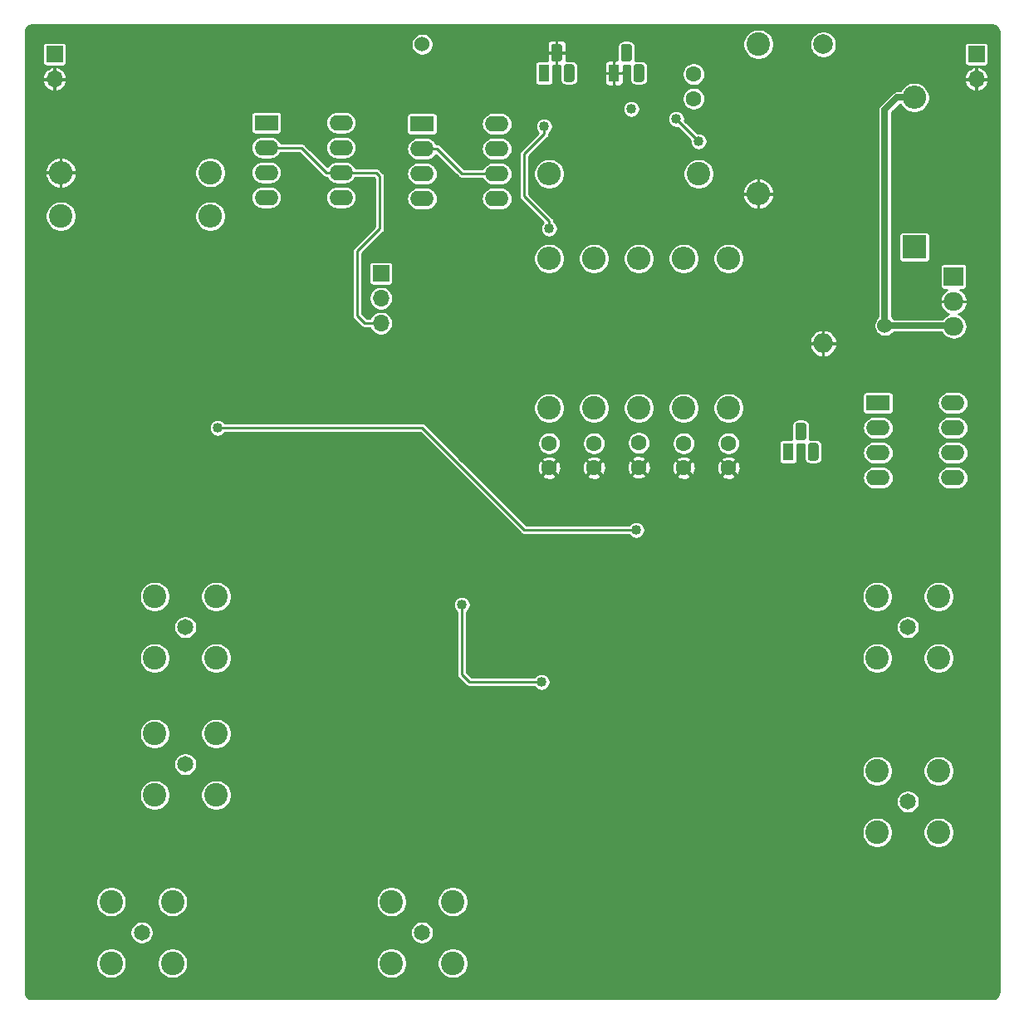
<source format=gbr>
G04 #@! TF.GenerationSoftware,KiCad,Pcbnew,(5.1.5)-3*
G04 #@! TF.CreationDate,2021-07-01T17:41:48-04:00*
G04 #@! TF.ProjectId,AM Mixer and LO Test Board,414d204d-6978-4657-9220-616e64204c4f,rev?*
G04 #@! TF.SameCoordinates,Original*
G04 #@! TF.FileFunction,Copper,L4,Bot*
G04 #@! TF.FilePolarity,Positive*
%FSLAX46Y46*%
G04 Gerber Fmt 4.6, Leading zero omitted, Abs format (unit mm)*
G04 Created by KiCad (PCBNEW (5.1.5)-3) date 2021-07-01 17:41:48*
%MOMM*%
%LPD*%
G04 APERTURE LIST*
%ADD10C,2.400000*%
%ADD11C,1.650000*%
%ADD12O,2.000000X1.905000*%
%ADD13R,2.000000X1.905000*%
%ADD14O,2.400000X2.400000*%
%ADD15R,2.400000X2.400000*%
%ADD16O,1.700000X1.700000*%
%ADD17R,1.700000X1.700000*%
%ADD18O,2.400000X1.600000*%
%ADD19R,2.400000X1.600000*%
%ADD20R,1.100000X1.800000*%
%ADD21C,0.100000*%
%ADD22O,2.000000X2.000000*%
%ADD23C,2.000000*%
%ADD24C,1.600000*%
%ADD25C,1.524000*%
%ADD26C,1.016000*%
%ADD27C,0.293370*%
%ADD28C,0.635000*%
%ADD29C,0.250000*%
G04 APERTURE END LIST*
D10*
X99105000Y-146005000D03*
X105365000Y-146005000D03*
X105365000Y-139745000D03*
X99105000Y-139745000D03*
D11*
X102235000Y-142875000D03*
D10*
X127680000Y-146005000D03*
X133940000Y-146005000D03*
X133940000Y-139745000D03*
X127680000Y-139745000D03*
D11*
X130810000Y-142875000D03*
D12*
X185000000Y-81080000D03*
X185000000Y-78540000D03*
D13*
X185000000Y-76000000D03*
D14*
X181000000Y-57760000D03*
D15*
X181000000Y-73000000D03*
D16*
X126619000Y-80772000D03*
X126619000Y-78232000D03*
D17*
X126619000Y-75692000D03*
D16*
X93345000Y-55880000D03*
D17*
X93345000Y-53340000D03*
D16*
X187325000Y-55880000D03*
D17*
X187325000Y-53340000D03*
D18*
X122555000Y-60325000D03*
X114935000Y-67945000D03*
X122555000Y-62865000D03*
X114935000Y-65405000D03*
X122555000Y-65405000D03*
X114935000Y-62865000D03*
X122555000Y-67945000D03*
D19*
X114935000Y-60325000D03*
D18*
X138430000Y-60452000D03*
X130810000Y-68072000D03*
X138430000Y-62992000D03*
X130810000Y-65532000D03*
X138430000Y-65532000D03*
X130810000Y-62992000D03*
X138430000Y-68072000D03*
D19*
X130810000Y-60452000D03*
D18*
X184912000Y-88900000D03*
X177292000Y-96520000D03*
X184912000Y-91440000D03*
X177292000Y-93980000D03*
X184912000Y-93980000D03*
X177292000Y-91440000D03*
X184912000Y-96520000D03*
D19*
X177292000Y-88900000D03*
D14*
X93980000Y-65405000D03*
D10*
X109220000Y-65405000D03*
D14*
X109220000Y-69850000D03*
D10*
X93980000Y-69850000D03*
D14*
X143764000Y-65532000D03*
D10*
X159004000Y-65532000D03*
D14*
X165100000Y-67564000D03*
D10*
X165100000Y-52324000D03*
D14*
X162052000Y-74168000D03*
D10*
X162052000Y-89408000D03*
D14*
X143764000Y-74168000D03*
D10*
X143764000Y-89408000D03*
D14*
X157480000Y-74168000D03*
D10*
X157480000Y-89408000D03*
D14*
X148336000Y-74168000D03*
D10*
X148336000Y-89408000D03*
D14*
X152908000Y-74168000D03*
D10*
X152908000Y-89408000D03*
D20*
X150368000Y-55264000D03*
G04 #@! TA.AperFunction,ComponentPad*
D21*
G36*
X153209955Y-54365324D02*
G01*
X153236650Y-54369284D01*
X153262828Y-54375841D01*
X153288238Y-54384933D01*
X153312634Y-54396472D01*
X153335782Y-54410346D01*
X153357458Y-54426422D01*
X153377454Y-54444546D01*
X153395578Y-54464542D01*
X153411654Y-54486218D01*
X153425528Y-54509366D01*
X153437067Y-54533762D01*
X153446159Y-54559172D01*
X153452716Y-54585350D01*
X153456676Y-54612045D01*
X153458000Y-54639000D01*
X153458000Y-55889000D01*
X153456676Y-55915955D01*
X153452716Y-55942650D01*
X153446159Y-55968828D01*
X153437067Y-55994238D01*
X153425528Y-56018634D01*
X153411654Y-56041782D01*
X153395578Y-56063458D01*
X153377454Y-56083454D01*
X153357458Y-56101578D01*
X153335782Y-56117654D01*
X153312634Y-56131528D01*
X153288238Y-56143067D01*
X153262828Y-56152159D01*
X153236650Y-56158716D01*
X153209955Y-56162676D01*
X153183000Y-56164000D01*
X152633000Y-56164000D01*
X152606045Y-56162676D01*
X152579350Y-56158716D01*
X152553172Y-56152159D01*
X152527762Y-56143067D01*
X152503366Y-56131528D01*
X152480218Y-56117654D01*
X152458542Y-56101578D01*
X152438546Y-56083454D01*
X152420422Y-56063458D01*
X152404346Y-56041782D01*
X152390472Y-56018634D01*
X152378933Y-55994238D01*
X152369841Y-55968828D01*
X152363284Y-55942650D01*
X152359324Y-55915955D01*
X152358000Y-55889000D01*
X152358000Y-54639000D01*
X152359324Y-54612045D01*
X152363284Y-54585350D01*
X152369841Y-54559172D01*
X152378933Y-54533762D01*
X152390472Y-54509366D01*
X152404346Y-54486218D01*
X152420422Y-54464542D01*
X152438546Y-54444546D01*
X152458542Y-54426422D01*
X152480218Y-54410346D01*
X152503366Y-54396472D01*
X152527762Y-54384933D01*
X152553172Y-54375841D01*
X152579350Y-54369284D01*
X152606045Y-54365324D01*
X152633000Y-54364000D01*
X153183000Y-54364000D01*
X153209955Y-54365324D01*
G37*
G04 #@! TD.AperFunction*
G04 #@! TA.AperFunction,ComponentPad*
G36*
X151939955Y-52295324D02*
G01*
X151966650Y-52299284D01*
X151992828Y-52305841D01*
X152018238Y-52314933D01*
X152042634Y-52326472D01*
X152065782Y-52340346D01*
X152087458Y-52356422D01*
X152107454Y-52374546D01*
X152125578Y-52394542D01*
X152141654Y-52416218D01*
X152155528Y-52439366D01*
X152167067Y-52463762D01*
X152176159Y-52489172D01*
X152182716Y-52515350D01*
X152186676Y-52542045D01*
X152188000Y-52569000D01*
X152188000Y-53819000D01*
X152186676Y-53845955D01*
X152182716Y-53872650D01*
X152176159Y-53898828D01*
X152167067Y-53924238D01*
X152155528Y-53948634D01*
X152141654Y-53971782D01*
X152125578Y-53993458D01*
X152107454Y-54013454D01*
X152087458Y-54031578D01*
X152065782Y-54047654D01*
X152042634Y-54061528D01*
X152018238Y-54073067D01*
X151992828Y-54082159D01*
X151966650Y-54088716D01*
X151939955Y-54092676D01*
X151913000Y-54094000D01*
X151363000Y-54094000D01*
X151336045Y-54092676D01*
X151309350Y-54088716D01*
X151283172Y-54082159D01*
X151257762Y-54073067D01*
X151233366Y-54061528D01*
X151210218Y-54047654D01*
X151188542Y-54031578D01*
X151168546Y-54013454D01*
X151150422Y-53993458D01*
X151134346Y-53971782D01*
X151120472Y-53948634D01*
X151108933Y-53924238D01*
X151099841Y-53898828D01*
X151093284Y-53872650D01*
X151089324Y-53845955D01*
X151088000Y-53819000D01*
X151088000Y-52569000D01*
X151089324Y-52542045D01*
X151093284Y-52515350D01*
X151099841Y-52489172D01*
X151108933Y-52463762D01*
X151120472Y-52439366D01*
X151134346Y-52416218D01*
X151150422Y-52394542D01*
X151168546Y-52374546D01*
X151188542Y-52356422D01*
X151210218Y-52340346D01*
X151233366Y-52326472D01*
X151257762Y-52314933D01*
X151283172Y-52305841D01*
X151309350Y-52299284D01*
X151336045Y-52295324D01*
X151363000Y-52294000D01*
X151913000Y-52294000D01*
X151939955Y-52295324D01*
G37*
G04 #@! TD.AperFunction*
D20*
X143256000Y-55264000D03*
G04 #@! TA.AperFunction,ComponentPad*
D21*
G36*
X146097955Y-54365324D02*
G01*
X146124650Y-54369284D01*
X146150828Y-54375841D01*
X146176238Y-54384933D01*
X146200634Y-54396472D01*
X146223782Y-54410346D01*
X146245458Y-54426422D01*
X146265454Y-54444546D01*
X146283578Y-54464542D01*
X146299654Y-54486218D01*
X146313528Y-54509366D01*
X146325067Y-54533762D01*
X146334159Y-54559172D01*
X146340716Y-54585350D01*
X146344676Y-54612045D01*
X146346000Y-54639000D01*
X146346000Y-55889000D01*
X146344676Y-55915955D01*
X146340716Y-55942650D01*
X146334159Y-55968828D01*
X146325067Y-55994238D01*
X146313528Y-56018634D01*
X146299654Y-56041782D01*
X146283578Y-56063458D01*
X146265454Y-56083454D01*
X146245458Y-56101578D01*
X146223782Y-56117654D01*
X146200634Y-56131528D01*
X146176238Y-56143067D01*
X146150828Y-56152159D01*
X146124650Y-56158716D01*
X146097955Y-56162676D01*
X146071000Y-56164000D01*
X145521000Y-56164000D01*
X145494045Y-56162676D01*
X145467350Y-56158716D01*
X145441172Y-56152159D01*
X145415762Y-56143067D01*
X145391366Y-56131528D01*
X145368218Y-56117654D01*
X145346542Y-56101578D01*
X145326546Y-56083454D01*
X145308422Y-56063458D01*
X145292346Y-56041782D01*
X145278472Y-56018634D01*
X145266933Y-55994238D01*
X145257841Y-55968828D01*
X145251284Y-55942650D01*
X145247324Y-55915955D01*
X145246000Y-55889000D01*
X145246000Y-54639000D01*
X145247324Y-54612045D01*
X145251284Y-54585350D01*
X145257841Y-54559172D01*
X145266933Y-54533762D01*
X145278472Y-54509366D01*
X145292346Y-54486218D01*
X145308422Y-54464542D01*
X145326546Y-54444546D01*
X145346542Y-54426422D01*
X145368218Y-54410346D01*
X145391366Y-54396472D01*
X145415762Y-54384933D01*
X145441172Y-54375841D01*
X145467350Y-54369284D01*
X145494045Y-54365324D01*
X145521000Y-54364000D01*
X146071000Y-54364000D01*
X146097955Y-54365324D01*
G37*
G04 #@! TD.AperFunction*
G04 #@! TA.AperFunction,ComponentPad*
G36*
X144827955Y-52295324D02*
G01*
X144854650Y-52299284D01*
X144880828Y-52305841D01*
X144906238Y-52314933D01*
X144930634Y-52326472D01*
X144953782Y-52340346D01*
X144975458Y-52356422D01*
X144995454Y-52374546D01*
X145013578Y-52394542D01*
X145029654Y-52416218D01*
X145043528Y-52439366D01*
X145055067Y-52463762D01*
X145064159Y-52489172D01*
X145070716Y-52515350D01*
X145074676Y-52542045D01*
X145076000Y-52569000D01*
X145076000Y-53819000D01*
X145074676Y-53845955D01*
X145070716Y-53872650D01*
X145064159Y-53898828D01*
X145055067Y-53924238D01*
X145043528Y-53948634D01*
X145029654Y-53971782D01*
X145013578Y-53993458D01*
X144995454Y-54013454D01*
X144975458Y-54031578D01*
X144953782Y-54047654D01*
X144930634Y-54061528D01*
X144906238Y-54073067D01*
X144880828Y-54082159D01*
X144854650Y-54088716D01*
X144827955Y-54092676D01*
X144801000Y-54094000D01*
X144251000Y-54094000D01*
X144224045Y-54092676D01*
X144197350Y-54088716D01*
X144171172Y-54082159D01*
X144145762Y-54073067D01*
X144121366Y-54061528D01*
X144098218Y-54047654D01*
X144076542Y-54031578D01*
X144056546Y-54013454D01*
X144038422Y-53993458D01*
X144022346Y-53971782D01*
X144008472Y-53948634D01*
X143996933Y-53924238D01*
X143987841Y-53898828D01*
X143981284Y-53872650D01*
X143977324Y-53845955D01*
X143976000Y-53819000D01*
X143976000Y-52569000D01*
X143977324Y-52542045D01*
X143981284Y-52515350D01*
X143987841Y-52489172D01*
X143996933Y-52463762D01*
X144008472Y-52439366D01*
X144022346Y-52416218D01*
X144038422Y-52394542D01*
X144056546Y-52374546D01*
X144076542Y-52356422D01*
X144098218Y-52340346D01*
X144121366Y-52326472D01*
X144145762Y-52314933D01*
X144171172Y-52305841D01*
X144197350Y-52299284D01*
X144224045Y-52295324D01*
X144251000Y-52294000D01*
X144801000Y-52294000D01*
X144827955Y-52295324D01*
G37*
G04 #@! TD.AperFunction*
D20*
X168148000Y-93872000D03*
G04 #@! TA.AperFunction,ComponentPad*
D21*
G36*
X170989955Y-92973324D02*
G01*
X171016650Y-92977284D01*
X171042828Y-92983841D01*
X171068238Y-92992933D01*
X171092634Y-93004472D01*
X171115782Y-93018346D01*
X171137458Y-93034422D01*
X171157454Y-93052546D01*
X171175578Y-93072542D01*
X171191654Y-93094218D01*
X171205528Y-93117366D01*
X171217067Y-93141762D01*
X171226159Y-93167172D01*
X171232716Y-93193350D01*
X171236676Y-93220045D01*
X171238000Y-93247000D01*
X171238000Y-94497000D01*
X171236676Y-94523955D01*
X171232716Y-94550650D01*
X171226159Y-94576828D01*
X171217067Y-94602238D01*
X171205528Y-94626634D01*
X171191654Y-94649782D01*
X171175578Y-94671458D01*
X171157454Y-94691454D01*
X171137458Y-94709578D01*
X171115782Y-94725654D01*
X171092634Y-94739528D01*
X171068238Y-94751067D01*
X171042828Y-94760159D01*
X171016650Y-94766716D01*
X170989955Y-94770676D01*
X170963000Y-94772000D01*
X170413000Y-94772000D01*
X170386045Y-94770676D01*
X170359350Y-94766716D01*
X170333172Y-94760159D01*
X170307762Y-94751067D01*
X170283366Y-94739528D01*
X170260218Y-94725654D01*
X170238542Y-94709578D01*
X170218546Y-94691454D01*
X170200422Y-94671458D01*
X170184346Y-94649782D01*
X170170472Y-94626634D01*
X170158933Y-94602238D01*
X170149841Y-94576828D01*
X170143284Y-94550650D01*
X170139324Y-94523955D01*
X170138000Y-94497000D01*
X170138000Y-93247000D01*
X170139324Y-93220045D01*
X170143284Y-93193350D01*
X170149841Y-93167172D01*
X170158933Y-93141762D01*
X170170472Y-93117366D01*
X170184346Y-93094218D01*
X170200422Y-93072542D01*
X170218546Y-93052546D01*
X170238542Y-93034422D01*
X170260218Y-93018346D01*
X170283366Y-93004472D01*
X170307762Y-92992933D01*
X170333172Y-92983841D01*
X170359350Y-92977284D01*
X170386045Y-92973324D01*
X170413000Y-92972000D01*
X170963000Y-92972000D01*
X170989955Y-92973324D01*
G37*
G04 #@! TD.AperFunction*
G04 #@! TA.AperFunction,ComponentPad*
G36*
X169719955Y-90903324D02*
G01*
X169746650Y-90907284D01*
X169772828Y-90913841D01*
X169798238Y-90922933D01*
X169822634Y-90934472D01*
X169845782Y-90948346D01*
X169867458Y-90964422D01*
X169887454Y-90982546D01*
X169905578Y-91002542D01*
X169921654Y-91024218D01*
X169935528Y-91047366D01*
X169947067Y-91071762D01*
X169956159Y-91097172D01*
X169962716Y-91123350D01*
X169966676Y-91150045D01*
X169968000Y-91177000D01*
X169968000Y-92427000D01*
X169966676Y-92453955D01*
X169962716Y-92480650D01*
X169956159Y-92506828D01*
X169947067Y-92532238D01*
X169935528Y-92556634D01*
X169921654Y-92579782D01*
X169905578Y-92601458D01*
X169887454Y-92621454D01*
X169867458Y-92639578D01*
X169845782Y-92655654D01*
X169822634Y-92669528D01*
X169798238Y-92681067D01*
X169772828Y-92690159D01*
X169746650Y-92696716D01*
X169719955Y-92700676D01*
X169693000Y-92702000D01*
X169143000Y-92702000D01*
X169116045Y-92700676D01*
X169089350Y-92696716D01*
X169063172Y-92690159D01*
X169037762Y-92681067D01*
X169013366Y-92669528D01*
X168990218Y-92655654D01*
X168968542Y-92639578D01*
X168948546Y-92621454D01*
X168930422Y-92601458D01*
X168914346Y-92579782D01*
X168900472Y-92556634D01*
X168888933Y-92532238D01*
X168879841Y-92506828D01*
X168873284Y-92480650D01*
X168869324Y-92453955D01*
X168868000Y-92427000D01*
X168868000Y-91177000D01*
X168869324Y-91150045D01*
X168873284Y-91123350D01*
X168879841Y-91097172D01*
X168888933Y-91071762D01*
X168900472Y-91047366D01*
X168914346Y-91024218D01*
X168930422Y-91002542D01*
X168948546Y-90982546D01*
X168968542Y-90964422D01*
X168990218Y-90948346D01*
X169013366Y-90934472D01*
X169037762Y-90922933D01*
X169063172Y-90913841D01*
X169089350Y-90907284D01*
X169116045Y-90903324D01*
X169143000Y-90902000D01*
X169693000Y-90902000D01*
X169719955Y-90903324D01*
G37*
G04 #@! TD.AperFunction*
D22*
X171704000Y-82804000D03*
D23*
X171704000Y-52324000D03*
D10*
X177210000Y-114890000D03*
X183470000Y-114890000D03*
X183470000Y-108630000D03*
X177210000Y-108630000D03*
D11*
X180340000Y-111760000D03*
D10*
X177210000Y-132670000D03*
X183470000Y-132670000D03*
X183470000Y-126410000D03*
X177210000Y-126410000D03*
D11*
X180340000Y-129540000D03*
D10*
X103550000Y-128860000D03*
X109810000Y-128860000D03*
X109810000Y-122600000D03*
X103550000Y-122600000D03*
D11*
X106680000Y-125730000D03*
D10*
X109810000Y-114890000D03*
X109810000Y-108630000D03*
X103550000Y-108630000D03*
X103550000Y-114890000D03*
D11*
X106680000Y-111760000D03*
D24*
X162052000Y-93004000D03*
X162052000Y-95504000D03*
X158496000Y-57872000D03*
X158496000Y-55372000D03*
X143764000Y-93004000D03*
X143764000Y-95504000D03*
X157480000Y-93004000D03*
X157480000Y-95504000D03*
X148336000Y-93004000D03*
X148336000Y-95504000D03*
X152908000Y-92964000D03*
X152908000Y-95464000D03*
D25*
X134620000Y-76200000D03*
X118872000Y-76200000D03*
X181102000Y-103124000D03*
X126746000Y-52324000D03*
D26*
X152146000Y-58928000D03*
X143764000Y-71120000D03*
X143256000Y-60706000D03*
X143002000Y-117348000D03*
X134874000Y-109474000D03*
D25*
X130810000Y-52324000D03*
D26*
X109982000Y-91440000D03*
X152654000Y-101854000D03*
D25*
X178000000Y-81000000D03*
D26*
X159004000Y-62230000D03*
X156718000Y-59944000D03*
D27*
X143764000Y-71120000D02*
X143764000Y-70358000D01*
X143764000Y-70358000D02*
X141224000Y-67818000D01*
X141224000Y-67818000D02*
X141224000Y-63500000D01*
X143256000Y-61468000D02*
X143256000Y-60706000D01*
X141224000Y-63500000D02*
X143256000Y-61468000D01*
X143002000Y-117348000D02*
X135636000Y-117348000D01*
X135636000Y-117348000D02*
X134874000Y-116586000D01*
X134874000Y-116586000D02*
X134874000Y-109474000D01*
X109982000Y-91440000D02*
X130810000Y-91440000D01*
X141224000Y-101854000D02*
X152654000Y-101854000D01*
X130810000Y-91440000D02*
X141224000Y-101854000D01*
D28*
X184920000Y-81000000D02*
X185000000Y-81080000D01*
X178000000Y-81000000D02*
X184920000Y-81000000D01*
X178000000Y-81000000D02*
X178000000Y-59000000D01*
X179240000Y-57760000D02*
X181000000Y-57760000D01*
X178000000Y-59000000D02*
X179240000Y-57760000D01*
D27*
X159004000Y-62230000D02*
X156718000Y-59944000D01*
X138430000Y-65532000D02*
X134874000Y-65532000D01*
X132334000Y-62992000D02*
X130810000Y-62992000D01*
X134874000Y-65532000D02*
X132334000Y-62992000D01*
X122555000Y-65405000D02*
X121031000Y-65405000D01*
X118491000Y-62865000D02*
X114935000Y-62865000D01*
X121031000Y-65405000D02*
X118491000Y-62865000D01*
X126619000Y-80772000D02*
X124968000Y-80772000D01*
X124968000Y-80772000D02*
X124206000Y-80010000D01*
X124206000Y-80010000D02*
X124206000Y-73406000D01*
X124206000Y-73406000D02*
X126492000Y-71120000D01*
X126492000Y-71120000D02*
X126492000Y-65786000D01*
X126111000Y-65405000D02*
X122555000Y-65405000D01*
X126492000Y-65786000D02*
X126111000Y-65405000D01*
D29*
G36*
X189116167Y-50413309D02*
G01*
X189227913Y-50447047D01*
X189330971Y-50501843D01*
X189421430Y-50575620D01*
X189495832Y-50665556D01*
X189551350Y-50768236D01*
X189585865Y-50879735D01*
X189600000Y-51014214D01*
X189600001Y-148980426D01*
X189586691Y-149116167D01*
X189552953Y-149227912D01*
X189498156Y-149330972D01*
X189424380Y-149421430D01*
X189334444Y-149495832D01*
X189231764Y-149551350D01*
X189120265Y-149585865D01*
X188985785Y-149600000D01*
X91019564Y-149600000D01*
X90883833Y-149586691D01*
X90772088Y-149552953D01*
X90669028Y-149498156D01*
X90578570Y-149424380D01*
X90504168Y-149334444D01*
X90448650Y-149231764D01*
X90414135Y-149120265D01*
X90400000Y-148985785D01*
X90400000Y-145849482D01*
X97526000Y-145849482D01*
X97526000Y-146160518D01*
X97586680Y-146465577D01*
X97705708Y-146752937D01*
X97878511Y-147011554D01*
X98098446Y-147231489D01*
X98357063Y-147404292D01*
X98644423Y-147523320D01*
X98949482Y-147584000D01*
X99260518Y-147584000D01*
X99565577Y-147523320D01*
X99852937Y-147404292D01*
X100111554Y-147231489D01*
X100331489Y-147011554D01*
X100504292Y-146752937D01*
X100623320Y-146465577D01*
X100684000Y-146160518D01*
X100684000Y-145849482D01*
X103786000Y-145849482D01*
X103786000Y-146160518D01*
X103846680Y-146465577D01*
X103965708Y-146752937D01*
X104138511Y-147011554D01*
X104358446Y-147231489D01*
X104617063Y-147404292D01*
X104904423Y-147523320D01*
X105209482Y-147584000D01*
X105520518Y-147584000D01*
X105825577Y-147523320D01*
X106112937Y-147404292D01*
X106371554Y-147231489D01*
X106591489Y-147011554D01*
X106764292Y-146752937D01*
X106883320Y-146465577D01*
X106944000Y-146160518D01*
X106944000Y-145849482D01*
X126101000Y-145849482D01*
X126101000Y-146160518D01*
X126161680Y-146465577D01*
X126280708Y-146752937D01*
X126453511Y-147011554D01*
X126673446Y-147231489D01*
X126932063Y-147404292D01*
X127219423Y-147523320D01*
X127524482Y-147584000D01*
X127835518Y-147584000D01*
X128140577Y-147523320D01*
X128427937Y-147404292D01*
X128686554Y-147231489D01*
X128906489Y-147011554D01*
X129079292Y-146752937D01*
X129198320Y-146465577D01*
X129259000Y-146160518D01*
X129259000Y-145849482D01*
X132361000Y-145849482D01*
X132361000Y-146160518D01*
X132421680Y-146465577D01*
X132540708Y-146752937D01*
X132713511Y-147011554D01*
X132933446Y-147231489D01*
X133192063Y-147404292D01*
X133479423Y-147523320D01*
X133784482Y-147584000D01*
X134095518Y-147584000D01*
X134400577Y-147523320D01*
X134687937Y-147404292D01*
X134946554Y-147231489D01*
X135166489Y-147011554D01*
X135339292Y-146752937D01*
X135458320Y-146465577D01*
X135519000Y-146160518D01*
X135519000Y-145849482D01*
X135458320Y-145544423D01*
X135339292Y-145257063D01*
X135166489Y-144998446D01*
X134946554Y-144778511D01*
X134687937Y-144605708D01*
X134400577Y-144486680D01*
X134095518Y-144426000D01*
X133784482Y-144426000D01*
X133479423Y-144486680D01*
X133192063Y-144605708D01*
X132933446Y-144778511D01*
X132713511Y-144998446D01*
X132540708Y-145257063D01*
X132421680Y-145544423D01*
X132361000Y-145849482D01*
X129259000Y-145849482D01*
X129198320Y-145544423D01*
X129079292Y-145257063D01*
X128906489Y-144998446D01*
X128686554Y-144778511D01*
X128427937Y-144605708D01*
X128140577Y-144486680D01*
X127835518Y-144426000D01*
X127524482Y-144426000D01*
X127219423Y-144486680D01*
X126932063Y-144605708D01*
X126673446Y-144778511D01*
X126453511Y-144998446D01*
X126280708Y-145257063D01*
X126161680Y-145544423D01*
X126101000Y-145849482D01*
X106944000Y-145849482D01*
X106883320Y-145544423D01*
X106764292Y-145257063D01*
X106591489Y-144998446D01*
X106371554Y-144778511D01*
X106112937Y-144605708D01*
X105825577Y-144486680D01*
X105520518Y-144426000D01*
X105209482Y-144426000D01*
X104904423Y-144486680D01*
X104617063Y-144605708D01*
X104358446Y-144778511D01*
X104138511Y-144998446D01*
X103965708Y-145257063D01*
X103846680Y-145544423D01*
X103786000Y-145849482D01*
X100684000Y-145849482D01*
X100623320Y-145544423D01*
X100504292Y-145257063D01*
X100331489Y-144998446D01*
X100111554Y-144778511D01*
X99852937Y-144605708D01*
X99565577Y-144486680D01*
X99260518Y-144426000D01*
X98949482Y-144426000D01*
X98644423Y-144486680D01*
X98357063Y-144605708D01*
X98098446Y-144778511D01*
X97878511Y-144998446D01*
X97705708Y-145257063D01*
X97586680Y-145544423D01*
X97526000Y-145849482D01*
X90400000Y-145849482D01*
X90400000Y-142756416D01*
X101031000Y-142756416D01*
X101031000Y-142993584D01*
X101077269Y-143226194D01*
X101168029Y-143445308D01*
X101299792Y-143642505D01*
X101467495Y-143810208D01*
X101664692Y-143941971D01*
X101883806Y-144032731D01*
X102116416Y-144079000D01*
X102353584Y-144079000D01*
X102586194Y-144032731D01*
X102805308Y-143941971D01*
X103002505Y-143810208D01*
X103170208Y-143642505D01*
X103301971Y-143445308D01*
X103392731Y-143226194D01*
X103439000Y-142993584D01*
X103439000Y-142756416D01*
X129606000Y-142756416D01*
X129606000Y-142993584D01*
X129652269Y-143226194D01*
X129743029Y-143445308D01*
X129874792Y-143642505D01*
X130042495Y-143810208D01*
X130239692Y-143941971D01*
X130458806Y-144032731D01*
X130691416Y-144079000D01*
X130928584Y-144079000D01*
X131161194Y-144032731D01*
X131380308Y-143941971D01*
X131577505Y-143810208D01*
X131745208Y-143642505D01*
X131876971Y-143445308D01*
X131967731Y-143226194D01*
X132014000Y-142993584D01*
X132014000Y-142756416D01*
X131967731Y-142523806D01*
X131876971Y-142304692D01*
X131745208Y-142107495D01*
X131577505Y-141939792D01*
X131380308Y-141808029D01*
X131161194Y-141717269D01*
X130928584Y-141671000D01*
X130691416Y-141671000D01*
X130458806Y-141717269D01*
X130239692Y-141808029D01*
X130042495Y-141939792D01*
X129874792Y-142107495D01*
X129743029Y-142304692D01*
X129652269Y-142523806D01*
X129606000Y-142756416D01*
X103439000Y-142756416D01*
X103392731Y-142523806D01*
X103301971Y-142304692D01*
X103170208Y-142107495D01*
X103002505Y-141939792D01*
X102805308Y-141808029D01*
X102586194Y-141717269D01*
X102353584Y-141671000D01*
X102116416Y-141671000D01*
X101883806Y-141717269D01*
X101664692Y-141808029D01*
X101467495Y-141939792D01*
X101299792Y-142107495D01*
X101168029Y-142304692D01*
X101077269Y-142523806D01*
X101031000Y-142756416D01*
X90400000Y-142756416D01*
X90400000Y-139589482D01*
X97526000Y-139589482D01*
X97526000Y-139900518D01*
X97586680Y-140205577D01*
X97705708Y-140492937D01*
X97878511Y-140751554D01*
X98098446Y-140971489D01*
X98357063Y-141144292D01*
X98644423Y-141263320D01*
X98949482Y-141324000D01*
X99260518Y-141324000D01*
X99565577Y-141263320D01*
X99852937Y-141144292D01*
X100111554Y-140971489D01*
X100331489Y-140751554D01*
X100504292Y-140492937D01*
X100623320Y-140205577D01*
X100684000Y-139900518D01*
X100684000Y-139589482D01*
X103786000Y-139589482D01*
X103786000Y-139900518D01*
X103846680Y-140205577D01*
X103965708Y-140492937D01*
X104138511Y-140751554D01*
X104358446Y-140971489D01*
X104617063Y-141144292D01*
X104904423Y-141263320D01*
X105209482Y-141324000D01*
X105520518Y-141324000D01*
X105825577Y-141263320D01*
X106112937Y-141144292D01*
X106371554Y-140971489D01*
X106591489Y-140751554D01*
X106764292Y-140492937D01*
X106883320Y-140205577D01*
X106944000Y-139900518D01*
X106944000Y-139589482D01*
X126101000Y-139589482D01*
X126101000Y-139900518D01*
X126161680Y-140205577D01*
X126280708Y-140492937D01*
X126453511Y-140751554D01*
X126673446Y-140971489D01*
X126932063Y-141144292D01*
X127219423Y-141263320D01*
X127524482Y-141324000D01*
X127835518Y-141324000D01*
X128140577Y-141263320D01*
X128427937Y-141144292D01*
X128686554Y-140971489D01*
X128906489Y-140751554D01*
X129079292Y-140492937D01*
X129198320Y-140205577D01*
X129259000Y-139900518D01*
X129259000Y-139589482D01*
X132361000Y-139589482D01*
X132361000Y-139900518D01*
X132421680Y-140205577D01*
X132540708Y-140492937D01*
X132713511Y-140751554D01*
X132933446Y-140971489D01*
X133192063Y-141144292D01*
X133479423Y-141263320D01*
X133784482Y-141324000D01*
X134095518Y-141324000D01*
X134400577Y-141263320D01*
X134687937Y-141144292D01*
X134946554Y-140971489D01*
X135166489Y-140751554D01*
X135339292Y-140492937D01*
X135458320Y-140205577D01*
X135519000Y-139900518D01*
X135519000Y-139589482D01*
X135458320Y-139284423D01*
X135339292Y-138997063D01*
X135166489Y-138738446D01*
X134946554Y-138518511D01*
X134687937Y-138345708D01*
X134400577Y-138226680D01*
X134095518Y-138166000D01*
X133784482Y-138166000D01*
X133479423Y-138226680D01*
X133192063Y-138345708D01*
X132933446Y-138518511D01*
X132713511Y-138738446D01*
X132540708Y-138997063D01*
X132421680Y-139284423D01*
X132361000Y-139589482D01*
X129259000Y-139589482D01*
X129198320Y-139284423D01*
X129079292Y-138997063D01*
X128906489Y-138738446D01*
X128686554Y-138518511D01*
X128427937Y-138345708D01*
X128140577Y-138226680D01*
X127835518Y-138166000D01*
X127524482Y-138166000D01*
X127219423Y-138226680D01*
X126932063Y-138345708D01*
X126673446Y-138518511D01*
X126453511Y-138738446D01*
X126280708Y-138997063D01*
X126161680Y-139284423D01*
X126101000Y-139589482D01*
X106944000Y-139589482D01*
X106883320Y-139284423D01*
X106764292Y-138997063D01*
X106591489Y-138738446D01*
X106371554Y-138518511D01*
X106112937Y-138345708D01*
X105825577Y-138226680D01*
X105520518Y-138166000D01*
X105209482Y-138166000D01*
X104904423Y-138226680D01*
X104617063Y-138345708D01*
X104358446Y-138518511D01*
X104138511Y-138738446D01*
X103965708Y-138997063D01*
X103846680Y-139284423D01*
X103786000Y-139589482D01*
X100684000Y-139589482D01*
X100623320Y-139284423D01*
X100504292Y-138997063D01*
X100331489Y-138738446D01*
X100111554Y-138518511D01*
X99852937Y-138345708D01*
X99565577Y-138226680D01*
X99260518Y-138166000D01*
X98949482Y-138166000D01*
X98644423Y-138226680D01*
X98357063Y-138345708D01*
X98098446Y-138518511D01*
X97878511Y-138738446D01*
X97705708Y-138997063D01*
X97586680Y-139284423D01*
X97526000Y-139589482D01*
X90400000Y-139589482D01*
X90400000Y-132514482D01*
X175631000Y-132514482D01*
X175631000Y-132825518D01*
X175691680Y-133130577D01*
X175810708Y-133417937D01*
X175983511Y-133676554D01*
X176203446Y-133896489D01*
X176462063Y-134069292D01*
X176749423Y-134188320D01*
X177054482Y-134249000D01*
X177365518Y-134249000D01*
X177670577Y-134188320D01*
X177957937Y-134069292D01*
X178216554Y-133896489D01*
X178436489Y-133676554D01*
X178609292Y-133417937D01*
X178728320Y-133130577D01*
X178789000Y-132825518D01*
X178789000Y-132514482D01*
X181891000Y-132514482D01*
X181891000Y-132825518D01*
X181951680Y-133130577D01*
X182070708Y-133417937D01*
X182243511Y-133676554D01*
X182463446Y-133896489D01*
X182722063Y-134069292D01*
X183009423Y-134188320D01*
X183314482Y-134249000D01*
X183625518Y-134249000D01*
X183930577Y-134188320D01*
X184217937Y-134069292D01*
X184476554Y-133896489D01*
X184696489Y-133676554D01*
X184869292Y-133417937D01*
X184988320Y-133130577D01*
X185049000Y-132825518D01*
X185049000Y-132514482D01*
X184988320Y-132209423D01*
X184869292Y-131922063D01*
X184696489Y-131663446D01*
X184476554Y-131443511D01*
X184217937Y-131270708D01*
X183930577Y-131151680D01*
X183625518Y-131091000D01*
X183314482Y-131091000D01*
X183009423Y-131151680D01*
X182722063Y-131270708D01*
X182463446Y-131443511D01*
X182243511Y-131663446D01*
X182070708Y-131922063D01*
X181951680Y-132209423D01*
X181891000Y-132514482D01*
X178789000Y-132514482D01*
X178728320Y-132209423D01*
X178609292Y-131922063D01*
X178436489Y-131663446D01*
X178216554Y-131443511D01*
X177957937Y-131270708D01*
X177670577Y-131151680D01*
X177365518Y-131091000D01*
X177054482Y-131091000D01*
X176749423Y-131151680D01*
X176462063Y-131270708D01*
X176203446Y-131443511D01*
X175983511Y-131663446D01*
X175810708Y-131922063D01*
X175691680Y-132209423D01*
X175631000Y-132514482D01*
X90400000Y-132514482D01*
X90400000Y-128704482D01*
X101971000Y-128704482D01*
X101971000Y-129015518D01*
X102031680Y-129320577D01*
X102150708Y-129607937D01*
X102323511Y-129866554D01*
X102543446Y-130086489D01*
X102802063Y-130259292D01*
X103089423Y-130378320D01*
X103394482Y-130439000D01*
X103705518Y-130439000D01*
X104010577Y-130378320D01*
X104297937Y-130259292D01*
X104556554Y-130086489D01*
X104776489Y-129866554D01*
X104949292Y-129607937D01*
X105068320Y-129320577D01*
X105129000Y-129015518D01*
X105129000Y-128704482D01*
X108231000Y-128704482D01*
X108231000Y-129015518D01*
X108291680Y-129320577D01*
X108410708Y-129607937D01*
X108583511Y-129866554D01*
X108803446Y-130086489D01*
X109062063Y-130259292D01*
X109349423Y-130378320D01*
X109654482Y-130439000D01*
X109965518Y-130439000D01*
X110270577Y-130378320D01*
X110557937Y-130259292D01*
X110816554Y-130086489D01*
X111036489Y-129866554D01*
X111209292Y-129607937D01*
X111286551Y-129421416D01*
X179136000Y-129421416D01*
X179136000Y-129658584D01*
X179182269Y-129891194D01*
X179273029Y-130110308D01*
X179404792Y-130307505D01*
X179572495Y-130475208D01*
X179769692Y-130606971D01*
X179988806Y-130697731D01*
X180221416Y-130744000D01*
X180458584Y-130744000D01*
X180691194Y-130697731D01*
X180910308Y-130606971D01*
X181107505Y-130475208D01*
X181275208Y-130307505D01*
X181406971Y-130110308D01*
X181497731Y-129891194D01*
X181544000Y-129658584D01*
X181544000Y-129421416D01*
X181497731Y-129188806D01*
X181406971Y-128969692D01*
X181275208Y-128772495D01*
X181107505Y-128604792D01*
X180910308Y-128473029D01*
X180691194Y-128382269D01*
X180458584Y-128336000D01*
X180221416Y-128336000D01*
X179988806Y-128382269D01*
X179769692Y-128473029D01*
X179572495Y-128604792D01*
X179404792Y-128772495D01*
X179273029Y-128969692D01*
X179182269Y-129188806D01*
X179136000Y-129421416D01*
X111286551Y-129421416D01*
X111328320Y-129320577D01*
X111389000Y-129015518D01*
X111389000Y-128704482D01*
X111328320Y-128399423D01*
X111209292Y-128112063D01*
X111036489Y-127853446D01*
X110816554Y-127633511D01*
X110557937Y-127460708D01*
X110270577Y-127341680D01*
X109965518Y-127281000D01*
X109654482Y-127281000D01*
X109349423Y-127341680D01*
X109062063Y-127460708D01*
X108803446Y-127633511D01*
X108583511Y-127853446D01*
X108410708Y-128112063D01*
X108291680Y-128399423D01*
X108231000Y-128704482D01*
X105129000Y-128704482D01*
X105068320Y-128399423D01*
X104949292Y-128112063D01*
X104776489Y-127853446D01*
X104556554Y-127633511D01*
X104297937Y-127460708D01*
X104010577Y-127341680D01*
X103705518Y-127281000D01*
X103394482Y-127281000D01*
X103089423Y-127341680D01*
X102802063Y-127460708D01*
X102543446Y-127633511D01*
X102323511Y-127853446D01*
X102150708Y-128112063D01*
X102031680Y-128399423D01*
X101971000Y-128704482D01*
X90400000Y-128704482D01*
X90400000Y-125611416D01*
X105476000Y-125611416D01*
X105476000Y-125848584D01*
X105522269Y-126081194D01*
X105613029Y-126300308D01*
X105744792Y-126497505D01*
X105912495Y-126665208D01*
X106109692Y-126796971D01*
X106328806Y-126887731D01*
X106561416Y-126934000D01*
X106798584Y-126934000D01*
X107031194Y-126887731D01*
X107250308Y-126796971D01*
X107447505Y-126665208D01*
X107615208Y-126497505D01*
X107746971Y-126300308D01*
X107765952Y-126254482D01*
X175631000Y-126254482D01*
X175631000Y-126565518D01*
X175691680Y-126870577D01*
X175810708Y-127157937D01*
X175983511Y-127416554D01*
X176203446Y-127636489D01*
X176462063Y-127809292D01*
X176749423Y-127928320D01*
X177054482Y-127989000D01*
X177365518Y-127989000D01*
X177670577Y-127928320D01*
X177957937Y-127809292D01*
X178216554Y-127636489D01*
X178436489Y-127416554D01*
X178609292Y-127157937D01*
X178728320Y-126870577D01*
X178789000Y-126565518D01*
X178789000Y-126254482D01*
X181891000Y-126254482D01*
X181891000Y-126565518D01*
X181951680Y-126870577D01*
X182070708Y-127157937D01*
X182243511Y-127416554D01*
X182463446Y-127636489D01*
X182722063Y-127809292D01*
X183009423Y-127928320D01*
X183314482Y-127989000D01*
X183625518Y-127989000D01*
X183930577Y-127928320D01*
X184217937Y-127809292D01*
X184476554Y-127636489D01*
X184696489Y-127416554D01*
X184869292Y-127157937D01*
X184988320Y-126870577D01*
X185049000Y-126565518D01*
X185049000Y-126254482D01*
X184988320Y-125949423D01*
X184869292Y-125662063D01*
X184696489Y-125403446D01*
X184476554Y-125183511D01*
X184217937Y-125010708D01*
X183930577Y-124891680D01*
X183625518Y-124831000D01*
X183314482Y-124831000D01*
X183009423Y-124891680D01*
X182722063Y-125010708D01*
X182463446Y-125183511D01*
X182243511Y-125403446D01*
X182070708Y-125662063D01*
X181951680Y-125949423D01*
X181891000Y-126254482D01*
X178789000Y-126254482D01*
X178728320Y-125949423D01*
X178609292Y-125662063D01*
X178436489Y-125403446D01*
X178216554Y-125183511D01*
X177957937Y-125010708D01*
X177670577Y-124891680D01*
X177365518Y-124831000D01*
X177054482Y-124831000D01*
X176749423Y-124891680D01*
X176462063Y-125010708D01*
X176203446Y-125183511D01*
X175983511Y-125403446D01*
X175810708Y-125662063D01*
X175691680Y-125949423D01*
X175631000Y-126254482D01*
X107765952Y-126254482D01*
X107837731Y-126081194D01*
X107884000Y-125848584D01*
X107884000Y-125611416D01*
X107837731Y-125378806D01*
X107746971Y-125159692D01*
X107615208Y-124962495D01*
X107447505Y-124794792D01*
X107250308Y-124663029D01*
X107031194Y-124572269D01*
X106798584Y-124526000D01*
X106561416Y-124526000D01*
X106328806Y-124572269D01*
X106109692Y-124663029D01*
X105912495Y-124794792D01*
X105744792Y-124962495D01*
X105613029Y-125159692D01*
X105522269Y-125378806D01*
X105476000Y-125611416D01*
X90400000Y-125611416D01*
X90400000Y-122444482D01*
X101971000Y-122444482D01*
X101971000Y-122755518D01*
X102031680Y-123060577D01*
X102150708Y-123347937D01*
X102323511Y-123606554D01*
X102543446Y-123826489D01*
X102802063Y-123999292D01*
X103089423Y-124118320D01*
X103394482Y-124179000D01*
X103705518Y-124179000D01*
X104010577Y-124118320D01*
X104297937Y-123999292D01*
X104556554Y-123826489D01*
X104776489Y-123606554D01*
X104949292Y-123347937D01*
X105068320Y-123060577D01*
X105129000Y-122755518D01*
X105129000Y-122444482D01*
X108231000Y-122444482D01*
X108231000Y-122755518D01*
X108291680Y-123060577D01*
X108410708Y-123347937D01*
X108583511Y-123606554D01*
X108803446Y-123826489D01*
X109062063Y-123999292D01*
X109349423Y-124118320D01*
X109654482Y-124179000D01*
X109965518Y-124179000D01*
X110270577Y-124118320D01*
X110557937Y-123999292D01*
X110816554Y-123826489D01*
X111036489Y-123606554D01*
X111209292Y-123347937D01*
X111328320Y-123060577D01*
X111389000Y-122755518D01*
X111389000Y-122444482D01*
X111328320Y-122139423D01*
X111209292Y-121852063D01*
X111036489Y-121593446D01*
X110816554Y-121373511D01*
X110557937Y-121200708D01*
X110270577Y-121081680D01*
X109965518Y-121021000D01*
X109654482Y-121021000D01*
X109349423Y-121081680D01*
X109062063Y-121200708D01*
X108803446Y-121373511D01*
X108583511Y-121593446D01*
X108410708Y-121852063D01*
X108291680Y-122139423D01*
X108231000Y-122444482D01*
X105129000Y-122444482D01*
X105068320Y-122139423D01*
X104949292Y-121852063D01*
X104776489Y-121593446D01*
X104556554Y-121373511D01*
X104297937Y-121200708D01*
X104010577Y-121081680D01*
X103705518Y-121021000D01*
X103394482Y-121021000D01*
X103089423Y-121081680D01*
X102802063Y-121200708D01*
X102543446Y-121373511D01*
X102323511Y-121593446D01*
X102150708Y-121852063D01*
X102031680Y-122139423D01*
X101971000Y-122444482D01*
X90400000Y-122444482D01*
X90400000Y-114734482D01*
X101971000Y-114734482D01*
X101971000Y-115045518D01*
X102031680Y-115350577D01*
X102150708Y-115637937D01*
X102323511Y-115896554D01*
X102543446Y-116116489D01*
X102802063Y-116289292D01*
X103089423Y-116408320D01*
X103394482Y-116469000D01*
X103705518Y-116469000D01*
X104010577Y-116408320D01*
X104297937Y-116289292D01*
X104556554Y-116116489D01*
X104776489Y-115896554D01*
X104949292Y-115637937D01*
X105068320Y-115350577D01*
X105129000Y-115045518D01*
X105129000Y-114734482D01*
X108231000Y-114734482D01*
X108231000Y-115045518D01*
X108291680Y-115350577D01*
X108410708Y-115637937D01*
X108583511Y-115896554D01*
X108803446Y-116116489D01*
X109062063Y-116289292D01*
X109349423Y-116408320D01*
X109654482Y-116469000D01*
X109965518Y-116469000D01*
X110270577Y-116408320D01*
X110557937Y-116289292D01*
X110816554Y-116116489D01*
X111036489Y-115896554D01*
X111209292Y-115637937D01*
X111328320Y-115350577D01*
X111389000Y-115045518D01*
X111389000Y-114734482D01*
X111328320Y-114429423D01*
X111209292Y-114142063D01*
X111036489Y-113883446D01*
X110816554Y-113663511D01*
X110557937Y-113490708D01*
X110270577Y-113371680D01*
X109965518Y-113311000D01*
X109654482Y-113311000D01*
X109349423Y-113371680D01*
X109062063Y-113490708D01*
X108803446Y-113663511D01*
X108583511Y-113883446D01*
X108410708Y-114142063D01*
X108291680Y-114429423D01*
X108231000Y-114734482D01*
X105129000Y-114734482D01*
X105068320Y-114429423D01*
X104949292Y-114142063D01*
X104776489Y-113883446D01*
X104556554Y-113663511D01*
X104297937Y-113490708D01*
X104010577Y-113371680D01*
X103705518Y-113311000D01*
X103394482Y-113311000D01*
X103089423Y-113371680D01*
X102802063Y-113490708D01*
X102543446Y-113663511D01*
X102323511Y-113883446D01*
X102150708Y-114142063D01*
X102031680Y-114429423D01*
X101971000Y-114734482D01*
X90400000Y-114734482D01*
X90400000Y-111641416D01*
X105476000Y-111641416D01*
X105476000Y-111878584D01*
X105522269Y-112111194D01*
X105613029Y-112330308D01*
X105744792Y-112527505D01*
X105912495Y-112695208D01*
X106109692Y-112826971D01*
X106328806Y-112917731D01*
X106561416Y-112964000D01*
X106798584Y-112964000D01*
X107031194Y-112917731D01*
X107250308Y-112826971D01*
X107447505Y-112695208D01*
X107615208Y-112527505D01*
X107746971Y-112330308D01*
X107837731Y-112111194D01*
X107884000Y-111878584D01*
X107884000Y-111641416D01*
X107837731Y-111408806D01*
X107746971Y-111189692D01*
X107615208Y-110992495D01*
X107447505Y-110824792D01*
X107250308Y-110693029D01*
X107031194Y-110602269D01*
X106798584Y-110556000D01*
X106561416Y-110556000D01*
X106328806Y-110602269D01*
X106109692Y-110693029D01*
X105912495Y-110824792D01*
X105744792Y-110992495D01*
X105613029Y-111189692D01*
X105522269Y-111408806D01*
X105476000Y-111641416D01*
X90400000Y-111641416D01*
X90400000Y-108474482D01*
X101971000Y-108474482D01*
X101971000Y-108785518D01*
X102031680Y-109090577D01*
X102150708Y-109377937D01*
X102323511Y-109636554D01*
X102543446Y-109856489D01*
X102802063Y-110029292D01*
X103089423Y-110148320D01*
X103394482Y-110209000D01*
X103705518Y-110209000D01*
X104010577Y-110148320D01*
X104297937Y-110029292D01*
X104556554Y-109856489D01*
X104776489Y-109636554D01*
X104949292Y-109377937D01*
X105068320Y-109090577D01*
X105129000Y-108785518D01*
X105129000Y-108474482D01*
X108231000Y-108474482D01*
X108231000Y-108785518D01*
X108291680Y-109090577D01*
X108410708Y-109377937D01*
X108583511Y-109636554D01*
X108803446Y-109856489D01*
X109062063Y-110029292D01*
X109349423Y-110148320D01*
X109654482Y-110209000D01*
X109965518Y-110209000D01*
X110270577Y-110148320D01*
X110557937Y-110029292D01*
X110816554Y-109856489D01*
X111036489Y-109636554D01*
X111203478Y-109386638D01*
X133987000Y-109386638D01*
X133987000Y-109561362D01*
X134021087Y-109732728D01*
X134087951Y-109894152D01*
X134185022Y-110039430D01*
X134308570Y-110162978D01*
X134348316Y-110189535D01*
X134348315Y-116560181D01*
X134345772Y-116586000D01*
X134348315Y-116611818D01*
X134355922Y-116689051D01*
X134385981Y-116788143D01*
X134434794Y-116879468D01*
X134500486Y-116959514D01*
X134520550Y-116975980D01*
X135246024Y-117701455D01*
X135262486Y-117721514D01*
X135342532Y-117787206D01*
X135433856Y-117836019D01*
X135532947Y-117866078D01*
X135636000Y-117876228D01*
X135661819Y-117873685D01*
X142286465Y-117873685D01*
X142313022Y-117913430D01*
X142436570Y-118036978D01*
X142581848Y-118134049D01*
X142743272Y-118200913D01*
X142914638Y-118235000D01*
X143089362Y-118235000D01*
X143260728Y-118200913D01*
X143422152Y-118134049D01*
X143567430Y-118036978D01*
X143690978Y-117913430D01*
X143788049Y-117768152D01*
X143854913Y-117606728D01*
X143889000Y-117435362D01*
X143889000Y-117260638D01*
X143854913Y-117089272D01*
X143788049Y-116927848D01*
X143690978Y-116782570D01*
X143567430Y-116659022D01*
X143422152Y-116561951D01*
X143260728Y-116495087D01*
X143089362Y-116461000D01*
X142914638Y-116461000D01*
X142743272Y-116495087D01*
X142581848Y-116561951D01*
X142436570Y-116659022D01*
X142313022Y-116782570D01*
X142286465Y-116822315D01*
X135853746Y-116822315D01*
X135399685Y-116368255D01*
X135399685Y-114734482D01*
X175631000Y-114734482D01*
X175631000Y-115045518D01*
X175691680Y-115350577D01*
X175810708Y-115637937D01*
X175983511Y-115896554D01*
X176203446Y-116116489D01*
X176462063Y-116289292D01*
X176749423Y-116408320D01*
X177054482Y-116469000D01*
X177365518Y-116469000D01*
X177670577Y-116408320D01*
X177957937Y-116289292D01*
X178216554Y-116116489D01*
X178436489Y-115896554D01*
X178609292Y-115637937D01*
X178728320Y-115350577D01*
X178789000Y-115045518D01*
X178789000Y-114734482D01*
X181891000Y-114734482D01*
X181891000Y-115045518D01*
X181951680Y-115350577D01*
X182070708Y-115637937D01*
X182243511Y-115896554D01*
X182463446Y-116116489D01*
X182722063Y-116289292D01*
X183009423Y-116408320D01*
X183314482Y-116469000D01*
X183625518Y-116469000D01*
X183930577Y-116408320D01*
X184217937Y-116289292D01*
X184476554Y-116116489D01*
X184696489Y-115896554D01*
X184869292Y-115637937D01*
X184988320Y-115350577D01*
X185049000Y-115045518D01*
X185049000Y-114734482D01*
X184988320Y-114429423D01*
X184869292Y-114142063D01*
X184696489Y-113883446D01*
X184476554Y-113663511D01*
X184217937Y-113490708D01*
X183930577Y-113371680D01*
X183625518Y-113311000D01*
X183314482Y-113311000D01*
X183009423Y-113371680D01*
X182722063Y-113490708D01*
X182463446Y-113663511D01*
X182243511Y-113883446D01*
X182070708Y-114142063D01*
X181951680Y-114429423D01*
X181891000Y-114734482D01*
X178789000Y-114734482D01*
X178728320Y-114429423D01*
X178609292Y-114142063D01*
X178436489Y-113883446D01*
X178216554Y-113663511D01*
X177957937Y-113490708D01*
X177670577Y-113371680D01*
X177365518Y-113311000D01*
X177054482Y-113311000D01*
X176749423Y-113371680D01*
X176462063Y-113490708D01*
X176203446Y-113663511D01*
X175983511Y-113883446D01*
X175810708Y-114142063D01*
X175691680Y-114429423D01*
X175631000Y-114734482D01*
X135399685Y-114734482D01*
X135399685Y-111641416D01*
X179136000Y-111641416D01*
X179136000Y-111878584D01*
X179182269Y-112111194D01*
X179273029Y-112330308D01*
X179404792Y-112527505D01*
X179572495Y-112695208D01*
X179769692Y-112826971D01*
X179988806Y-112917731D01*
X180221416Y-112964000D01*
X180458584Y-112964000D01*
X180691194Y-112917731D01*
X180910308Y-112826971D01*
X181107505Y-112695208D01*
X181275208Y-112527505D01*
X181406971Y-112330308D01*
X181497731Y-112111194D01*
X181544000Y-111878584D01*
X181544000Y-111641416D01*
X181497731Y-111408806D01*
X181406971Y-111189692D01*
X181275208Y-110992495D01*
X181107505Y-110824792D01*
X180910308Y-110693029D01*
X180691194Y-110602269D01*
X180458584Y-110556000D01*
X180221416Y-110556000D01*
X179988806Y-110602269D01*
X179769692Y-110693029D01*
X179572495Y-110824792D01*
X179404792Y-110992495D01*
X179273029Y-111189692D01*
X179182269Y-111408806D01*
X179136000Y-111641416D01*
X135399685Y-111641416D01*
X135399685Y-110189535D01*
X135439430Y-110162978D01*
X135562978Y-110039430D01*
X135660049Y-109894152D01*
X135726913Y-109732728D01*
X135761000Y-109561362D01*
X135761000Y-109386638D01*
X135726913Y-109215272D01*
X135660049Y-109053848D01*
X135562978Y-108908570D01*
X135439430Y-108785022D01*
X135294152Y-108687951D01*
X135132728Y-108621087D01*
X134961362Y-108587000D01*
X134786638Y-108587000D01*
X134615272Y-108621087D01*
X134453848Y-108687951D01*
X134308570Y-108785022D01*
X134185022Y-108908570D01*
X134087951Y-109053848D01*
X134021087Y-109215272D01*
X133987000Y-109386638D01*
X111203478Y-109386638D01*
X111209292Y-109377937D01*
X111328320Y-109090577D01*
X111389000Y-108785518D01*
X111389000Y-108474482D01*
X175631000Y-108474482D01*
X175631000Y-108785518D01*
X175691680Y-109090577D01*
X175810708Y-109377937D01*
X175983511Y-109636554D01*
X176203446Y-109856489D01*
X176462063Y-110029292D01*
X176749423Y-110148320D01*
X177054482Y-110209000D01*
X177365518Y-110209000D01*
X177670577Y-110148320D01*
X177957937Y-110029292D01*
X178216554Y-109856489D01*
X178436489Y-109636554D01*
X178609292Y-109377937D01*
X178728320Y-109090577D01*
X178789000Y-108785518D01*
X178789000Y-108474482D01*
X181891000Y-108474482D01*
X181891000Y-108785518D01*
X181951680Y-109090577D01*
X182070708Y-109377937D01*
X182243511Y-109636554D01*
X182463446Y-109856489D01*
X182722063Y-110029292D01*
X183009423Y-110148320D01*
X183314482Y-110209000D01*
X183625518Y-110209000D01*
X183930577Y-110148320D01*
X184217937Y-110029292D01*
X184476554Y-109856489D01*
X184696489Y-109636554D01*
X184869292Y-109377937D01*
X184988320Y-109090577D01*
X185049000Y-108785518D01*
X185049000Y-108474482D01*
X184988320Y-108169423D01*
X184869292Y-107882063D01*
X184696489Y-107623446D01*
X184476554Y-107403511D01*
X184217937Y-107230708D01*
X183930577Y-107111680D01*
X183625518Y-107051000D01*
X183314482Y-107051000D01*
X183009423Y-107111680D01*
X182722063Y-107230708D01*
X182463446Y-107403511D01*
X182243511Y-107623446D01*
X182070708Y-107882063D01*
X181951680Y-108169423D01*
X181891000Y-108474482D01*
X178789000Y-108474482D01*
X178728320Y-108169423D01*
X178609292Y-107882063D01*
X178436489Y-107623446D01*
X178216554Y-107403511D01*
X177957937Y-107230708D01*
X177670577Y-107111680D01*
X177365518Y-107051000D01*
X177054482Y-107051000D01*
X176749423Y-107111680D01*
X176462063Y-107230708D01*
X176203446Y-107403511D01*
X175983511Y-107623446D01*
X175810708Y-107882063D01*
X175691680Y-108169423D01*
X175631000Y-108474482D01*
X111389000Y-108474482D01*
X111328320Y-108169423D01*
X111209292Y-107882063D01*
X111036489Y-107623446D01*
X110816554Y-107403511D01*
X110557937Y-107230708D01*
X110270577Y-107111680D01*
X109965518Y-107051000D01*
X109654482Y-107051000D01*
X109349423Y-107111680D01*
X109062063Y-107230708D01*
X108803446Y-107403511D01*
X108583511Y-107623446D01*
X108410708Y-107882063D01*
X108291680Y-108169423D01*
X108231000Y-108474482D01*
X105129000Y-108474482D01*
X105068320Y-108169423D01*
X104949292Y-107882063D01*
X104776489Y-107623446D01*
X104556554Y-107403511D01*
X104297937Y-107230708D01*
X104010577Y-107111680D01*
X103705518Y-107051000D01*
X103394482Y-107051000D01*
X103089423Y-107111680D01*
X102802063Y-107230708D01*
X102543446Y-107403511D01*
X102323511Y-107623446D01*
X102150708Y-107882063D01*
X102031680Y-108169423D01*
X101971000Y-108474482D01*
X90400000Y-108474482D01*
X90400000Y-91352638D01*
X109095000Y-91352638D01*
X109095000Y-91527362D01*
X109129087Y-91698728D01*
X109195951Y-91860152D01*
X109293022Y-92005430D01*
X109416570Y-92128978D01*
X109561848Y-92226049D01*
X109723272Y-92292913D01*
X109894638Y-92327000D01*
X110069362Y-92327000D01*
X110240728Y-92292913D01*
X110402152Y-92226049D01*
X110547430Y-92128978D01*
X110670978Y-92005430D01*
X110697535Y-91965685D01*
X130592255Y-91965685D01*
X140834024Y-102207455D01*
X140850486Y-102227514D01*
X140930532Y-102293206D01*
X141021856Y-102342019D01*
X141090888Y-102362959D01*
X141120947Y-102372078D01*
X141223999Y-102382228D01*
X141249818Y-102379685D01*
X151938465Y-102379685D01*
X151965022Y-102419430D01*
X152088570Y-102542978D01*
X152233848Y-102640049D01*
X152395272Y-102706913D01*
X152566638Y-102741000D01*
X152741362Y-102741000D01*
X152912728Y-102706913D01*
X153074152Y-102640049D01*
X153219430Y-102542978D01*
X153342978Y-102419430D01*
X153440049Y-102274152D01*
X153506913Y-102112728D01*
X153541000Y-101941362D01*
X153541000Y-101766638D01*
X153506913Y-101595272D01*
X153440049Y-101433848D01*
X153342978Y-101288570D01*
X153219430Y-101165022D01*
X153074152Y-101067951D01*
X152912728Y-101001087D01*
X152741362Y-100967000D01*
X152566638Y-100967000D01*
X152395272Y-101001087D01*
X152233848Y-101067951D01*
X152088570Y-101165022D01*
X151965022Y-101288570D01*
X151938465Y-101328315D01*
X141441746Y-101328315D01*
X136430179Y-96316748D01*
X142986608Y-96316748D01*
X143060854Y-96514330D01*
X143271470Y-96632094D01*
X143501014Y-96706506D01*
X143740665Y-96734706D01*
X143981212Y-96715610D01*
X144213412Y-96649954D01*
X144428341Y-96540259D01*
X144467146Y-96514330D01*
X144541392Y-96316748D01*
X147558608Y-96316748D01*
X147632854Y-96514330D01*
X147843470Y-96632094D01*
X148073014Y-96706506D01*
X148312665Y-96734706D01*
X148553212Y-96715610D01*
X148785412Y-96649954D01*
X149000341Y-96540259D01*
X149039146Y-96514330D01*
X149113392Y-96316748D01*
X148336000Y-95539355D01*
X147558608Y-96316748D01*
X144541392Y-96316748D01*
X143764000Y-95539355D01*
X142986608Y-96316748D01*
X136430179Y-96316748D01*
X135594096Y-95480665D01*
X142533294Y-95480665D01*
X142552390Y-95721212D01*
X142618046Y-95953412D01*
X142727741Y-96168341D01*
X142753670Y-96207146D01*
X142951252Y-96281392D01*
X143728645Y-95504000D01*
X143799355Y-95504000D01*
X144576748Y-96281392D01*
X144774330Y-96207146D01*
X144892094Y-95996530D01*
X144966506Y-95766986D01*
X144994706Y-95527335D01*
X144991002Y-95480665D01*
X147105294Y-95480665D01*
X147124390Y-95721212D01*
X147190046Y-95953412D01*
X147299741Y-96168341D01*
X147325670Y-96207146D01*
X147523252Y-96281392D01*
X148300645Y-95504000D01*
X148371355Y-95504000D01*
X149148748Y-96281392D01*
X149161106Y-96276748D01*
X152130608Y-96276748D01*
X152204854Y-96474330D01*
X152415470Y-96592094D01*
X152645014Y-96666506D01*
X152884665Y-96694706D01*
X153125212Y-96675610D01*
X153357412Y-96609954D01*
X153572341Y-96500259D01*
X153611146Y-96474330D01*
X153670361Y-96316748D01*
X156702608Y-96316748D01*
X156776854Y-96514330D01*
X156987470Y-96632094D01*
X157217014Y-96706506D01*
X157456665Y-96734706D01*
X157697212Y-96715610D01*
X157929412Y-96649954D01*
X158144341Y-96540259D01*
X158183146Y-96514330D01*
X158257392Y-96316748D01*
X161274608Y-96316748D01*
X161348854Y-96514330D01*
X161559470Y-96632094D01*
X161789014Y-96706506D01*
X162028665Y-96734706D01*
X162269212Y-96715610D01*
X162501412Y-96649954D01*
X162716341Y-96540259D01*
X162746660Y-96520000D01*
X175707296Y-96520000D01*
X175730060Y-96751124D01*
X175797476Y-96973367D01*
X175906955Y-97178186D01*
X176054288Y-97357712D01*
X176233814Y-97505045D01*
X176438633Y-97614524D01*
X176660876Y-97681940D01*
X176834087Y-97699000D01*
X177749913Y-97699000D01*
X177923124Y-97681940D01*
X178145367Y-97614524D01*
X178350186Y-97505045D01*
X178529712Y-97357712D01*
X178677045Y-97178186D01*
X178786524Y-96973367D01*
X178853940Y-96751124D01*
X178876704Y-96520000D01*
X183327296Y-96520000D01*
X183350060Y-96751124D01*
X183417476Y-96973367D01*
X183526955Y-97178186D01*
X183674288Y-97357712D01*
X183853814Y-97505045D01*
X184058633Y-97614524D01*
X184280876Y-97681940D01*
X184454087Y-97699000D01*
X185369913Y-97699000D01*
X185543124Y-97681940D01*
X185765367Y-97614524D01*
X185970186Y-97505045D01*
X186149712Y-97357712D01*
X186297045Y-97178186D01*
X186406524Y-96973367D01*
X186473940Y-96751124D01*
X186496704Y-96520000D01*
X186473940Y-96288876D01*
X186406524Y-96066633D01*
X186297045Y-95861814D01*
X186149712Y-95682288D01*
X185970186Y-95534955D01*
X185765367Y-95425476D01*
X185543124Y-95358060D01*
X185369913Y-95341000D01*
X184454087Y-95341000D01*
X184280876Y-95358060D01*
X184058633Y-95425476D01*
X183853814Y-95534955D01*
X183674288Y-95682288D01*
X183526955Y-95861814D01*
X183417476Y-96066633D01*
X183350060Y-96288876D01*
X183327296Y-96520000D01*
X178876704Y-96520000D01*
X178853940Y-96288876D01*
X178786524Y-96066633D01*
X178677045Y-95861814D01*
X178529712Y-95682288D01*
X178350186Y-95534955D01*
X178145367Y-95425476D01*
X177923124Y-95358060D01*
X177749913Y-95341000D01*
X176834087Y-95341000D01*
X176660876Y-95358060D01*
X176438633Y-95425476D01*
X176233814Y-95534955D01*
X176054288Y-95682288D01*
X175906955Y-95861814D01*
X175797476Y-96066633D01*
X175730060Y-96288876D01*
X175707296Y-96520000D01*
X162746660Y-96520000D01*
X162755146Y-96514330D01*
X162829392Y-96316748D01*
X162052000Y-95539355D01*
X161274608Y-96316748D01*
X158257392Y-96316748D01*
X157480000Y-95539355D01*
X156702608Y-96316748D01*
X153670361Y-96316748D01*
X153685392Y-96276748D01*
X152908000Y-95499355D01*
X152130608Y-96276748D01*
X149161106Y-96276748D01*
X149346330Y-96207146D01*
X149464094Y-95996530D01*
X149538506Y-95766986D01*
X149566706Y-95527335D01*
X149559826Y-95440665D01*
X151677294Y-95440665D01*
X151696390Y-95681212D01*
X151762046Y-95913412D01*
X151871741Y-96128341D01*
X151897670Y-96167146D01*
X152095252Y-96241392D01*
X152872645Y-95464000D01*
X152943355Y-95464000D01*
X153720748Y-96241392D01*
X153918330Y-96167146D01*
X154036094Y-95956530D01*
X154110506Y-95726986D01*
X154138706Y-95487335D01*
X154138177Y-95480665D01*
X156249294Y-95480665D01*
X156268390Y-95721212D01*
X156334046Y-95953412D01*
X156443741Y-96168341D01*
X156469670Y-96207146D01*
X156667252Y-96281392D01*
X157444645Y-95504000D01*
X157515355Y-95504000D01*
X158292748Y-96281392D01*
X158490330Y-96207146D01*
X158608094Y-95996530D01*
X158682506Y-95766986D01*
X158710706Y-95527335D01*
X158707002Y-95480665D01*
X160821294Y-95480665D01*
X160840390Y-95721212D01*
X160906046Y-95953412D01*
X161015741Y-96168341D01*
X161041670Y-96207146D01*
X161239252Y-96281392D01*
X162016645Y-95504000D01*
X162087355Y-95504000D01*
X162864748Y-96281392D01*
X163062330Y-96207146D01*
X163180094Y-95996530D01*
X163254506Y-95766986D01*
X163282706Y-95527335D01*
X163263610Y-95286788D01*
X163197954Y-95054588D01*
X163088259Y-94839659D01*
X163062330Y-94800854D01*
X162864748Y-94726608D01*
X162087355Y-95504000D01*
X162016645Y-95504000D01*
X161239252Y-94726608D01*
X161041670Y-94800854D01*
X160923906Y-95011470D01*
X160849494Y-95241014D01*
X160821294Y-95480665D01*
X158707002Y-95480665D01*
X158691610Y-95286788D01*
X158625954Y-95054588D01*
X158516259Y-94839659D01*
X158490330Y-94800854D01*
X158292748Y-94726608D01*
X157515355Y-95504000D01*
X157444645Y-95504000D01*
X156667252Y-94726608D01*
X156469670Y-94800854D01*
X156351906Y-95011470D01*
X156277494Y-95241014D01*
X156249294Y-95480665D01*
X154138177Y-95480665D01*
X154119610Y-95246788D01*
X154053954Y-95014588D01*
X153944259Y-94799659D01*
X153918330Y-94760854D01*
X153733107Y-94691252D01*
X156702608Y-94691252D01*
X157480000Y-95468645D01*
X158257392Y-94691252D01*
X161274608Y-94691252D01*
X162052000Y-95468645D01*
X162829392Y-94691252D01*
X162755146Y-94493670D01*
X162544530Y-94375906D01*
X162314986Y-94301494D01*
X162075335Y-94273294D01*
X161834788Y-94292390D01*
X161602588Y-94358046D01*
X161387659Y-94467741D01*
X161348854Y-94493670D01*
X161274608Y-94691252D01*
X158257392Y-94691252D01*
X158183146Y-94493670D01*
X157972530Y-94375906D01*
X157742986Y-94301494D01*
X157503335Y-94273294D01*
X157262788Y-94292390D01*
X157030588Y-94358046D01*
X156815659Y-94467741D01*
X156776854Y-94493670D01*
X156702608Y-94691252D01*
X153733107Y-94691252D01*
X153720748Y-94686608D01*
X152943355Y-95464000D01*
X152872645Y-95464000D01*
X152095252Y-94686608D01*
X151897670Y-94760854D01*
X151779906Y-94971470D01*
X151705494Y-95201014D01*
X151677294Y-95440665D01*
X149559826Y-95440665D01*
X149547610Y-95286788D01*
X149481954Y-95054588D01*
X149372259Y-94839659D01*
X149346330Y-94800854D01*
X149148748Y-94726608D01*
X148371355Y-95504000D01*
X148300645Y-95504000D01*
X147523252Y-94726608D01*
X147325670Y-94800854D01*
X147207906Y-95011470D01*
X147133494Y-95241014D01*
X147105294Y-95480665D01*
X144991002Y-95480665D01*
X144975610Y-95286788D01*
X144909954Y-95054588D01*
X144800259Y-94839659D01*
X144774330Y-94800854D01*
X144576748Y-94726608D01*
X143799355Y-95504000D01*
X143728645Y-95504000D01*
X142951252Y-94726608D01*
X142753670Y-94800854D01*
X142635906Y-95011470D01*
X142561494Y-95241014D01*
X142533294Y-95480665D01*
X135594096Y-95480665D01*
X134804683Y-94691252D01*
X142986608Y-94691252D01*
X143764000Y-95468645D01*
X144541392Y-94691252D01*
X147558608Y-94691252D01*
X148336000Y-95468645D01*
X149113392Y-94691252D01*
X149098362Y-94651252D01*
X152130608Y-94651252D01*
X152908000Y-95428645D01*
X153685392Y-94651252D01*
X153611146Y-94453670D01*
X153400530Y-94335906D01*
X153170986Y-94261494D01*
X152931335Y-94233294D01*
X152690788Y-94252390D01*
X152458588Y-94318046D01*
X152243659Y-94427741D01*
X152204854Y-94453670D01*
X152130608Y-94651252D01*
X149098362Y-94651252D01*
X149039146Y-94493670D01*
X148828530Y-94375906D01*
X148598986Y-94301494D01*
X148359335Y-94273294D01*
X148118788Y-94292390D01*
X147886588Y-94358046D01*
X147671659Y-94467741D01*
X147632854Y-94493670D01*
X147558608Y-94691252D01*
X144541392Y-94691252D01*
X144467146Y-94493670D01*
X144256530Y-94375906D01*
X144026986Y-94301494D01*
X143787335Y-94273294D01*
X143546788Y-94292390D01*
X143314588Y-94358046D01*
X143099659Y-94467741D01*
X143060854Y-94493670D01*
X142986608Y-94691252D01*
X134804683Y-94691252D01*
X133001310Y-92887879D01*
X142585000Y-92887879D01*
X142585000Y-93120121D01*
X142630308Y-93347902D01*
X142719183Y-93562466D01*
X142848211Y-93755569D01*
X143012431Y-93919789D01*
X143205534Y-94048817D01*
X143420098Y-94137692D01*
X143647879Y-94183000D01*
X143880121Y-94183000D01*
X144107902Y-94137692D01*
X144322466Y-94048817D01*
X144515569Y-93919789D01*
X144679789Y-93755569D01*
X144808817Y-93562466D01*
X144897692Y-93347902D01*
X144943000Y-93120121D01*
X144943000Y-92887879D01*
X147157000Y-92887879D01*
X147157000Y-93120121D01*
X147202308Y-93347902D01*
X147291183Y-93562466D01*
X147420211Y-93755569D01*
X147584431Y-93919789D01*
X147777534Y-94048817D01*
X147992098Y-94137692D01*
X148219879Y-94183000D01*
X148452121Y-94183000D01*
X148679902Y-94137692D01*
X148894466Y-94048817D01*
X149087569Y-93919789D01*
X149251789Y-93755569D01*
X149380817Y-93562466D01*
X149469692Y-93347902D01*
X149515000Y-93120121D01*
X149515000Y-92887879D01*
X149507044Y-92847879D01*
X151729000Y-92847879D01*
X151729000Y-93080121D01*
X151774308Y-93307902D01*
X151863183Y-93522466D01*
X151992211Y-93715569D01*
X152156431Y-93879789D01*
X152349534Y-94008817D01*
X152564098Y-94097692D01*
X152791879Y-94143000D01*
X153024121Y-94143000D01*
X153251902Y-94097692D01*
X153466466Y-94008817D01*
X153659569Y-93879789D01*
X153823789Y-93715569D01*
X153952817Y-93522466D01*
X154041692Y-93307902D01*
X154087000Y-93080121D01*
X154087000Y-92887879D01*
X156301000Y-92887879D01*
X156301000Y-93120121D01*
X156346308Y-93347902D01*
X156435183Y-93562466D01*
X156564211Y-93755569D01*
X156728431Y-93919789D01*
X156921534Y-94048817D01*
X157136098Y-94137692D01*
X157363879Y-94183000D01*
X157596121Y-94183000D01*
X157823902Y-94137692D01*
X158038466Y-94048817D01*
X158231569Y-93919789D01*
X158395789Y-93755569D01*
X158524817Y-93562466D01*
X158613692Y-93347902D01*
X158659000Y-93120121D01*
X158659000Y-92887879D01*
X160873000Y-92887879D01*
X160873000Y-93120121D01*
X160918308Y-93347902D01*
X161007183Y-93562466D01*
X161136211Y-93755569D01*
X161300431Y-93919789D01*
X161493534Y-94048817D01*
X161708098Y-94137692D01*
X161935879Y-94183000D01*
X162168121Y-94183000D01*
X162395902Y-94137692D01*
X162610466Y-94048817D01*
X162803569Y-93919789D01*
X162967789Y-93755569D01*
X163096817Y-93562466D01*
X163185692Y-93347902D01*
X163231000Y-93120121D01*
X163231000Y-92972000D01*
X167217167Y-92972000D01*
X167217167Y-94772000D01*
X167224485Y-94846297D01*
X167246156Y-94917738D01*
X167281349Y-94983579D01*
X167328710Y-95041290D01*
X167386421Y-95088651D01*
X167452262Y-95123844D01*
X167523703Y-95145515D01*
X167598000Y-95152833D01*
X168698000Y-95152833D01*
X168772297Y-95145515D01*
X168843738Y-95123844D01*
X168909579Y-95088651D01*
X168967290Y-95041290D01*
X169014651Y-94983579D01*
X169049844Y-94917738D01*
X169071515Y-94846297D01*
X169078833Y-94772000D01*
X169078833Y-93076513D01*
X169143000Y-93082833D01*
X169693000Y-93082833D01*
X169783459Y-93073923D01*
X169769769Y-93119053D01*
X169757167Y-93247000D01*
X169757167Y-94497000D01*
X169769769Y-94624947D01*
X169807089Y-94747976D01*
X169867695Y-94861361D01*
X169949256Y-94960744D01*
X170048639Y-95042305D01*
X170162024Y-95102911D01*
X170285053Y-95140231D01*
X170413000Y-95152833D01*
X170963000Y-95152833D01*
X171090947Y-95140231D01*
X171213976Y-95102911D01*
X171327361Y-95042305D01*
X171426744Y-94960744D01*
X171508305Y-94861361D01*
X171568911Y-94747976D01*
X171606231Y-94624947D01*
X171618833Y-94497000D01*
X171618833Y-93980000D01*
X175707296Y-93980000D01*
X175730060Y-94211124D01*
X175797476Y-94433367D01*
X175906955Y-94638186D01*
X176054288Y-94817712D01*
X176233814Y-94965045D01*
X176438633Y-95074524D01*
X176660876Y-95141940D01*
X176834087Y-95159000D01*
X177749913Y-95159000D01*
X177923124Y-95141940D01*
X178145367Y-95074524D01*
X178350186Y-94965045D01*
X178529712Y-94817712D01*
X178677045Y-94638186D01*
X178786524Y-94433367D01*
X178853940Y-94211124D01*
X178876704Y-93980000D01*
X183327296Y-93980000D01*
X183350060Y-94211124D01*
X183417476Y-94433367D01*
X183526955Y-94638186D01*
X183674288Y-94817712D01*
X183853814Y-94965045D01*
X184058633Y-95074524D01*
X184280876Y-95141940D01*
X184454087Y-95159000D01*
X185369913Y-95159000D01*
X185543124Y-95141940D01*
X185765367Y-95074524D01*
X185970186Y-94965045D01*
X186149712Y-94817712D01*
X186297045Y-94638186D01*
X186406524Y-94433367D01*
X186473940Y-94211124D01*
X186496704Y-93980000D01*
X186473940Y-93748876D01*
X186406524Y-93526633D01*
X186297045Y-93321814D01*
X186149712Y-93142288D01*
X185970186Y-92994955D01*
X185765367Y-92885476D01*
X185543124Y-92818060D01*
X185369913Y-92801000D01*
X184454087Y-92801000D01*
X184280876Y-92818060D01*
X184058633Y-92885476D01*
X183853814Y-92994955D01*
X183674288Y-93142288D01*
X183526955Y-93321814D01*
X183417476Y-93526633D01*
X183350060Y-93748876D01*
X183327296Y-93980000D01*
X178876704Y-93980000D01*
X178853940Y-93748876D01*
X178786524Y-93526633D01*
X178677045Y-93321814D01*
X178529712Y-93142288D01*
X178350186Y-92994955D01*
X178145367Y-92885476D01*
X177923124Y-92818060D01*
X177749913Y-92801000D01*
X176834087Y-92801000D01*
X176660876Y-92818060D01*
X176438633Y-92885476D01*
X176233814Y-92994955D01*
X176054288Y-93142288D01*
X175906955Y-93321814D01*
X175797476Y-93526633D01*
X175730060Y-93748876D01*
X175707296Y-93980000D01*
X171618833Y-93980000D01*
X171618833Y-93247000D01*
X171606231Y-93119053D01*
X171568911Y-92996024D01*
X171508305Y-92882639D01*
X171426744Y-92783256D01*
X171327361Y-92701695D01*
X171213976Y-92641089D01*
X171090947Y-92603769D01*
X170963000Y-92591167D01*
X170413000Y-92591167D01*
X170322541Y-92600077D01*
X170336231Y-92554947D01*
X170348833Y-92427000D01*
X170348833Y-91440000D01*
X175707296Y-91440000D01*
X175730060Y-91671124D01*
X175797476Y-91893367D01*
X175906955Y-92098186D01*
X176054288Y-92277712D01*
X176233814Y-92425045D01*
X176438633Y-92534524D01*
X176660876Y-92601940D01*
X176834087Y-92619000D01*
X177749913Y-92619000D01*
X177923124Y-92601940D01*
X178145367Y-92534524D01*
X178350186Y-92425045D01*
X178529712Y-92277712D01*
X178677045Y-92098186D01*
X178786524Y-91893367D01*
X178853940Y-91671124D01*
X178876704Y-91440000D01*
X183327296Y-91440000D01*
X183350060Y-91671124D01*
X183417476Y-91893367D01*
X183526955Y-92098186D01*
X183674288Y-92277712D01*
X183853814Y-92425045D01*
X184058633Y-92534524D01*
X184280876Y-92601940D01*
X184454087Y-92619000D01*
X185369913Y-92619000D01*
X185543124Y-92601940D01*
X185765367Y-92534524D01*
X185970186Y-92425045D01*
X186149712Y-92277712D01*
X186297045Y-92098186D01*
X186406524Y-91893367D01*
X186473940Y-91671124D01*
X186496704Y-91440000D01*
X186473940Y-91208876D01*
X186406524Y-90986633D01*
X186297045Y-90781814D01*
X186149712Y-90602288D01*
X185970186Y-90454955D01*
X185765367Y-90345476D01*
X185543124Y-90278060D01*
X185369913Y-90261000D01*
X184454087Y-90261000D01*
X184280876Y-90278060D01*
X184058633Y-90345476D01*
X183853814Y-90454955D01*
X183674288Y-90602288D01*
X183526955Y-90781814D01*
X183417476Y-90986633D01*
X183350060Y-91208876D01*
X183327296Y-91440000D01*
X178876704Y-91440000D01*
X178853940Y-91208876D01*
X178786524Y-90986633D01*
X178677045Y-90781814D01*
X178529712Y-90602288D01*
X178350186Y-90454955D01*
X178145367Y-90345476D01*
X177923124Y-90278060D01*
X177749913Y-90261000D01*
X176834087Y-90261000D01*
X176660876Y-90278060D01*
X176438633Y-90345476D01*
X176233814Y-90454955D01*
X176054288Y-90602288D01*
X175906955Y-90781814D01*
X175797476Y-90986633D01*
X175730060Y-91208876D01*
X175707296Y-91440000D01*
X170348833Y-91440000D01*
X170348833Y-91177000D01*
X170336231Y-91049053D01*
X170298911Y-90926024D01*
X170238305Y-90812639D01*
X170156744Y-90713256D01*
X170057361Y-90631695D01*
X169943976Y-90571089D01*
X169820947Y-90533769D01*
X169693000Y-90521167D01*
X169143000Y-90521167D01*
X169015053Y-90533769D01*
X168892024Y-90571089D01*
X168778639Y-90631695D01*
X168679256Y-90713256D01*
X168597695Y-90812639D01*
X168537089Y-90926024D01*
X168499769Y-91049053D01*
X168487167Y-91177000D01*
X168487167Y-92427000D01*
X168499769Y-92554947D01*
X168510756Y-92591167D01*
X167598000Y-92591167D01*
X167523703Y-92598485D01*
X167452262Y-92620156D01*
X167386421Y-92655349D01*
X167328710Y-92702710D01*
X167281349Y-92760421D01*
X167246156Y-92826262D01*
X167224485Y-92897703D01*
X167217167Y-92972000D01*
X163231000Y-92972000D01*
X163231000Y-92887879D01*
X163185692Y-92660098D01*
X163096817Y-92445534D01*
X162967789Y-92252431D01*
X162803569Y-92088211D01*
X162610466Y-91959183D01*
X162395902Y-91870308D01*
X162168121Y-91825000D01*
X161935879Y-91825000D01*
X161708098Y-91870308D01*
X161493534Y-91959183D01*
X161300431Y-92088211D01*
X161136211Y-92252431D01*
X161007183Y-92445534D01*
X160918308Y-92660098D01*
X160873000Y-92887879D01*
X158659000Y-92887879D01*
X158613692Y-92660098D01*
X158524817Y-92445534D01*
X158395789Y-92252431D01*
X158231569Y-92088211D01*
X158038466Y-91959183D01*
X157823902Y-91870308D01*
X157596121Y-91825000D01*
X157363879Y-91825000D01*
X157136098Y-91870308D01*
X156921534Y-91959183D01*
X156728431Y-92088211D01*
X156564211Y-92252431D01*
X156435183Y-92445534D01*
X156346308Y-92660098D01*
X156301000Y-92887879D01*
X154087000Y-92887879D01*
X154087000Y-92847879D01*
X154041692Y-92620098D01*
X153952817Y-92405534D01*
X153823789Y-92212431D01*
X153659569Y-92048211D01*
X153466466Y-91919183D01*
X153251902Y-91830308D01*
X153024121Y-91785000D01*
X152791879Y-91785000D01*
X152564098Y-91830308D01*
X152349534Y-91919183D01*
X152156431Y-92048211D01*
X151992211Y-92212431D01*
X151863183Y-92405534D01*
X151774308Y-92620098D01*
X151729000Y-92847879D01*
X149507044Y-92847879D01*
X149469692Y-92660098D01*
X149380817Y-92445534D01*
X149251789Y-92252431D01*
X149087569Y-92088211D01*
X148894466Y-91959183D01*
X148679902Y-91870308D01*
X148452121Y-91825000D01*
X148219879Y-91825000D01*
X147992098Y-91870308D01*
X147777534Y-91959183D01*
X147584431Y-92088211D01*
X147420211Y-92252431D01*
X147291183Y-92445534D01*
X147202308Y-92660098D01*
X147157000Y-92887879D01*
X144943000Y-92887879D01*
X144897692Y-92660098D01*
X144808817Y-92445534D01*
X144679789Y-92252431D01*
X144515569Y-92088211D01*
X144322466Y-91959183D01*
X144107902Y-91870308D01*
X143880121Y-91825000D01*
X143647879Y-91825000D01*
X143420098Y-91870308D01*
X143205534Y-91959183D01*
X143012431Y-92088211D01*
X142848211Y-92252431D01*
X142719183Y-92445534D01*
X142630308Y-92660098D01*
X142585000Y-92887879D01*
X133001310Y-92887879D01*
X131199980Y-91086550D01*
X131183514Y-91066486D01*
X131103468Y-91000794D01*
X131012144Y-90951981D01*
X130913052Y-90921922D01*
X130835819Y-90914315D01*
X130810000Y-90911772D01*
X130784181Y-90914315D01*
X110697535Y-90914315D01*
X110670978Y-90874570D01*
X110547430Y-90751022D01*
X110402152Y-90653951D01*
X110240728Y-90587087D01*
X110069362Y-90553000D01*
X109894638Y-90553000D01*
X109723272Y-90587087D01*
X109561848Y-90653951D01*
X109416570Y-90751022D01*
X109293022Y-90874570D01*
X109195951Y-91019848D01*
X109129087Y-91181272D01*
X109095000Y-91352638D01*
X90400000Y-91352638D01*
X90400000Y-89252482D01*
X142185000Y-89252482D01*
X142185000Y-89563518D01*
X142245680Y-89868577D01*
X142364708Y-90155937D01*
X142537511Y-90414554D01*
X142757446Y-90634489D01*
X143016063Y-90807292D01*
X143303423Y-90926320D01*
X143608482Y-90987000D01*
X143919518Y-90987000D01*
X144224577Y-90926320D01*
X144511937Y-90807292D01*
X144770554Y-90634489D01*
X144990489Y-90414554D01*
X145163292Y-90155937D01*
X145282320Y-89868577D01*
X145343000Y-89563518D01*
X145343000Y-89252482D01*
X146757000Y-89252482D01*
X146757000Y-89563518D01*
X146817680Y-89868577D01*
X146936708Y-90155937D01*
X147109511Y-90414554D01*
X147329446Y-90634489D01*
X147588063Y-90807292D01*
X147875423Y-90926320D01*
X148180482Y-90987000D01*
X148491518Y-90987000D01*
X148796577Y-90926320D01*
X149083937Y-90807292D01*
X149342554Y-90634489D01*
X149562489Y-90414554D01*
X149735292Y-90155937D01*
X149854320Y-89868577D01*
X149915000Y-89563518D01*
X149915000Y-89252482D01*
X151329000Y-89252482D01*
X151329000Y-89563518D01*
X151389680Y-89868577D01*
X151508708Y-90155937D01*
X151681511Y-90414554D01*
X151901446Y-90634489D01*
X152160063Y-90807292D01*
X152447423Y-90926320D01*
X152752482Y-90987000D01*
X153063518Y-90987000D01*
X153368577Y-90926320D01*
X153655937Y-90807292D01*
X153914554Y-90634489D01*
X154134489Y-90414554D01*
X154307292Y-90155937D01*
X154426320Y-89868577D01*
X154487000Y-89563518D01*
X154487000Y-89252482D01*
X155901000Y-89252482D01*
X155901000Y-89563518D01*
X155961680Y-89868577D01*
X156080708Y-90155937D01*
X156253511Y-90414554D01*
X156473446Y-90634489D01*
X156732063Y-90807292D01*
X157019423Y-90926320D01*
X157324482Y-90987000D01*
X157635518Y-90987000D01*
X157940577Y-90926320D01*
X158227937Y-90807292D01*
X158486554Y-90634489D01*
X158706489Y-90414554D01*
X158879292Y-90155937D01*
X158998320Y-89868577D01*
X159059000Y-89563518D01*
X159059000Y-89252482D01*
X160473000Y-89252482D01*
X160473000Y-89563518D01*
X160533680Y-89868577D01*
X160652708Y-90155937D01*
X160825511Y-90414554D01*
X161045446Y-90634489D01*
X161304063Y-90807292D01*
X161591423Y-90926320D01*
X161896482Y-90987000D01*
X162207518Y-90987000D01*
X162512577Y-90926320D01*
X162799937Y-90807292D01*
X163058554Y-90634489D01*
X163278489Y-90414554D01*
X163451292Y-90155937D01*
X163570320Y-89868577D01*
X163631000Y-89563518D01*
X163631000Y-89252482D01*
X163570320Y-88947423D01*
X163451292Y-88660063D01*
X163278489Y-88401446D01*
X163058554Y-88181511D01*
X162936565Y-88100000D01*
X175711167Y-88100000D01*
X175711167Y-89700000D01*
X175718485Y-89774297D01*
X175740156Y-89845738D01*
X175775349Y-89911579D01*
X175822710Y-89969290D01*
X175880421Y-90016651D01*
X175946262Y-90051844D01*
X176017703Y-90073515D01*
X176092000Y-90080833D01*
X178492000Y-90080833D01*
X178566297Y-90073515D01*
X178637738Y-90051844D01*
X178703579Y-90016651D01*
X178761290Y-89969290D01*
X178808651Y-89911579D01*
X178843844Y-89845738D01*
X178865515Y-89774297D01*
X178872833Y-89700000D01*
X178872833Y-88900000D01*
X183327296Y-88900000D01*
X183350060Y-89131124D01*
X183417476Y-89353367D01*
X183526955Y-89558186D01*
X183674288Y-89737712D01*
X183853814Y-89885045D01*
X184058633Y-89994524D01*
X184280876Y-90061940D01*
X184454087Y-90079000D01*
X185369913Y-90079000D01*
X185543124Y-90061940D01*
X185765367Y-89994524D01*
X185970186Y-89885045D01*
X186149712Y-89737712D01*
X186297045Y-89558186D01*
X186406524Y-89353367D01*
X186473940Y-89131124D01*
X186496704Y-88900000D01*
X186473940Y-88668876D01*
X186406524Y-88446633D01*
X186297045Y-88241814D01*
X186149712Y-88062288D01*
X185970186Y-87914955D01*
X185765367Y-87805476D01*
X185543124Y-87738060D01*
X185369913Y-87721000D01*
X184454087Y-87721000D01*
X184280876Y-87738060D01*
X184058633Y-87805476D01*
X183853814Y-87914955D01*
X183674288Y-88062288D01*
X183526955Y-88241814D01*
X183417476Y-88446633D01*
X183350060Y-88668876D01*
X183327296Y-88900000D01*
X178872833Y-88900000D01*
X178872833Y-88100000D01*
X178865515Y-88025703D01*
X178843844Y-87954262D01*
X178808651Y-87888421D01*
X178761290Y-87830710D01*
X178703579Y-87783349D01*
X178637738Y-87748156D01*
X178566297Y-87726485D01*
X178492000Y-87719167D01*
X176092000Y-87719167D01*
X176017703Y-87726485D01*
X175946262Y-87748156D01*
X175880421Y-87783349D01*
X175822710Y-87830710D01*
X175775349Y-87888421D01*
X175740156Y-87954262D01*
X175718485Y-88025703D01*
X175711167Y-88100000D01*
X162936565Y-88100000D01*
X162799937Y-88008708D01*
X162512577Y-87889680D01*
X162207518Y-87829000D01*
X161896482Y-87829000D01*
X161591423Y-87889680D01*
X161304063Y-88008708D01*
X161045446Y-88181511D01*
X160825511Y-88401446D01*
X160652708Y-88660063D01*
X160533680Y-88947423D01*
X160473000Y-89252482D01*
X159059000Y-89252482D01*
X158998320Y-88947423D01*
X158879292Y-88660063D01*
X158706489Y-88401446D01*
X158486554Y-88181511D01*
X158227937Y-88008708D01*
X157940577Y-87889680D01*
X157635518Y-87829000D01*
X157324482Y-87829000D01*
X157019423Y-87889680D01*
X156732063Y-88008708D01*
X156473446Y-88181511D01*
X156253511Y-88401446D01*
X156080708Y-88660063D01*
X155961680Y-88947423D01*
X155901000Y-89252482D01*
X154487000Y-89252482D01*
X154426320Y-88947423D01*
X154307292Y-88660063D01*
X154134489Y-88401446D01*
X153914554Y-88181511D01*
X153655937Y-88008708D01*
X153368577Y-87889680D01*
X153063518Y-87829000D01*
X152752482Y-87829000D01*
X152447423Y-87889680D01*
X152160063Y-88008708D01*
X151901446Y-88181511D01*
X151681511Y-88401446D01*
X151508708Y-88660063D01*
X151389680Y-88947423D01*
X151329000Y-89252482D01*
X149915000Y-89252482D01*
X149854320Y-88947423D01*
X149735292Y-88660063D01*
X149562489Y-88401446D01*
X149342554Y-88181511D01*
X149083937Y-88008708D01*
X148796577Y-87889680D01*
X148491518Y-87829000D01*
X148180482Y-87829000D01*
X147875423Y-87889680D01*
X147588063Y-88008708D01*
X147329446Y-88181511D01*
X147109511Y-88401446D01*
X146936708Y-88660063D01*
X146817680Y-88947423D01*
X146757000Y-89252482D01*
X145343000Y-89252482D01*
X145282320Y-88947423D01*
X145163292Y-88660063D01*
X144990489Y-88401446D01*
X144770554Y-88181511D01*
X144511937Y-88008708D01*
X144224577Y-87889680D01*
X143919518Y-87829000D01*
X143608482Y-87829000D01*
X143303423Y-87889680D01*
X143016063Y-88008708D01*
X142757446Y-88181511D01*
X142537511Y-88401446D01*
X142364708Y-88660063D01*
X142245680Y-88947423D01*
X142185000Y-89252482D01*
X90400000Y-89252482D01*
X90400000Y-83051577D01*
X170300670Y-83051577D01*
X170375934Y-83320596D01*
X170502235Y-83569763D01*
X170674720Y-83789502D01*
X170886759Y-83971368D01*
X171130204Y-84108373D01*
X171395700Y-84195252D01*
X171456423Y-84207329D01*
X171679000Y-84122513D01*
X171679000Y-82829000D01*
X171729000Y-82829000D01*
X171729000Y-84122513D01*
X171951577Y-84207329D01*
X172012300Y-84195252D01*
X172277796Y-84108373D01*
X172521241Y-83971368D01*
X172733280Y-83789502D01*
X172905765Y-83569763D01*
X173032066Y-83320596D01*
X173107330Y-83051577D01*
X173022532Y-82829000D01*
X171729000Y-82829000D01*
X171679000Y-82829000D01*
X170385468Y-82829000D01*
X170300670Y-83051577D01*
X90400000Y-83051577D01*
X90400000Y-82556423D01*
X170300670Y-82556423D01*
X170385468Y-82779000D01*
X171679000Y-82779000D01*
X171679000Y-81485487D01*
X171729000Y-81485487D01*
X171729000Y-82779000D01*
X173022532Y-82779000D01*
X173107330Y-82556423D01*
X173032066Y-82287404D01*
X172905765Y-82038237D01*
X172733280Y-81818498D01*
X172521241Y-81636632D01*
X172277796Y-81499627D01*
X172012300Y-81412748D01*
X171951577Y-81400671D01*
X171729000Y-81485487D01*
X171679000Y-81485487D01*
X171456423Y-81400671D01*
X171395700Y-81412748D01*
X171130204Y-81499627D01*
X170886759Y-81636632D01*
X170674720Y-81818498D01*
X170502235Y-82038237D01*
X170375934Y-82287404D01*
X170300670Y-82556423D01*
X90400000Y-82556423D01*
X90400000Y-69694482D01*
X92401000Y-69694482D01*
X92401000Y-70005518D01*
X92461680Y-70310577D01*
X92580708Y-70597937D01*
X92753511Y-70856554D01*
X92973446Y-71076489D01*
X93232063Y-71249292D01*
X93519423Y-71368320D01*
X93824482Y-71429000D01*
X94135518Y-71429000D01*
X94440577Y-71368320D01*
X94727937Y-71249292D01*
X94986554Y-71076489D01*
X95206489Y-70856554D01*
X95379292Y-70597937D01*
X95498320Y-70310577D01*
X95559000Y-70005518D01*
X95559000Y-69694482D01*
X107641000Y-69694482D01*
X107641000Y-70005518D01*
X107701680Y-70310577D01*
X107820708Y-70597937D01*
X107993511Y-70856554D01*
X108213446Y-71076489D01*
X108472063Y-71249292D01*
X108759423Y-71368320D01*
X109064482Y-71429000D01*
X109375518Y-71429000D01*
X109680577Y-71368320D01*
X109967937Y-71249292D01*
X110226554Y-71076489D01*
X110446489Y-70856554D01*
X110619292Y-70597937D01*
X110738320Y-70310577D01*
X110799000Y-70005518D01*
X110799000Y-69694482D01*
X110738320Y-69389423D01*
X110619292Y-69102063D01*
X110446489Y-68843446D01*
X110226554Y-68623511D01*
X109967937Y-68450708D01*
X109680577Y-68331680D01*
X109375518Y-68271000D01*
X109064482Y-68271000D01*
X108759423Y-68331680D01*
X108472063Y-68450708D01*
X108213446Y-68623511D01*
X107993511Y-68843446D01*
X107820708Y-69102063D01*
X107701680Y-69389423D01*
X107641000Y-69694482D01*
X95559000Y-69694482D01*
X95498320Y-69389423D01*
X95379292Y-69102063D01*
X95206489Y-68843446D01*
X94986554Y-68623511D01*
X94727937Y-68450708D01*
X94440577Y-68331680D01*
X94135518Y-68271000D01*
X93824482Y-68271000D01*
X93519423Y-68331680D01*
X93232063Y-68450708D01*
X92973446Y-68623511D01*
X92753511Y-68843446D01*
X92580708Y-69102063D01*
X92461680Y-69389423D01*
X92401000Y-69694482D01*
X90400000Y-69694482D01*
X90400000Y-67945000D01*
X113350296Y-67945000D01*
X113373060Y-68176124D01*
X113440476Y-68398367D01*
X113549955Y-68603186D01*
X113697288Y-68782712D01*
X113876814Y-68930045D01*
X114081633Y-69039524D01*
X114303876Y-69106940D01*
X114477087Y-69124000D01*
X115392913Y-69124000D01*
X115566124Y-69106940D01*
X115788367Y-69039524D01*
X115993186Y-68930045D01*
X116172712Y-68782712D01*
X116320045Y-68603186D01*
X116429524Y-68398367D01*
X116496940Y-68176124D01*
X116519704Y-67945000D01*
X120970296Y-67945000D01*
X120993060Y-68176124D01*
X121060476Y-68398367D01*
X121169955Y-68603186D01*
X121317288Y-68782712D01*
X121496814Y-68930045D01*
X121701633Y-69039524D01*
X121923876Y-69106940D01*
X122097087Y-69124000D01*
X123012913Y-69124000D01*
X123186124Y-69106940D01*
X123408367Y-69039524D01*
X123613186Y-68930045D01*
X123792712Y-68782712D01*
X123940045Y-68603186D01*
X124049524Y-68398367D01*
X124116940Y-68176124D01*
X124139704Y-67945000D01*
X124116940Y-67713876D01*
X124049524Y-67491633D01*
X123940045Y-67286814D01*
X123792712Y-67107288D01*
X123613186Y-66959955D01*
X123408367Y-66850476D01*
X123186124Y-66783060D01*
X123012913Y-66766000D01*
X122097087Y-66766000D01*
X121923876Y-66783060D01*
X121701633Y-66850476D01*
X121496814Y-66959955D01*
X121317288Y-67107288D01*
X121169955Y-67286814D01*
X121060476Y-67491633D01*
X120993060Y-67713876D01*
X120970296Y-67945000D01*
X116519704Y-67945000D01*
X116496940Y-67713876D01*
X116429524Y-67491633D01*
X116320045Y-67286814D01*
X116172712Y-67107288D01*
X115993186Y-66959955D01*
X115788367Y-66850476D01*
X115566124Y-66783060D01*
X115392913Y-66766000D01*
X114477087Y-66766000D01*
X114303876Y-66783060D01*
X114081633Y-66850476D01*
X113876814Y-66959955D01*
X113697288Y-67107288D01*
X113549955Y-67286814D01*
X113440476Y-67491633D01*
X113373060Y-67713876D01*
X113350296Y-67945000D01*
X90400000Y-67945000D01*
X90400000Y-65683868D01*
X92379107Y-65683868D01*
X92394248Y-65759994D01*
X92493974Y-66062538D01*
X92650807Y-66339813D01*
X92858720Y-66581164D01*
X93109723Y-66777315D01*
X93394171Y-66920729D01*
X93701132Y-67005894D01*
X93955000Y-66923559D01*
X93955000Y-65430000D01*
X94005000Y-65430000D01*
X94005000Y-66923559D01*
X94258868Y-67005894D01*
X94565829Y-66920729D01*
X94850277Y-66777315D01*
X95101280Y-66581164D01*
X95309193Y-66339813D01*
X95466026Y-66062538D01*
X95565752Y-65759994D01*
X95580893Y-65683868D01*
X95498544Y-65430000D01*
X94005000Y-65430000D01*
X93955000Y-65430000D01*
X92461456Y-65430000D01*
X92379107Y-65683868D01*
X90400000Y-65683868D01*
X90400000Y-65126132D01*
X92379107Y-65126132D01*
X92461456Y-65380000D01*
X93955000Y-65380000D01*
X93955000Y-63886441D01*
X94005000Y-63886441D01*
X94005000Y-65380000D01*
X95498544Y-65380000D01*
X95540881Y-65249482D01*
X107641000Y-65249482D01*
X107641000Y-65560518D01*
X107701680Y-65865577D01*
X107820708Y-66152937D01*
X107993511Y-66411554D01*
X108213446Y-66631489D01*
X108472063Y-66804292D01*
X108759423Y-66923320D01*
X109064482Y-66984000D01*
X109375518Y-66984000D01*
X109680577Y-66923320D01*
X109967937Y-66804292D01*
X110226554Y-66631489D01*
X110446489Y-66411554D01*
X110619292Y-66152937D01*
X110738320Y-65865577D01*
X110799000Y-65560518D01*
X110799000Y-65405000D01*
X113350296Y-65405000D01*
X113373060Y-65636124D01*
X113440476Y-65858367D01*
X113549955Y-66063186D01*
X113697288Y-66242712D01*
X113876814Y-66390045D01*
X114081633Y-66499524D01*
X114303876Y-66566940D01*
X114477087Y-66584000D01*
X115392913Y-66584000D01*
X115566124Y-66566940D01*
X115788367Y-66499524D01*
X115993186Y-66390045D01*
X116172712Y-66242712D01*
X116320045Y-66063186D01*
X116429524Y-65858367D01*
X116496940Y-65636124D01*
X116519704Y-65405000D01*
X116496940Y-65173876D01*
X116429524Y-64951633D01*
X116320045Y-64746814D01*
X116172712Y-64567288D01*
X115993186Y-64419955D01*
X115788367Y-64310476D01*
X115566124Y-64243060D01*
X115392913Y-64226000D01*
X114477087Y-64226000D01*
X114303876Y-64243060D01*
X114081633Y-64310476D01*
X113876814Y-64419955D01*
X113697288Y-64567288D01*
X113549955Y-64746814D01*
X113440476Y-64951633D01*
X113373060Y-65173876D01*
X113350296Y-65405000D01*
X110799000Y-65405000D01*
X110799000Y-65249482D01*
X110738320Y-64944423D01*
X110619292Y-64657063D01*
X110446489Y-64398446D01*
X110226554Y-64178511D01*
X109967937Y-64005708D01*
X109680577Y-63886680D01*
X109375518Y-63826000D01*
X109064482Y-63826000D01*
X108759423Y-63886680D01*
X108472063Y-64005708D01*
X108213446Y-64178511D01*
X107993511Y-64398446D01*
X107820708Y-64657063D01*
X107701680Y-64944423D01*
X107641000Y-65249482D01*
X95540881Y-65249482D01*
X95580893Y-65126132D01*
X95565752Y-65050006D01*
X95466026Y-64747462D01*
X95309193Y-64470187D01*
X95101280Y-64228836D01*
X94850277Y-64032685D01*
X94565829Y-63889271D01*
X94258868Y-63804106D01*
X94005000Y-63886441D01*
X93955000Y-63886441D01*
X93701132Y-63804106D01*
X93394171Y-63889271D01*
X93109723Y-64032685D01*
X92858720Y-64228836D01*
X92650807Y-64470187D01*
X92493974Y-64747462D01*
X92394248Y-65050006D01*
X92379107Y-65126132D01*
X90400000Y-65126132D01*
X90400000Y-62865000D01*
X113350296Y-62865000D01*
X113373060Y-63096124D01*
X113440476Y-63318367D01*
X113549955Y-63523186D01*
X113697288Y-63702712D01*
X113876814Y-63850045D01*
X114081633Y-63959524D01*
X114303876Y-64026940D01*
X114477087Y-64044000D01*
X115392913Y-64044000D01*
X115566124Y-64026940D01*
X115788367Y-63959524D01*
X115993186Y-63850045D01*
X116172712Y-63702712D01*
X116320045Y-63523186D01*
X116390869Y-63390685D01*
X118273255Y-63390685D01*
X120641020Y-65758450D01*
X120657486Y-65778514D01*
X120737532Y-65844206D01*
X120828856Y-65893019D01*
X120897888Y-65913959D01*
X120927947Y-65923078D01*
X121030999Y-65933228D01*
X121056818Y-65930685D01*
X121099131Y-65930685D01*
X121169955Y-66063186D01*
X121317288Y-66242712D01*
X121496814Y-66390045D01*
X121701633Y-66499524D01*
X121923876Y-66566940D01*
X122097087Y-66584000D01*
X123012913Y-66584000D01*
X123186124Y-66566940D01*
X123408367Y-66499524D01*
X123613186Y-66390045D01*
X123792712Y-66242712D01*
X123940045Y-66063186D01*
X124010869Y-65930685D01*
X125893255Y-65930685D01*
X125966316Y-66003746D01*
X125966315Y-70902254D01*
X123852546Y-73016024D01*
X123832487Y-73032486D01*
X123766795Y-73112532D01*
X123717982Y-73203856D01*
X123687922Y-73302948D01*
X123677772Y-73406000D01*
X123680316Y-73431829D01*
X123680315Y-79984181D01*
X123677772Y-80010000D01*
X123680315Y-80035818D01*
X123687922Y-80113051D01*
X123717981Y-80212143D01*
X123766794Y-80303468D01*
X123832486Y-80383514D01*
X123852550Y-80399980D01*
X124578024Y-81125455D01*
X124594486Y-81145514D01*
X124674532Y-81211206D01*
X124765856Y-81260019D01*
X124864947Y-81290078D01*
X124968000Y-81300228D01*
X124993819Y-81297685D01*
X125506485Y-81297685D01*
X125529874Y-81354150D01*
X125664373Y-81555442D01*
X125835558Y-81726627D01*
X126036850Y-81861126D01*
X126260514Y-81953771D01*
X126497954Y-82001000D01*
X126740046Y-82001000D01*
X126977486Y-81953771D01*
X127201150Y-81861126D01*
X127402442Y-81726627D01*
X127573627Y-81555442D01*
X127708126Y-81354150D01*
X127800771Y-81130486D01*
X127848000Y-80893046D01*
X127848000Y-80887621D01*
X176859000Y-80887621D01*
X176859000Y-81112379D01*
X176902848Y-81332817D01*
X176988859Y-81540466D01*
X177113727Y-81727345D01*
X177272655Y-81886273D01*
X177459534Y-82011141D01*
X177667183Y-82097152D01*
X177887621Y-82141000D01*
X178112379Y-82141000D01*
X178332817Y-82097152D01*
X178540466Y-82011141D01*
X178727345Y-81886273D01*
X178886273Y-81727345D01*
X178906883Y-81696500D01*
X183772255Y-81696500D01*
X183840042Y-81823321D01*
X184006432Y-82026068D01*
X184209179Y-82192458D01*
X184440492Y-82316097D01*
X184691480Y-82392234D01*
X184887093Y-82411500D01*
X185112907Y-82411500D01*
X185308520Y-82392234D01*
X185559508Y-82316097D01*
X185790821Y-82192458D01*
X185993568Y-82026068D01*
X186159958Y-81823321D01*
X186283597Y-81592008D01*
X186359734Y-81341020D01*
X186385442Y-81080000D01*
X186359734Y-80818980D01*
X186283597Y-80567992D01*
X186159958Y-80336679D01*
X185993568Y-80133932D01*
X185790821Y-79967542D01*
X185559508Y-79843903D01*
X185520812Y-79832164D01*
X185748163Y-79726442D01*
X185966163Y-79566952D01*
X186148860Y-79367997D01*
X186289232Y-79137223D01*
X186381885Y-78883498D01*
X186403906Y-78780145D01*
X186318504Y-78565000D01*
X185025000Y-78565000D01*
X185025000Y-78585000D01*
X184975000Y-78585000D01*
X184975000Y-78565000D01*
X183681496Y-78565000D01*
X183596094Y-78780145D01*
X183618115Y-78883498D01*
X183710768Y-79137223D01*
X183851140Y-79367997D01*
X184033837Y-79566952D01*
X184251837Y-79726442D01*
X184479188Y-79832164D01*
X184440492Y-79843903D01*
X184209179Y-79967542D01*
X184006432Y-80133932D01*
X183867271Y-80303500D01*
X178906883Y-80303500D01*
X178886273Y-80272655D01*
X178727345Y-80113727D01*
X178696500Y-80093117D01*
X178696500Y-78299855D01*
X183596094Y-78299855D01*
X183681496Y-78515000D01*
X184975000Y-78515000D01*
X184975000Y-78495000D01*
X185025000Y-78495000D01*
X185025000Y-78515000D01*
X186318504Y-78515000D01*
X186403906Y-78299855D01*
X186381885Y-78196502D01*
X186289232Y-77942777D01*
X186148860Y-77712003D01*
X185966163Y-77513048D01*
X185748163Y-77353558D01*
X185704670Y-77333333D01*
X186000000Y-77333333D01*
X186074297Y-77326015D01*
X186145738Y-77304344D01*
X186211579Y-77269151D01*
X186269290Y-77221790D01*
X186316651Y-77164079D01*
X186351844Y-77098238D01*
X186373515Y-77026797D01*
X186380833Y-76952500D01*
X186380833Y-75047500D01*
X186373515Y-74973203D01*
X186351844Y-74901762D01*
X186316651Y-74835921D01*
X186269290Y-74778210D01*
X186211579Y-74730849D01*
X186145738Y-74695656D01*
X186074297Y-74673985D01*
X186000000Y-74666667D01*
X184000000Y-74666667D01*
X183925703Y-74673985D01*
X183854262Y-74695656D01*
X183788421Y-74730849D01*
X183730710Y-74778210D01*
X183683349Y-74835921D01*
X183648156Y-74901762D01*
X183626485Y-74973203D01*
X183619167Y-75047500D01*
X183619167Y-76952500D01*
X183626485Y-77026797D01*
X183648156Y-77098238D01*
X183683349Y-77164079D01*
X183730710Y-77221790D01*
X183788421Y-77269151D01*
X183854262Y-77304344D01*
X183925703Y-77326015D01*
X184000000Y-77333333D01*
X184295330Y-77333333D01*
X184251837Y-77353558D01*
X184033837Y-77513048D01*
X183851140Y-77712003D01*
X183710768Y-77942777D01*
X183618115Y-78196502D01*
X183596094Y-78299855D01*
X178696500Y-78299855D01*
X178696500Y-71800000D01*
X179419167Y-71800000D01*
X179419167Y-74200000D01*
X179426485Y-74274297D01*
X179448156Y-74345738D01*
X179483349Y-74411579D01*
X179530710Y-74469290D01*
X179588421Y-74516651D01*
X179654262Y-74551844D01*
X179725703Y-74573515D01*
X179800000Y-74580833D01*
X182200000Y-74580833D01*
X182274297Y-74573515D01*
X182345738Y-74551844D01*
X182411579Y-74516651D01*
X182469290Y-74469290D01*
X182516651Y-74411579D01*
X182551844Y-74345738D01*
X182573515Y-74274297D01*
X182580833Y-74200000D01*
X182580833Y-71800000D01*
X182573515Y-71725703D01*
X182551844Y-71654262D01*
X182516651Y-71588421D01*
X182469290Y-71530710D01*
X182411579Y-71483349D01*
X182345738Y-71448156D01*
X182274297Y-71426485D01*
X182200000Y-71419167D01*
X179800000Y-71419167D01*
X179725703Y-71426485D01*
X179654262Y-71448156D01*
X179588421Y-71483349D01*
X179530710Y-71530710D01*
X179483349Y-71588421D01*
X179448156Y-71654262D01*
X179426485Y-71725703D01*
X179419167Y-71800000D01*
X178696500Y-71800000D01*
X178696500Y-59288499D01*
X179528500Y-58456500D01*
X179579402Y-58456500D01*
X179600708Y-58507937D01*
X179773511Y-58766554D01*
X179993446Y-58986489D01*
X180252063Y-59159292D01*
X180539423Y-59278320D01*
X180844482Y-59339000D01*
X181155518Y-59339000D01*
X181460577Y-59278320D01*
X181747937Y-59159292D01*
X182006554Y-58986489D01*
X182226489Y-58766554D01*
X182399292Y-58507937D01*
X182518320Y-58220577D01*
X182579000Y-57915518D01*
X182579000Y-57604482D01*
X182518320Y-57299423D01*
X182399292Y-57012063D01*
X182226489Y-56753446D01*
X182006554Y-56533511D01*
X181747937Y-56360708D01*
X181460577Y-56241680D01*
X181155518Y-56181000D01*
X180844482Y-56181000D01*
X180539423Y-56241680D01*
X180252063Y-56360708D01*
X179993446Y-56533511D01*
X179773511Y-56753446D01*
X179600708Y-57012063D01*
X179579402Y-57063500D01*
X179274216Y-57063500D01*
X179240000Y-57060130D01*
X179205784Y-57063500D01*
X179103462Y-57073578D01*
X178972171Y-57113404D01*
X178851173Y-57178079D01*
X178745117Y-57265117D01*
X178723305Y-57291695D01*
X177531696Y-58483305D01*
X177505118Y-58505117D01*
X177418080Y-58611173D01*
X177387025Y-58669272D01*
X177353404Y-58732172D01*
X177313578Y-58863462D01*
X177300130Y-59000000D01*
X177303501Y-59034226D01*
X177303500Y-80093117D01*
X177272655Y-80113727D01*
X177113727Y-80272655D01*
X176988859Y-80459534D01*
X176902848Y-80667183D01*
X176859000Y-80887621D01*
X127848000Y-80887621D01*
X127848000Y-80650954D01*
X127800771Y-80413514D01*
X127708126Y-80189850D01*
X127573627Y-79988558D01*
X127402442Y-79817373D01*
X127201150Y-79682874D01*
X126977486Y-79590229D01*
X126740046Y-79543000D01*
X126497954Y-79543000D01*
X126260514Y-79590229D01*
X126036850Y-79682874D01*
X125835558Y-79817373D01*
X125664373Y-79988558D01*
X125529874Y-80189850D01*
X125506485Y-80246315D01*
X125185746Y-80246315D01*
X124731685Y-79792255D01*
X124731685Y-78110954D01*
X125390000Y-78110954D01*
X125390000Y-78353046D01*
X125437229Y-78590486D01*
X125529874Y-78814150D01*
X125664373Y-79015442D01*
X125835558Y-79186627D01*
X126036850Y-79321126D01*
X126260514Y-79413771D01*
X126497954Y-79461000D01*
X126740046Y-79461000D01*
X126977486Y-79413771D01*
X127201150Y-79321126D01*
X127402442Y-79186627D01*
X127573627Y-79015442D01*
X127708126Y-78814150D01*
X127800771Y-78590486D01*
X127848000Y-78353046D01*
X127848000Y-78110954D01*
X127800771Y-77873514D01*
X127708126Y-77649850D01*
X127573627Y-77448558D01*
X127402442Y-77277373D01*
X127201150Y-77142874D01*
X126977486Y-77050229D01*
X126740046Y-77003000D01*
X126497954Y-77003000D01*
X126260514Y-77050229D01*
X126036850Y-77142874D01*
X125835558Y-77277373D01*
X125664373Y-77448558D01*
X125529874Y-77649850D01*
X125437229Y-77873514D01*
X125390000Y-78110954D01*
X124731685Y-78110954D01*
X124731685Y-74842000D01*
X125388167Y-74842000D01*
X125388167Y-76542000D01*
X125395485Y-76616297D01*
X125417156Y-76687738D01*
X125452349Y-76753579D01*
X125499710Y-76811290D01*
X125557421Y-76858651D01*
X125623262Y-76893844D01*
X125694703Y-76915515D01*
X125769000Y-76922833D01*
X127469000Y-76922833D01*
X127543297Y-76915515D01*
X127614738Y-76893844D01*
X127680579Y-76858651D01*
X127738290Y-76811290D01*
X127785651Y-76753579D01*
X127820844Y-76687738D01*
X127842515Y-76616297D01*
X127849833Y-76542000D01*
X127849833Y-74842000D01*
X127842515Y-74767703D01*
X127820844Y-74696262D01*
X127785651Y-74630421D01*
X127738290Y-74572710D01*
X127680579Y-74525349D01*
X127614738Y-74490156D01*
X127543297Y-74468485D01*
X127469000Y-74461167D01*
X125769000Y-74461167D01*
X125694703Y-74468485D01*
X125623262Y-74490156D01*
X125557421Y-74525349D01*
X125499710Y-74572710D01*
X125452349Y-74630421D01*
X125417156Y-74696262D01*
X125395485Y-74767703D01*
X125388167Y-74842000D01*
X124731685Y-74842000D01*
X124731685Y-74012482D01*
X142185000Y-74012482D01*
X142185000Y-74323518D01*
X142245680Y-74628577D01*
X142364708Y-74915937D01*
X142537511Y-75174554D01*
X142757446Y-75394489D01*
X143016063Y-75567292D01*
X143303423Y-75686320D01*
X143608482Y-75747000D01*
X143919518Y-75747000D01*
X144224577Y-75686320D01*
X144511937Y-75567292D01*
X144770554Y-75394489D01*
X144990489Y-75174554D01*
X145163292Y-74915937D01*
X145282320Y-74628577D01*
X145343000Y-74323518D01*
X145343000Y-74012482D01*
X146757000Y-74012482D01*
X146757000Y-74323518D01*
X146817680Y-74628577D01*
X146936708Y-74915937D01*
X147109511Y-75174554D01*
X147329446Y-75394489D01*
X147588063Y-75567292D01*
X147875423Y-75686320D01*
X148180482Y-75747000D01*
X148491518Y-75747000D01*
X148796577Y-75686320D01*
X149083937Y-75567292D01*
X149342554Y-75394489D01*
X149562489Y-75174554D01*
X149735292Y-74915937D01*
X149854320Y-74628577D01*
X149915000Y-74323518D01*
X149915000Y-74012482D01*
X151329000Y-74012482D01*
X151329000Y-74323518D01*
X151389680Y-74628577D01*
X151508708Y-74915937D01*
X151681511Y-75174554D01*
X151901446Y-75394489D01*
X152160063Y-75567292D01*
X152447423Y-75686320D01*
X152752482Y-75747000D01*
X153063518Y-75747000D01*
X153368577Y-75686320D01*
X153655937Y-75567292D01*
X153914554Y-75394489D01*
X154134489Y-75174554D01*
X154307292Y-74915937D01*
X154426320Y-74628577D01*
X154487000Y-74323518D01*
X154487000Y-74012482D01*
X155901000Y-74012482D01*
X155901000Y-74323518D01*
X155961680Y-74628577D01*
X156080708Y-74915937D01*
X156253511Y-75174554D01*
X156473446Y-75394489D01*
X156732063Y-75567292D01*
X157019423Y-75686320D01*
X157324482Y-75747000D01*
X157635518Y-75747000D01*
X157940577Y-75686320D01*
X158227937Y-75567292D01*
X158486554Y-75394489D01*
X158706489Y-75174554D01*
X158879292Y-74915937D01*
X158998320Y-74628577D01*
X159059000Y-74323518D01*
X159059000Y-74012482D01*
X160473000Y-74012482D01*
X160473000Y-74323518D01*
X160533680Y-74628577D01*
X160652708Y-74915937D01*
X160825511Y-75174554D01*
X161045446Y-75394489D01*
X161304063Y-75567292D01*
X161591423Y-75686320D01*
X161896482Y-75747000D01*
X162207518Y-75747000D01*
X162512577Y-75686320D01*
X162799937Y-75567292D01*
X163058554Y-75394489D01*
X163278489Y-75174554D01*
X163451292Y-74915937D01*
X163570320Y-74628577D01*
X163631000Y-74323518D01*
X163631000Y-74012482D01*
X163570320Y-73707423D01*
X163451292Y-73420063D01*
X163278489Y-73161446D01*
X163058554Y-72941511D01*
X162799937Y-72768708D01*
X162512577Y-72649680D01*
X162207518Y-72589000D01*
X161896482Y-72589000D01*
X161591423Y-72649680D01*
X161304063Y-72768708D01*
X161045446Y-72941511D01*
X160825511Y-73161446D01*
X160652708Y-73420063D01*
X160533680Y-73707423D01*
X160473000Y-74012482D01*
X159059000Y-74012482D01*
X158998320Y-73707423D01*
X158879292Y-73420063D01*
X158706489Y-73161446D01*
X158486554Y-72941511D01*
X158227937Y-72768708D01*
X157940577Y-72649680D01*
X157635518Y-72589000D01*
X157324482Y-72589000D01*
X157019423Y-72649680D01*
X156732063Y-72768708D01*
X156473446Y-72941511D01*
X156253511Y-73161446D01*
X156080708Y-73420063D01*
X155961680Y-73707423D01*
X155901000Y-74012482D01*
X154487000Y-74012482D01*
X154426320Y-73707423D01*
X154307292Y-73420063D01*
X154134489Y-73161446D01*
X153914554Y-72941511D01*
X153655937Y-72768708D01*
X153368577Y-72649680D01*
X153063518Y-72589000D01*
X152752482Y-72589000D01*
X152447423Y-72649680D01*
X152160063Y-72768708D01*
X151901446Y-72941511D01*
X151681511Y-73161446D01*
X151508708Y-73420063D01*
X151389680Y-73707423D01*
X151329000Y-74012482D01*
X149915000Y-74012482D01*
X149854320Y-73707423D01*
X149735292Y-73420063D01*
X149562489Y-73161446D01*
X149342554Y-72941511D01*
X149083937Y-72768708D01*
X148796577Y-72649680D01*
X148491518Y-72589000D01*
X148180482Y-72589000D01*
X147875423Y-72649680D01*
X147588063Y-72768708D01*
X147329446Y-72941511D01*
X147109511Y-73161446D01*
X146936708Y-73420063D01*
X146817680Y-73707423D01*
X146757000Y-74012482D01*
X145343000Y-74012482D01*
X145282320Y-73707423D01*
X145163292Y-73420063D01*
X144990489Y-73161446D01*
X144770554Y-72941511D01*
X144511937Y-72768708D01*
X144224577Y-72649680D01*
X143919518Y-72589000D01*
X143608482Y-72589000D01*
X143303423Y-72649680D01*
X143016063Y-72768708D01*
X142757446Y-72941511D01*
X142537511Y-73161446D01*
X142364708Y-73420063D01*
X142245680Y-73707423D01*
X142185000Y-74012482D01*
X124731685Y-74012482D01*
X124731685Y-73623745D01*
X126845455Y-71509976D01*
X126865514Y-71493514D01*
X126931206Y-71413468D01*
X126980019Y-71322144D01*
X127010078Y-71223052D01*
X127017685Y-71145819D01*
X127017685Y-71145818D01*
X127020228Y-71120001D01*
X127017685Y-71094182D01*
X127017685Y-68072000D01*
X129225296Y-68072000D01*
X129248060Y-68303124D01*
X129315476Y-68525367D01*
X129424955Y-68730186D01*
X129572288Y-68909712D01*
X129751814Y-69057045D01*
X129956633Y-69166524D01*
X130178876Y-69233940D01*
X130352087Y-69251000D01*
X131267913Y-69251000D01*
X131441124Y-69233940D01*
X131663367Y-69166524D01*
X131868186Y-69057045D01*
X132047712Y-68909712D01*
X132195045Y-68730186D01*
X132304524Y-68525367D01*
X132371940Y-68303124D01*
X132394704Y-68072000D01*
X136845296Y-68072000D01*
X136868060Y-68303124D01*
X136935476Y-68525367D01*
X137044955Y-68730186D01*
X137192288Y-68909712D01*
X137371814Y-69057045D01*
X137576633Y-69166524D01*
X137798876Y-69233940D01*
X137972087Y-69251000D01*
X138887913Y-69251000D01*
X139061124Y-69233940D01*
X139283367Y-69166524D01*
X139488186Y-69057045D01*
X139667712Y-68909712D01*
X139815045Y-68730186D01*
X139924524Y-68525367D01*
X139991940Y-68303124D01*
X140014704Y-68072000D01*
X139991940Y-67840876D01*
X139924524Y-67618633D01*
X139815045Y-67413814D01*
X139667712Y-67234288D01*
X139488186Y-67086955D01*
X139283367Y-66977476D01*
X139061124Y-66910060D01*
X138887913Y-66893000D01*
X137972087Y-66893000D01*
X137798876Y-66910060D01*
X137576633Y-66977476D01*
X137371814Y-67086955D01*
X137192288Y-67234288D01*
X137044955Y-67413814D01*
X136935476Y-67618633D01*
X136868060Y-67840876D01*
X136845296Y-68072000D01*
X132394704Y-68072000D01*
X132371940Y-67840876D01*
X132304524Y-67618633D01*
X132195045Y-67413814D01*
X132047712Y-67234288D01*
X131868186Y-67086955D01*
X131663367Y-66977476D01*
X131441124Y-66910060D01*
X131267913Y-66893000D01*
X130352087Y-66893000D01*
X130178876Y-66910060D01*
X129956633Y-66977476D01*
X129751814Y-67086955D01*
X129572288Y-67234288D01*
X129424955Y-67413814D01*
X129315476Y-67618633D01*
X129248060Y-67840876D01*
X129225296Y-68072000D01*
X127017685Y-68072000D01*
X127017685Y-65811818D01*
X127020228Y-65785999D01*
X127010078Y-65682947D01*
X126987083Y-65607143D01*
X126980019Y-65583856D01*
X126952302Y-65532000D01*
X129225296Y-65532000D01*
X129248060Y-65763124D01*
X129315476Y-65985367D01*
X129424955Y-66190186D01*
X129572288Y-66369712D01*
X129751814Y-66517045D01*
X129956633Y-66626524D01*
X130178876Y-66693940D01*
X130352087Y-66711000D01*
X131267913Y-66711000D01*
X131441124Y-66693940D01*
X131663367Y-66626524D01*
X131868186Y-66517045D01*
X132047712Y-66369712D01*
X132195045Y-66190186D01*
X132304524Y-65985367D01*
X132371940Y-65763124D01*
X132394704Y-65532000D01*
X132371940Y-65300876D01*
X132304524Y-65078633D01*
X132195045Y-64873814D01*
X132047712Y-64694288D01*
X131868186Y-64546955D01*
X131663367Y-64437476D01*
X131441124Y-64370060D01*
X131267913Y-64353000D01*
X130352087Y-64353000D01*
X130178876Y-64370060D01*
X129956633Y-64437476D01*
X129751814Y-64546955D01*
X129572288Y-64694288D01*
X129424955Y-64873814D01*
X129315476Y-65078633D01*
X129248060Y-65300876D01*
X129225296Y-65532000D01*
X126952302Y-65532000D01*
X126931206Y-65492532D01*
X126865514Y-65412486D01*
X126845450Y-65396020D01*
X126500980Y-65051550D01*
X126484514Y-65031486D01*
X126404468Y-64965794D01*
X126313144Y-64916981D01*
X126214052Y-64886922D01*
X126136819Y-64879315D01*
X126111000Y-64876772D01*
X126085181Y-64879315D01*
X124010869Y-64879315D01*
X123940045Y-64746814D01*
X123792712Y-64567288D01*
X123613186Y-64419955D01*
X123408367Y-64310476D01*
X123186124Y-64243060D01*
X123012913Y-64226000D01*
X122097087Y-64226000D01*
X121923876Y-64243060D01*
X121701633Y-64310476D01*
X121496814Y-64419955D01*
X121317288Y-64567288D01*
X121169955Y-64746814D01*
X121151246Y-64781816D01*
X119234430Y-62865000D01*
X120970296Y-62865000D01*
X120993060Y-63096124D01*
X121060476Y-63318367D01*
X121169955Y-63523186D01*
X121317288Y-63702712D01*
X121496814Y-63850045D01*
X121701633Y-63959524D01*
X121923876Y-64026940D01*
X122097087Y-64044000D01*
X123012913Y-64044000D01*
X123186124Y-64026940D01*
X123408367Y-63959524D01*
X123613186Y-63850045D01*
X123792712Y-63702712D01*
X123940045Y-63523186D01*
X124049524Y-63318367D01*
X124116940Y-63096124D01*
X124127195Y-62992000D01*
X129225296Y-62992000D01*
X129248060Y-63223124D01*
X129315476Y-63445367D01*
X129424955Y-63650186D01*
X129572288Y-63829712D01*
X129751814Y-63977045D01*
X129956633Y-64086524D01*
X130178876Y-64153940D01*
X130352087Y-64171000D01*
X131267913Y-64171000D01*
X131441124Y-64153940D01*
X131663367Y-64086524D01*
X131868186Y-63977045D01*
X132047712Y-63829712D01*
X132195045Y-63650186D01*
X132213754Y-63615184D01*
X134484020Y-65885450D01*
X134500486Y-65905514D01*
X134580532Y-65971206D01*
X134671856Y-66020019D01*
X134740888Y-66040959D01*
X134770947Y-66050078D01*
X134873999Y-66060228D01*
X134899818Y-66057685D01*
X136974131Y-66057685D01*
X137044955Y-66190186D01*
X137192288Y-66369712D01*
X137371814Y-66517045D01*
X137576633Y-66626524D01*
X137798876Y-66693940D01*
X137972087Y-66711000D01*
X138887913Y-66711000D01*
X139061124Y-66693940D01*
X139283367Y-66626524D01*
X139488186Y-66517045D01*
X139667712Y-66369712D01*
X139815045Y-66190186D01*
X139924524Y-65985367D01*
X139991940Y-65763124D01*
X140014704Y-65532000D01*
X139991940Y-65300876D01*
X139924524Y-65078633D01*
X139815045Y-64873814D01*
X139667712Y-64694288D01*
X139488186Y-64546955D01*
X139283367Y-64437476D01*
X139061124Y-64370060D01*
X138887913Y-64353000D01*
X137972087Y-64353000D01*
X137798876Y-64370060D01*
X137576633Y-64437476D01*
X137371814Y-64546955D01*
X137192288Y-64694288D01*
X137044955Y-64873814D01*
X136974131Y-65006315D01*
X135091745Y-65006315D01*
X133077430Y-62992000D01*
X136845296Y-62992000D01*
X136868060Y-63223124D01*
X136935476Y-63445367D01*
X137044955Y-63650186D01*
X137192288Y-63829712D01*
X137371814Y-63977045D01*
X137576633Y-64086524D01*
X137798876Y-64153940D01*
X137972087Y-64171000D01*
X138887913Y-64171000D01*
X139061124Y-64153940D01*
X139283367Y-64086524D01*
X139488186Y-63977045D01*
X139667712Y-63829712D01*
X139815045Y-63650186D01*
X139895321Y-63500000D01*
X140695772Y-63500000D01*
X140698316Y-63525829D01*
X140698315Y-67792181D01*
X140695772Y-67818000D01*
X140698315Y-67843818D01*
X140705922Y-67921051D01*
X140735981Y-68020143D01*
X140784794Y-68111468D01*
X140850486Y-68191514D01*
X140870550Y-68207980D01*
X143146081Y-70483511D01*
X143075022Y-70554570D01*
X142977951Y-70699848D01*
X142911087Y-70861272D01*
X142877000Y-71032638D01*
X142877000Y-71207362D01*
X142911087Y-71378728D01*
X142977951Y-71540152D01*
X143075022Y-71685430D01*
X143198570Y-71808978D01*
X143343848Y-71906049D01*
X143505272Y-71972913D01*
X143676638Y-72007000D01*
X143851362Y-72007000D01*
X144022728Y-71972913D01*
X144184152Y-71906049D01*
X144329430Y-71808978D01*
X144452978Y-71685430D01*
X144550049Y-71540152D01*
X144616913Y-71378728D01*
X144651000Y-71207362D01*
X144651000Y-71032638D01*
X144616913Y-70861272D01*
X144550049Y-70699848D01*
X144452978Y-70554570D01*
X144329430Y-70431022D01*
X144289685Y-70404465D01*
X144289685Y-70383818D01*
X144292228Y-70357999D01*
X144282078Y-70254947D01*
X144272959Y-70224888D01*
X144252019Y-70155856D01*
X144203206Y-70064532D01*
X144137514Y-69984486D01*
X144117450Y-69968020D01*
X141992298Y-67842868D01*
X163499106Y-67842868D01*
X163584271Y-68149829D01*
X163727685Y-68434277D01*
X163923836Y-68685280D01*
X164165187Y-68893193D01*
X164442462Y-69050026D01*
X164745006Y-69149752D01*
X164821132Y-69164893D01*
X165075000Y-69082544D01*
X165075000Y-67589000D01*
X165125000Y-67589000D01*
X165125000Y-69082544D01*
X165378868Y-69164893D01*
X165454994Y-69149752D01*
X165757538Y-69050026D01*
X166034813Y-68893193D01*
X166276164Y-68685280D01*
X166472315Y-68434277D01*
X166615729Y-68149829D01*
X166700894Y-67842868D01*
X166618559Y-67589000D01*
X165125000Y-67589000D01*
X165075000Y-67589000D01*
X163581441Y-67589000D01*
X163499106Y-67842868D01*
X141992298Y-67842868D01*
X141749685Y-67600255D01*
X141749685Y-67285132D01*
X163499106Y-67285132D01*
X163581441Y-67539000D01*
X165075000Y-67539000D01*
X165075000Y-66045456D01*
X165125000Y-66045456D01*
X165125000Y-67539000D01*
X166618559Y-67539000D01*
X166700894Y-67285132D01*
X166615729Y-66978171D01*
X166472315Y-66693723D01*
X166276164Y-66442720D01*
X166034813Y-66234807D01*
X165757538Y-66077974D01*
X165454994Y-65978248D01*
X165378868Y-65963107D01*
X165125000Y-66045456D01*
X165075000Y-66045456D01*
X164821132Y-65963107D01*
X164745006Y-65978248D01*
X164442462Y-66077974D01*
X164165187Y-66234807D01*
X163923836Y-66442720D01*
X163727685Y-66693723D01*
X163584271Y-66978171D01*
X163499106Y-67285132D01*
X141749685Y-67285132D01*
X141749685Y-65376482D01*
X142185000Y-65376482D01*
X142185000Y-65687518D01*
X142245680Y-65992577D01*
X142364708Y-66279937D01*
X142537511Y-66538554D01*
X142757446Y-66758489D01*
X143016063Y-66931292D01*
X143303423Y-67050320D01*
X143608482Y-67111000D01*
X143919518Y-67111000D01*
X144224577Y-67050320D01*
X144511937Y-66931292D01*
X144770554Y-66758489D01*
X144990489Y-66538554D01*
X145163292Y-66279937D01*
X145282320Y-65992577D01*
X145343000Y-65687518D01*
X145343000Y-65376482D01*
X157425000Y-65376482D01*
X157425000Y-65687518D01*
X157485680Y-65992577D01*
X157604708Y-66279937D01*
X157777511Y-66538554D01*
X157997446Y-66758489D01*
X158256063Y-66931292D01*
X158543423Y-67050320D01*
X158848482Y-67111000D01*
X159159518Y-67111000D01*
X159464577Y-67050320D01*
X159751937Y-66931292D01*
X160010554Y-66758489D01*
X160230489Y-66538554D01*
X160403292Y-66279937D01*
X160522320Y-65992577D01*
X160583000Y-65687518D01*
X160583000Y-65376482D01*
X160522320Y-65071423D01*
X160403292Y-64784063D01*
X160230489Y-64525446D01*
X160010554Y-64305511D01*
X159751937Y-64132708D01*
X159464577Y-64013680D01*
X159159518Y-63953000D01*
X158848482Y-63953000D01*
X158543423Y-64013680D01*
X158256063Y-64132708D01*
X157997446Y-64305511D01*
X157777511Y-64525446D01*
X157604708Y-64784063D01*
X157485680Y-65071423D01*
X157425000Y-65376482D01*
X145343000Y-65376482D01*
X145282320Y-65071423D01*
X145163292Y-64784063D01*
X144990489Y-64525446D01*
X144770554Y-64305511D01*
X144511937Y-64132708D01*
X144224577Y-64013680D01*
X143919518Y-63953000D01*
X143608482Y-63953000D01*
X143303423Y-64013680D01*
X143016063Y-64132708D01*
X142757446Y-64305511D01*
X142537511Y-64525446D01*
X142364708Y-64784063D01*
X142245680Y-65071423D01*
X142185000Y-65376482D01*
X141749685Y-65376482D01*
X141749685Y-63717745D01*
X143609455Y-61857976D01*
X143629514Y-61841514D01*
X143695206Y-61761468D01*
X143744019Y-61670144D01*
X143774078Y-61571052D01*
X143774315Y-61568651D01*
X143784228Y-61468000D01*
X143781685Y-61442181D01*
X143781685Y-61421535D01*
X143821430Y-61394978D01*
X143944978Y-61271430D01*
X144042049Y-61126152D01*
X144108913Y-60964728D01*
X144143000Y-60793362D01*
X144143000Y-60618638D01*
X144108913Y-60447272D01*
X144042049Y-60285848D01*
X143944978Y-60140570D01*
X143821430Y-60017022D01*
X143676152Y-59919951D01*
X143523301Y-59856638D01*
X155831000Y-59856638D01*
X155831000Y-60031362D01*
X155865087Y-60202728D01*
X155931951Y-60364152D01*
X156029022Y-60509430D01*
X156152570Y-60632978D01*
X156297848Y-60730049D01*
X156459272Y-60796913D01*
X156630638Y-60831000D01*
X156805362Y-60831000D01*
X156852244Y-60821674D01*
X158126325Y-62095756D01*
X158117000Y-62142638D01*
X158117000Y-62317362D01*
X158151087Y-62488728D01*
X158217951Y-62650152D01*
X158315022Y-62795430D01*
X158438570Y-62918978D01*
X158583848Y-63016049D01*
X158745272Y-63082913D01*
X158916638Y-63117000D01*
X159091362Y-63117000D01*
X159262728Y-63082913D01*
X159424152Y-63016049D01*
X159569430Y-62918978D01*
X159692978Y-62795430D01*
X159790049Y-62650152D01*
X159856913Y-62488728D01*
X159891000Y-62317362D01*
X159891000Y-62142638D01*
X159856913Y-61971272D01*
X159790049Y-61809848D01*
X159692978Y-61664570D01*
X159569430Y-61541022D01*
X159424152Y-61443951D01*
X159262728Y-61377087D01*
X159091362Y-61343000D01*
X158916638Y-61343000D01*
X158869756Y-61352325D01*
X157595674Y-60078244D01*
X157605000Y-60031362D01*
X157605000Y-59856638D01*
X157570913Y-59685272D01*
X157504049Y-59523848D01*
X157406978Y-59378570D01*
X157283430Y-59255022D01*
X157138152Y-59157951D01*
X156976728Y-59091087D01*
X156805362Y-59057000D01*
X156630638Y-59057000D01*
X156459272Y-59091087D01*
X156297848Y-59157951D01*
X156152570Y-59255022D01*
X156029022Y-59378570D01*
X155931951Y-59523848D01*
X155865087Y-59685272D01*
X155831000Y-59856638D01*
X143523301Y-59856638D01*
X143514728Y-59853087D01*
X143343362Y-59819000D01*
X143168638Y-59819000D01*
X142997272Y-59853087D01*
X142835848Y-59919951D01*
X142690570Y-60017022D01*
X142567022Y-60140570D01*
X142469951Y-60285848D01*
X142403087Y-60447272D01*
X142369000Y-60618638D01*
X142369000Y-60793362D01*
X142403087Y-60964728D01*
X142469951Y-61126152D01*
X142567022Y-61271430D01*
X142638081Y-61342489D01*
X140870546Y-63110024D01*
X140850487Y-63126486D01*
X140784795Y-63206532D01*
X140735982Y-63297856D01*
X140705922Y-63396948D01*
X140695772Y-63500000D01*
X139895321Y-63500000D01*
X139924524Y-63445367D01*
X139991940Y-63223124D01*
X140014704Y-62992000D01*
X139991940Y-62760876D01*
X139924524Y-62538633D01*
X139815045Y-62333814D01*
X139667712Y-62154288D01*
X139488186Y-62006955D01*
X139283367Y-61897476D01*
X139061124Y-61830060D01*
X138887913Y-61813000D01*
X137972087Y-61813000D01*
X137798876Y-61830060D01*
X137576633Y-61897476D01*
X137371814Y-62006955D01*
X137192288Y-62154288D01*
X137044955Y-62333814D01*
X136935476Y-62538633D01*
X136868060Y-62760876D01*
X136845296Y-62992000D01*
X133077430Y-62992000D01*
X132723980Y-62638550D01*
X132707514Y-62618486D01*
X132627468Y-62552794D01*
X132536144Y-62503981D01*
X132437052Y-62473922D01*
X132359819Y-62466315D01*
X132334000Y-62463772D01*
X132308181Y-62466315D01*
X132265869Y-62466315D01*
X132195045Y-62333814D01*
X132047712Y-62154288D01*
X131868186Y-62006955D01*
X131663367Y-61897476D01*
X131441124Y-61830060D01*
X131267913Y-61813000D01*
X130352087Y-61813000D01*
X130178876Y-61830060D01*
X129956633Y-61897476D01*
X129751814Y-62006955D01*
X129572288Y-62154288D01*
X129424955Y-62333814D01*
X129315476Y-62538633D01*
X129248060Y-62760876D01*
X129225296Y-62992000D01*
X124127195Y-62992000D01*
X124139704Y-62865000D01*
X124116940Y-62633876D01*
X124049524Y-62411633D01*
X123940045Y-62206814D01*
X123792712Y-62027288D01*
X123613186Y-61879955D01*
X123408367Y-61770476D01*
X123186124Y-61703060D01*
X123012913Y-61686000D01*
X122097087Y-61686000D01*
X121923876Y-61703060D01*
X121701633Y-61770476D01*
X121496814Y-61879955D01*
X121317288Y-62027288D01*
X121169955Y-62206814D01*
X121060476Y-62411633D01*
X120993060Y-62633876D01*
X120970296Y-62865000D01*
X119234430Y-62865000D01*
X118880980Y-62511550D01*
X118864514Y-62491486D01*
X118784468Y-62425794D01*
X118693144Y-62376981D01*
X118594052Y-62346922D01*
X118516819Y-62339315D01*
X118491000Y-62336772D01*
X118465181Y-62339315D01*
X116390869Y-62339315D01*
X116320045Y-62206814D01*
X116172712Y-62027288D01*
X115993186Y-61879955D01*
X115788367Y-61770476D01*
X115566124Y-61703060D01*
X115392913Y-61686000D01*
X114477087Y-61686000D01*
X114303876Y-61703060D01*
X114081633Y-61770476D01*
X113876814Y-61879955D01*
X113697288Y-62027288D01*
X113549955Y-62206814D01*
X113440476Y-62411633D01*
X113373060Y-62633876D01*
X113350296Y-62865000D01*
X90400000Y-62865000D01*
X90400000Y-59525000D01*
X113354167Y-59525000D01*
X113354167Y-61125000D01*
X113361485Y-61199297D01*
X113383156Y-61270738D01*
X113418349Y-61336579D01*
X113465710Y-61394290D01*
X113523421Y-61441651D01*
X113589262Y-61476844D01*
X113660703Y-61498515D01*
X113735000Y-61505833D01*
X116135000Y-61505833D01*
X116209297Y-61498515D01*
X116280738Y-61476844D01*
X116346579Y-61441651D01*
X116404290Y-61394290D01*
X116451651Y-61336579D01*
X116486844Y-61270738D01*
X116508515Y-61199297D01*
X116515833Y-61125000D01*
X116515833Y-60325000D01*
X120970296Y-60325000D01*
X120993060Y-60556124D01*
X121060476Y-60778367D01*
X121169955Y-60983186D01*
X121317288Y-61162712D01*
X121496814Y-61310045D01*
X121701633Y-61419524D01*
X121923876Y-61486940D01*
X122097087Y-61504000D01*
X123012913Y-61504000D01*
X123186124Y-61486940D01*
X123408367Y-61419524D01*
X123613186Y-61310045D01*
X123792712Y-61162712D01*
X123940045Y-60983186D01*
X124049524Y-60778367D01*
X124116940Y-60556124D01*
X124139704Y-60325000D01*
X124116940Y-60093876D01*
X124049524Y-59871633D01*
X123940045Y-59666814D01*
X123927888Y-59652000D01*
X129229167Y-59652000D01*
X129229167Y-61252000D01*
X129236485Y-61326297D01*
X129258156Y-61397738D01*
X129293349Y-61463579D01*
X129340710Y-61521290D01*
X129398421Y-61568651D01*
X129464262Y-61603844D01*
X129535703Y-61625515D01*
X129610000Y-61632833D01*
X132010000Y-61632833D01*
X132084297Y-61625515D01*
X132155738Y-61603844D01*
X132221579Y-61568651D01*
X132279290Y-61521290D01*
X132326651Y-61463579D01*
X132361844Y-61397738D01*
X132383515Y-61326297D01*
X132390833Y-61252000D01*
X132390833Y-60452000D01*
X136845296Y-60452000D01*
X136868060Y-60683124D01*
X136935476Y-60905367D01*
X137044955Y-61110186D01*
X137192288Y-61289712D01*
X137371814Y-61437045D01*
X137576633Y-61546524D01*
X137798876Y-61613940D01*
X137972087Y-61631000D01*
X138887913Y-61631000D01*
X139061124Y-61613940D01*
X139283367Y-61546524D01*
X139488186Y-61437045D01*
X139667712Y-61289712D01*
X139815045Y-61110186D01*
X139924524Y-60905367D01*
X139991940Y-60683124D01*
X140014704Y-60452000D01*
X139991940Y-60220876D01*
X139924524Y-59998633D01*
X139815045Y-59793814D01*
X139667712Y-59614288D01*
X139488186Y-59466955D01*
X139283367Y-59357476D01*
X139061124Y-59290060D01*
X138887913Y-59273000D01*
X137972087Y-59273000D01*
X137798876Y-59290060D01*
X137576633Y-59357476D01*
X137371814Y-59466955D01*
X137192288Y-59614288D01*
X137044955Y-59793814D01*
X136935476Y-59998633D01*
X136868060Y-60220876D01*
X136845296Y-60452000D01*
X132390833Y-60452000D01*
X132390833Y-59652000D01*
X132383515Y-59577703D01*
X132361844Y-59506262D01*
X132326651Y-59440421D01*
X132279290Y-59382710D01*
X132221579Y-59335349D01*
X132155738Y-59300156D01*
X132084297Y-59278485D01*
X132010000Y-59271167D01*
X129610000Y-59271167D01*
X129535703Y-59278485D01*
X129464262Y-59300156D01*
X129398421Y-59335349D01*
X129340710Y-59382710D01*
X129293349Y-59440421D01*
X129258156Y-59506262D01*
X129236485Y-59577703D01*
X129229167Y-59652000D01*
X123927888Y-59652000D01*
X123792712Y-59487288D01*
X123613186Y-59339955D01*
X123408367Y-59230476D01*
X123186124Y-59163060D01*
X123012913Y-59146000D01*
X122097087Y-59146000D01*
X121923876Y-59163060D01*
X121701633Y-59230476D01*
X121496814Y-59339955D01*
X121317288Y-59487288D01*
X121169955Y-59666814D01*
X121060476Y-59871633D01*
X120993060Y-60093876D01*
X120970296Y-60325000D01*
X116515833Y-60325000D01*
X116515833Y-59525000D01*
X116508515Y-59450703D01*
X116486844Y-59379262D01*
X116451651Y-59313421D01*
X116404290Y-59255710D01*
X116346579Y-59208349D01*
X116280738Y-59173156D01*
X116209297Y-59151485D01*
X116135000Y-59144167D01*
X113735000Y-59144167D01*
X113660703Y-59151485D01*
X113589262Y-59173156D01*
X113523421Y-59208349D01*
X113465710Y-59255710D01*
X113418349Y-59313421D01*
X113383156Y-59379262D01*
X113361485Y-59450703D01*
X113354167Y-59525000D01*
X90400000Y-59525000D01*
X90400000Y-58840638D01*
X151259000Y-58840638D01*
X151259000Y-59015362D01*
X151293087Y-59186728D01*
X151359951Y-59348152D01*
X151457022Y-59493430D01*
X151580570Y-59616978D01*
X151725848Y-59714049D01*
X151887272Y-59780913D01*
X152058638Y-59815000D01*
X152233362Y-59815000D01*
X152404728Y-59780913D01*
X152566152Y-59714049D01*
X152711430Y-59616978D01*
X152834978Y-59493430D01*
X152932049Y-59348152D01*
X152998913Y-59186728D01*
X153033000Y-59015362D01*
X153033000Y-58840638D01*
X152998913Y-58669272D01*
X152932049Y-58507848D01*
X152834978Y-58362570D01*
X152711430Y-58239022D01*
X152566152Y-58141951D01*
X152404728Y-58075087D01*
X152233362Y-58041000D01*
X152058638Y-58041000D01*
X151887272Y-58075087D01*
X151725848Y-58141951D01*
X151580570Y-58239022D01*
X151457022Y-58362570D01*
X151359951Y-58507848D01*
X151293087Y-58669272D01*
X151259000Y-58840638D01*
X90400000Y-58840638D01*
X90400000Y-57755879D01*
X157317000Y-57755879D01*
X157317000Y-57988121D01*
X157362308Y-58215902D01*
X157451183Y-58430466D01*
X157580211Y-58623569D01*
X157744431Y-58787789D01*
X157937534Y-58916817D01*
X158152098Y-59005692D01*
X158379879Y-59051000D01*
X158612121Y-59051000D01*
X158839902Y-59005692D01*
X159054466Y-58916817D01*
X159247569Y-58787789D01*
X159411789Y-58623569D01*
X159540817Y-58430466D01*
X159629692Y-58215902D01*
X159675000Y-57988121D01*
X159675000Y-57755879D01*
X159629692Y-57528098D01*
X159540817Y-57313534D01*
X159411789Y-57120431D01*
X159247569Y-56956211D01*
X159054466Y-56827183D01*
X158839902Y-56738308D01*
X158612121Y-56693000D01*
X158379879Y-56693000D01*
X158152098Y-56738308D01*
X157937534Y-56827183D01*
X157744431Y-56956211D01*
X157580211Y-57120431D01*
X157451183Y-57313534D01*
X157362308Y-57528098D01*
X157317000Y-57755879D01*
X90400000Y-57755879D01*
X90400000Y-56104108D01*
X92089850Y-56104108D01*
X92099629Y-56153276D01*
X92176872Y-56390985D01*
X92299005Y-56609057D01*
X92461336Y-56799112D01*
X92657625Y-56953846D01*
X92880330Y-57067312D01*
X93120892Y-57135151D01*
X93320000Y-57048506D01*
X93320000Y-55905000D01*
X93370000Y-55905000D01*
X93370000Y-57048506D01*
X93569108Y-57135151D01*
X93809670Y-57067312D01*
X94032375Y-56953846D01*
X94228664Y-56799112D01*
X94390995Y-56609057D01*
X94513128Y-56390985D01*
X94590371Y-56153276D01*
X94600150Y-56104108D01*
X94513483Y-55905000D01*
X93370000Y-55905000D01*
X93320000Y-55905000D01*
X92176517Y-55905000D01*
X92089850Y-56104108D01*
X90400000Y-56104108D01*
X90400000Y-55655892D01*
X92089850Y-55655892D01*
X92176517Y-55855000D01*
X93320000Y-55855000D01*
X93320000Y-54711494D01*
X93370000Y-54711494D01*
X93370000Y-55855000D01*
X94513483Y-55855000D01*
X94600150Y-55655892D01*
X94590371Y-55606724D01*
X94513128Y-55369015D01*
X94390995Y-55150943D01*
X94228664Y-54960888D01*
X94032375Y-54806154D01*
X93809670Y-54692688D01*
X93569108Y-54624849D01*
X93370000Y-54711494D01*
X93320000Y-54711494D01*
X93120892Y-54624849D01*
X92880330Y-54692688D01*
X92657625Y-54806154D01*
X92461336Y-54960888D01*
X92299005Y-55150943D01*
X92176872Y-55369015D01*
X92099629Y-55606724D01*
X92089850Y-55655892D01*
X90400000Y-55655892D01*
X90400000Y-52490000D01*
X92114167Y-52490000D01*
X92114167Y-54190000D01*
X92121485Y-54264297D01*
X92143156Y-54335738D01*
X92178349Y-54401579D01*
X92225710Y-54459290D01*
X92283421Y-54506651D01*
X92349262Y-54541844D01*
X92420703Y-54563515D01*
X92495000Y-54570833D01*
X94195000Y-54570833D01*
X94269297Y-54563515D01*
X94340738Y-54541844D01*
X94406579Y-54506651D01*
X94464290Y-54459290D01*
X94511651Y-54401579D01*
X94531737Y-54364000D01*
X142325167Y-54364000D01*
X142325167Y-56164000D01*
X142332485Y-56238297D01*
X142354156Y-56309738D01*
X142389349Y-56375579D01*
X142436710Y-56433290D01*
X142494421Y-56480651D01*
X142560262Y-56515844D01*
X142631703Y-56537515D01*
X142706000Y-56544833D01*
X143806000Y-56544833D01*
X143880297Y-56537515D01*
X143951738Y-56515844D01*
X144017579Y-56480651D01*
X144075290Y-56433290D01*
X144122651Y-56375579D01*
X144157844Y-56309738D01*
X144179515Y-56238297D01*
X144186833Y-56164000D01*
X144186833Y-54520021D01*
X144394750Y-54519000D01*
X144501000Y-54412750D01*
X144501000Y-53219000D01*
X144551000Y-53219000D01*
X144551000Y-54412750D01*
X144657250Y-54519000D01*
X144876880Y-54520078D01*
X144865167Y-54639000D01*
X144865167Y-55889000D01*
X144877769Y-56016947D01*
X144915089Y-56139976D01*
X144975695Y-56253361D01*
X145057256Y-56352744D01*
X145156639Y-56434305D01*
X145270024Y-56494911D01*
X145393053Y-56532231D01*
X145521000Y-56544833D01*
X146071000Y-56544833D01*
X146198947Y-56532231D01*
X146321976Y-56494911D01*
X146435361Y-56434305D01*
X146534744Y-56352744D01*
X146616305Y-56253361D01*
X146664069Y-56164000D01*
X149390944Y-56164000D01*
X149399150Y-56247314D01*
X149423452Y-56327427D01*
X149462916Y-56401260D01*
X149516026Y-56465974D01*
X149580740Y-56519084D01*
X149654573Y-56558548D01*
X149734686Y-56582850D01*
X149818000Y-56591056D01*
X150236750Y-56589000D01*
X150343000Y-56482750D01*
X150343000Y-55289000D01*
X150393000Y-55289000D01*
X150393000Y-56482750D01*
X150499250Y-56589000D01*
X150918000Y-56591056D01*
X151001314Y-56582850D01*
X151081427Y-56558548D01*
X151155260Y-56519084D01*
X151219974Y-56465974D01*
X151273084Y-56401260D01*
X151312548Y-56327427D01*
X151336850Y-56247314D01*
X151345056Y-56164000D01*
X151343000Y-55395250D01*
X151236750Y-55289000D01*
X150393000Y-55289000D01*
X150343000Y-55289000D01*
X149499250Y-55289000D01*
X149393000Y-55395250D01*
X149390944Y-56164000D01*
X146664069Y-56164000D01*
X146676911Y-56139976D01*
X146714231Y-56016947D01*
X146726833Y-55889000D01*
X146726833Y-54639000D01*
X146714231Y-54511053D01*
X146676911Y-54388024D01*
X146664070Y-54364000D01*
X149390944Y-54364000D01*
X149393000Y-55132750D01*
X149499250Y-55239000D01*
X150343000Y-55239000D01*
X150343000Y-54045250D01*
X150393000Y-54045250D01*
X150393000Y-55239000D01*
X151236750Y-55239000D01*
X151343000Y-55132750D01*
X151344764Y-54473037D01*
X151363000Y-54474833D01*
X151913000Y-54474833D01*
X152003459Y-54465923D01*
X151989769Y-54511053D01*
X151977167Y-54639000D01*
X151977167Y-55889000D01*
X151989769Y-56016947D01*
X152027089Y-56139976D01*
X152087695Y-56253361D01*
X152169256Y-56352744D01*
X152268639Y-56434305D01*
X152382024Y-56494911D01*
X152505053Y-56532231D01*
X152633000Y-56544833D01*
X153183000Y-56544833D01*
X153310947Y-56532231D01*
X153433976Y-56494911D01*
X153547361Y-56434305D01*
X153646744Y-56352744D01*
X153728305Y-56253361D01*
X153788911Y-56139976D01*
X153826231Y-56016947D01*
X153838833Y-55889000D01*
X153838833Y-55255879D01*
X157317000Y-55255879D01*
X157317000Y-55488121D01*
X157362308Y-55715902D01*
X157451183Y-55930466D01*
X157580211Y-56123569D01*
X157744431Y-56287789D01*
X157937534Y-56416817D01*
X158152098Y-56505692D01*
X158379879Y-56551000D01*
X158612121Y-56551000D01*
X158839902Y-56505692D01*
X159054466Y-56416817D01*
X159247569Y-56287789D01*
X159411789Y-56123569D01*
X159424792Y-56104108D01*
X186069850Y-56104108D01*
X186079629Y-56153276D01*
X186156872Y-56390985D01*
X186279005Y-56609057D01*
X186441336Y-56799112D01*
X186637625Y-56953846D01*
X186860330Y-57067312D01*
X187100892Y-57135151D01*
X187300000Y-57048506D01*
X187300000Y-55905000D01*
X187350000Y-55905000D01*
X187350000Y-57048506D01*
X187549108Y-57135151D01*
X187789670Y-57067312D01*
X188012375Y-56953846D01*
X188208664Y-56799112D01*
X188370995Y-56609057D01*
X188493128Y-56390985D01*
X188570371Y-56153276D01*
X188580150Y-56104108D01*
X188493483Y-55905000D01*
X187350000Y-55905000D01*
X187300000Y-55905000D01*
X186156517Y-55905000D01*
X186069850Y-56104108D01*
X159424792Y-56104108D01*
X159540817Y-55930466D01*
X159629692Y-55715902D01*
X159641628Y-55655892D01*
X186069850Y-55655892D01*
X186156517Y-55855000D01*
X187300000Y-55855000D01*
X187300000Y-54711494D01*
X187350000Y-54711494D01*
X187350000Y-55855000D01*
X188493483Y-55855000D01*
X188580150Y-55655892D01*
X188570371Y-55606724D01*
X188493128Y-55369015D01*
X188370995Y-55150943D01*
X188208664Y-54960888D01*
X188012375Y-54806154D01*
X187789670Y-54692688D01*
X187549108Y-54624849D01*
X187350000Y-54711494D01*
X187300000Y-54711494D01*
X187100892Y-54624849D01*
X186860330Y-54692688D01*
X186637625Y-54806154D01*
X186441336Y-54960888D01*
X186279005Y-55150943D01*
X186156872Y-55369015D01*
X186079629Y-55606724D01*
X186069850Y-55655892D01*
X159641628Y-55655892D01*
X159675000Y-55488121D01*
X159675000Y-55255879D01*
X159629692Y-55028098D01*
X159540817Y-54813534D01*
X159411789Y-54620431D01*
X159247569Y-54456211D01*
X159054466Y-54327183D01*
X158839902Y-54238308D01*
X158612121Y-54193000D01*
X158379879Y-54193000D01*
X158152098Y-54238308D01*
X157937534Y-54327183D01*
X157744431Y-54456211D01*
X157580211Y-54620431D01*
X157451183Y-54813534D01*
X157362308Y-55028098D01*
X157317000Y-55255879D01*
X153838833Y-55255879D01*
X153838833Y-54639000D01*
X153826231Y-54511053D01*
X153788911Y-54388024D01*
X153728305Y-54274639D01*
X153646744Y-54175256D01*
X153547361Y-54093695D01*
X153433976Y-54033089D01*
X153310947Y-53995769D01*
X153183000Y-53983167D01*
X152633000Y-53983167D01*
X152542541Y-53992077D01*
X152556231Y-53946947D01*
X152568833Y-53819000D01*
X152568833Y-52569000D01*
X152556231Y-52441053D01*
X152518911Y-52318024D01*
X152458305Y-52204639D01*
X152428632Y-52168482D01*
X163521000Y-52168482D01*
X163521000Y-52479518D01*
X163581680Y-52784577D01*
X163700708Y-53071937D01*
X163873511Y-53330554D01*
X164093446Y-53550489D01*
X164352063Y-53723292D01*
X164639423Y-53842320D01*
X164944482Y-53903000D01*
X165255518Y-53903000D01*
X165560577Y-53842320D01*
X165847937Y-53723292D01*
X166106554Y-53550489D01*
X166326489Y-53330554D01*
X166499292Y-53071937D01*
X166618320Y-52784577D01*
X166679000Y-52479518D01*
X166679000Y-52188180D01*
X170325000Y-52188180D01*
X170325000Y-52459820D01*
X170377995Y-52726239D01*
X170481946Y-52977201D01*
X170632861Y-53203061D01*
X170824939Y-53395139D01*
X171050799Y-53546054D01*
X171301761Y-53650005D01*
X171568180Y-53703000D01*
X171839820Y-53703000D01*
X172106239Y-53650005D01*
X172357201Y-53546054D01*
X172583061Y-53395139D01*
X172775139Y-53203061D01*
X172926054Y-52977201D01*
X173030005Y-52726239D01*
X173076996Y-52490000D01*
X186094167Y-52490000D01*
X186094167Y-54190000D01*
X186101485Y-54264297D01*
X186123156Y-54335738D01*
X186158349Y-54401579D01*
X186205710Y-54459290D01*
X186263421Y-54506651D01*
X186329262Y-54541844D01*
X186400703Y-54563515D01*
X186475000Y-54570833D01*
X188175000Y-54570833D01*
X188249297Y-54563515D01*
X188320738Y-54541844D01*
X188386579Y-54506651D01*
X188444290Y-54459290D01*
X188491651Y-54401579D01*
X188526844Y-54335738D01*
X188548515Y-54264297D01*
X188555833Y-54190000D01*
X188555833Y-52490000D01*
X188548515Y-52415703D01*
X188526844Y-52344262D01*
X188491651Y-52278421D01*
X188444290Y-52220710D01*
X188386579Y-52173349D01*
X188320738Y-52138156D01*
X188249297Y-52116485D01*
X188175000Y-52109167D01*
X186475000Y-52109167D01*
X186400703Y-52116485D01*
X186329262Y-52138156D01*
X186263421Y-52173349D01*
X186205710Y-52220710D01*
X186158349Y-52278421D01*
X186123156Y-52344262D01*
X186101485Y-52415703D01*
X186094167Y-52490000D01*
X173076996Y-52490000D01*
X173083000Y-52459820D01*
X173083000Y-52188180D01*
X173030005Y-51921761D01*
X172926054Y-51670799D01*
X172775139Y-51444939D01*
X172583061Y-51252861D01*
X172357201Y-51101946D01*
X172106239Y-50997995D01*
X171839820Y-50945000D01*
X171568180Y-50945000D01*
X171301761Y-50997995D01*
X171050799Y-51101946D01*
X170824939Y-51252861D01*
X170632861Y-51444939D01*
X170481946Y-51670799D01*
X170377995Y-51921761D01*
X170325000Y-52188180D01*
X166679000Y-52188180D01*
X166679000Y-52168482D01*
X166618320Y-51863423D01*
X166499292Y-51576063D01*
X166326489Y-51317446D01*
X166106554Y-51097511D01*
X165847937Y-50924708D01*
X165560577Y-50805680D01*
X165255518Y-50745000D01*
X164944482Y-50745000D01*
X164639423Y-50805680D01*
X164352063Y-50924708D01*
X164093446Y-51097511D01*
X163873511Y-51317446D01*
X163700708Y-51576063D01*
X163581680Y-51863423D01*
X163521000Y-52168482D01*
X152428632Y-52168482D01*
X152376744Y-52105256D01*
X152277361Y-52023695D01*
X152163976Y-51963089D01*
X152040947Y-51925769D01*
X151913000Y-51913167D01*
X151363000Y-51913167D01*
X151235053Y-51925769D01*
X151112024Y-51963089D01*
X150998639Y-52023695D01*
X150899256Y-52105256D01*
X150817695Y-52204639D01*
X150757089Y-52318024D01*
X150719769Y-52441053D01*
X150707167Y-52569000D01*
X150707167Y-53819000D01*
X150718880Y-53937922D01*
X150499250Y-53939000D01*
X150393000Y-54045250D01*
X150343000Y-54045250D01*
X150236750Y-53939000D01*
X149818000Y-53936944D01*
X149734686Y-53945150D01*
X149654573Y-53969452D01*
X149580740Y-54008916D01*
X149516026Y-54062026D01*
X149462916Y-54126740D01*
X149423452Y-54200573D01*
X149399150Y-54280686D01*
X149390944Y-54364000D01*
X146664070Y-54364000D01*
X146616305Y-54274639D01*
X146534744Y-54175256D01*
X146435361Y-54093695D01*
X146321976Y-54033089D01*
X146198947Y-53995769D01*
X146071000Y-53983167D01*
X145521000Y-53983167D01*
X145502764Y-53984963D01*
X145501000Y-53325250D01*
X145394750Y-53219000D01*
X144551000Y-53219000D01*
X144501000Y-53219000D01*
X143657250Y-53219000D01*
X143551000Y-53325250D01*
X143549240Y-53983167D01*
X142706000Y-53983167D01*
X142631703Y-53990485D01*
X142560262Y-54012156D01*
X142494421Y-54047349D01*
X142436710Y-54094710D01*
X142389349Y-54152421D01*
X142354156Y-54218262D01*
X142332485Y-54289703D01*
X142325167Y-54364000D01*
X94531737Y-54364000D01*
X94546844Y-54335738D01*
X94568515Y-54264297D01*
X94575833Y-54190000D01*
X94575833Y-52490000D01*
X94568515Y-52415703D01*
X94546844Y-52344262D01*
X94511651Y-52278421D01*
X94464290Y-52220710D01*
X94453215Y-52211621D01*
X129669000Y-52211621D01*
X129669000Y-52436379D01*
X129712848Y-52656817D01*
X129798859Y-52864466D01*
X129923727Y-53051345D01*
X130082655Y-53210273D01*
X130269534Y-53335141D01*
X130477183Y-53421152D01*
X130697621Y-53465000D01*
X130922379Y-53465000D01*
X131142817Y-53421152D01*
X131350466Y-53335141D01*
X131537345Y-53210273D01*
X131696273Y-53051345D01*
X131821141Y-52864466D01*
X131907152Y-52656817D01*
X131951000Y-52436379D01*
X131951000Y-52294000D01*
X143548944Y-52294000D01*
X143551000Y-53062750D01*
X143657250Y-53169000D01*
X144501000Y-53169000D01*
X144501000Y-51975250D01*
X144551000Y-51975250D01*
X144551000Y-53169000D01*
X145394750Y-53169000D01*
X145501000Y-53062750D01*
X145503056Y-52294000D01*
X145494850Y-52210686D01*
X145470548Y-52130573D01*
X145431084Y-52056740D01*
X145377974Y-51992026D01*
X145313260Y-51938916D01*
X145239427Y-51899452D01*
X145159314Y-51875150D01*
X145076000Y-51866944D01*
X144657250Y-51869000D01*
X144551000Y-51975250D01*
X144501000Y-51975250D01*
X144394750Y-51869000D01*
X143976000Y-51866944D01*
X143892686Y-51875150D01*
X143812573Y-51899452D01*
X143738740Y-51938916D01*
X143674026Y-51992026D01*
X143620916Y-52056740D01*
X143581452Y-52130573D01*
X143557150Y-52210686D01*
X143548944Y-52294000D01*
X131951000Y-52294000D01*
X131951000Y-52211621D01*
X131907152Y-51991183D01*
X131821141Y-51783534D01*
X131696273Y-51596655D01*
X131537345Y-51437727D01*
X131350466Y-51312859D01*
X131142817Y-51226848D01*
X130922379Y-51183000D01*
X130697621Y-51183000D01*
X130477183Y-51226848D01*
X130269534Y-51312859D01*
X130082655Y-51437727D01*
X129923727Y-51596655D01*
X129798859Y-51783534D01*
X129712848Y-51991183D01*
X129669000Y-52211621D01*
X94453215Y-52211621D01*
X94406579Y-52173349D01*
X94340738Y-52138156D01*
X94269297Y-52116485D01*
X94195000Y-52109167D01*
X92495000Y-52109167D01*
X92420703Y-52116485D01*
X92349262Y-52138156D01*
X92283421Y-52173349D01*
X92225710Y-52220710D01*
X92178349Y-52278421D01*
X92143156Y-52344262D01*
X92121485Y-52415703D01*
X92114167Y-52490000D01*
X90400000Y-52490000D01*
X90400000Y-51019565D01*
X90413309Y-50883833D01*
X90447047Y-50772087D01*
X90501843Y-50669029D01*
X90575620Y-50578570D01*
X90665556Y-50504168D01*
X90768236Y-50448650D01*
X90879735Y-50414135D01*
X91014214Y-50400000D01*
X188980435Y-50400000D01*
X189116167Y-50413309D01*
G37*
X189116167Y-50413309D02*
X189227913Y-50447047D01*
X189330971Y-50501843D01*
X189421430Y-50575620D01*
X189495832Y-50665556D01*
X189551350Y-50768236D01*
X189585865Y-50879735D01*
X189600000Y-51014214D01*
X189600001Y-148980426D01*
X189586691Y-149116167D01*
X189552953Y-149227912D01*
X189498156Y-149330972D01*
X189424380Y-149421430D01*
X189334444Y-149495832D01*
X189231764Y-149551350D01*
X189120265Y-149585865D01*
X188985785Y-149600000D01*
X91019564Y-149600000D01*
X90883833Y-149586691D01*
X90772088Y-149552953D01*
X90669028Y-149498156D01*
X90578570Y-149424380D01*
X90504168Y-149334444D01*
X90448650Y-149231764D01*
X90414135Y-149120265D01*
X90400000Y-148985785D01*
X90400000Y-145849482D01*
X97526000Y-145849482D01*
X97526000Y-146160518D01*
X97586680Y-146465577D01*
X97705708Y-146752937D01*
X97878511Y-147011554D01*
X98098446Y-147231489D01*
X98357063Y-147404292D01*
X98644423Y-147523320D01*
X98949482Y-147584000D01*
X99260518Y-147584000D01*
X99565577Y-147523320D01*
X99852937Y-147404292D01*
X100111554Y-147231489D01*
X100331489Y-147011554D01*
X100504292Y-146752937D01*
X100623320Y-146465577D01*
X100684000Y-146160518D01*
X100684000Y-145849482D01*
X103786000Y-145849482D01*
X103786000Y-146160518D01*
X103846680Y-146465577D01*
X103965708Y-146752937D01*
X104138511Y-147011554D01*
X104358446Y-147231489D01*
X104617063Y-147404292D01*
X104904423Y-147523320D01*
X105209482Y-147584000D01*
X105520518Y-147584000D01*
X105825577Y-147523320D01*
X106112937Y-147404292D01*
X106371554Y-147231489D01*
X106591489Y-147011554D01*
X106764292Y-146752937D01*
X106883320Y-146465577D01*
X106944000Y-146160518D01*
X106944000Y-145849482D01*
X126101000Y-145849482D01*
X126101000Y-146160518D01*
X126161680Y-146465577D01*
X126280708Y-146752937D01*
X126453511Y-147011554D01*
X126673446Y-147231489D01*
X126932063Y-147404292D01*
X127219423Y-147523320D01*
X127524482Y-147584000D01*
X127835518Y-147584000D01*
X128140577Y-147523320D01*
X128427937Y-147404292D01*
X128686554Y-147231489D01*
X128906489Y-147011554D01*
X129079292Y-146752937D01*
X129198320Y-146465577D01*
X129259000Y-146160518D01*
X129259000Y-145849482D01*
X132361000Y-145849482D01*
X132361000Y-146160518D01*
X132421680Y-146465577D01*
X132540708Y-146752937D01*
X132713511Y-147011554D01*
X132933446Y-147231489D01*
X133192063Y-147404292D01*
X133479423Y-147523320D01*
X133784482Y-147584000D01*
X134095518Y-147584000D01*
X134400577Y-147523320D01*
X134687937Y-147404292D01*
X134946554Y-147231489D01*
X135166489Y-147011554D01*
X135339292Y-146752937D01*
X135458320Y-146465577D01*
X135519000Y-146160518D01*
X135519000Y-145849482D01*
X135458320Y-145544423D01*
X135339292Y-145257063D01*
X135166489Y-144998446D01*
X134946554Y-144778511D01*
X134687937Y-144605708D01*
X134400577Y-144486680D01*
X134095518Y-144426000D01*
X133784482Y-144426000D01*
X133479423Y-144486680D01*
X133192063Y-144605708D01*
X132933446Y-144778511D01*
X132713511Y-144998446D01*
X132540708Y-145257063D01*
X132421680Y-145544423D01*
X132361000Y-145849482D01*
X129259000Y-145849482D01*
X129198320Y-145544423D01*
X129079292Y-145257063D01*
X128906489Y-144998446D01*
X128686554Y-144778511D01*
X128427937Y-144605708D01*
X128140577Y-144486680D01*
X127835518Y-144426000D01*
X127524482Y-144426000D01*
X127219423Y-144486680D01*
X126932063Y-144605708D01*
X126673446Y-144778511D01*
X126453511Y-144998446D01*
X126280708Y-145257063D01*
X126161680Y-145544423D01*
X126101000Y-145849482D01*
X106944000Y-145849482D01*
X106883320Y-145544423D01*
X106764292Y-145257063D01*
X106591489Y-144998446D01*
X106371554Y-144778511D01*
X106112937Y-144605708D01*
X105825577Y-144486680D01*
X105520518Y-144426000D01*
X105209482Y-144426000D01*
X104904423Y-144486680D01*
X104617063Y-144605708D01*
X104358446Y-144778511D01*
X104138511Y-144998446D01*
X103965708Y-145257063D01*
X103846680Y-145544423D01*
X103786000Y-145849482D01*
X100684000Y-145849482D01*
X100623320Y-145544423D01*
X100504292Y-145257063D01*
X100331489Y-144998446D01*
X100111554Y-144778511D01*
X99852937Y-144605708D01*
X99565577Y-144486680D01*
X99260518Y-144426000D01*
X98949482Y-144426000D01*
X98644423Y-144486680D01*
X98357063Y-144605708D01*
X98098446Y-144778511D01*
X97878511Y-144998446D01*
X97705708Y-145257063D01*
X97586680Y-145544423D01*
X97526000Y-145849482D01*
X90400000Y-145849482D01*
X90400000Y-142756416D01*
X101031000Y-142756416D01*
X101031000Y-142993584D01*
X101077269Y-143226194D01*
X101168029Y-143445308D01*
X101299792Y-143642505D01*
X101467495Y-143810208D01*
X101664692Y-143941971D01*
X101883806Y-144032731D01*
X102116416Y-144079000D01*
X102353584Y-144079000D01*
X102586194Y-144032731D01*
X102805308Y-143941971D01*
X103002505Y-143810208D01*
X103170208Y-143642505D01*
X103301971Y-143445308D01*
X103392731Y-143226194D01*
X103439000Y-142993584D01*
X103439000Y-142756416D01*
X129606000Y-142756416D01*
X129606000Y-142993584D01*
X129652269Y-143226194D01*
X129743029Y-143445308D01*
X129874792Y-143642505D01*
X130042495Y-143810208D01*
X130239692Y-143941971D01*
X130458806Y-144032731D01*
X130691416Y-144079000D01*
X130928584Y-144079000D01*
X131161194Y-144032731D01*
X131380308Y-143941971D01*
X131577505Y-143810208D01*
X131745208Y-143642505D01*
X131876971Y-143445308D01*
X131967731Y-143226194D01*
X132014000Y-142993584D01*
X132014000Y-142756416D01*
X131967731Y-142523806D01*
X131876971Y-142304692D01*
X131745208Y-142107495D01*
X131577505Y-141939792D01*
X131380308Y-141808029D01*
X131161194Y-141717269D01*
X130928584Y-141671000D01*
X130691416Y-141671000D01*
X130458806Y-141717269D01*
X130239692Y-141808029D01*
X130042495Y-141939792D01*
X129874792Y-142107495D01*
X129743029Y-142304692D01*
X129652269Y-142523806D01*
X129606000Y-142756416D01*
X103439000Y-142756416D01*
X103392731Y-142523806D01*
X103301971Y-142304692D01*
X103170208Y-142107495D01*
X103002505Y-141939792D01*
X102805308Y-141808029D01*
X102586194Y-141717269D01*
X102353584Y-141671000D01*
X102116416Y-141671000D01*
X101883806Y-141717269D01*
X101664692Y-141808029D01*
X101467495Y-141939792D01*
X101299792Y-142107495D01*
X101168029Y-142304692D01*
X101077269Y-142523806D01*
X101031000Y-142756416D01*
X90400000Y-142756416D01*
X90400000Y-139589482D01*
X97526000Y-139589482D01*
X97526000Y-139900518D01*
X97586680Y-140205577D01*
X97705708Y-140492937D01*
X97878511Y-140751554D01*
X98098446Y-140971489D01*
X98357063Y-141144292D01*
X98644423Y-141263320D01*
X98949482Y-141324000D01*
X99260518Y-141324000D01*
X99565577Y-141263320D01*
X99852937Y-141144292D01*
X100111554Y-140971489D01*
X100331489Y-140751554D01*
X100504292Y-140492937D01*
X100623320Y-140205577D01*
X100684000Y-139900518D01*
X100684000Y-139589482D01*
X103786000Y-139589482D01*
X103786000Y-139900518D01*
X103846680Y-140205577D01*
X103965708Y-140492937D01*
X104138511Y-140751554D01*
X104358446Y-140971489D01*
X104617063Y-141144292D01*
X104904423Y-141263320D01*
X105209482Y-141324000D01*
X105520518Y-141324000D01*
X105825577Y-141263320D01*
X106112937Y-141144292D01*
X106371554Y-140971489D01*
X106591489Y-140751554D01*
X106764292Y-140492937D01*
X106883320Y-140205577D01*
X106944000Y-139900518D01*
X106944000Y-139589482D01*
X126101000Y-139589482D01*
X126101000Y-139900518D01*
X126161680Y-140205577D01*
X126280708Y-140492937D01*
X126453511Y-140751554D01*
X126673446Y-140971489D01*
X126932063Y-141144292D01*
X127219423Y-141263320D01*
X127524482Y-141324000D01*
X127835518Y-141324000D01*
X128140577Y-141263320D01*
X128427937Y-141144292D01*
X128686554Y-140971489D01*
X128906489Y-140751554D01*
X129079292Y-140492937D01*
X129198320Y-140205577D01*
X129259000Y-139900518D01*
X129259000Y-139589482D01*
X132361000Y-139589482D01*
X132361000Y-139900518D01*
X132421680Y-140205577D01*
X132540708Y-140492937D01*
X132713511Y-140751554D01*
X132933446Y-140971489D01*
X133192063Y-141144292D01*
X133479423Y-141263320D01*
X133784482Y-141324000D01*
X134095518Y-141324000D01*
X134400577Y-141263320D01*
X134687937Y-141144292D01*
X134946554Y-140971489D01*
X135166489Y-140751554D01*
X135339292Y-140492937D01*
X135458320Y-140205577D01*
X135519000Y-139900518D01*
X135519000Y-139589482D01*
X135458320Y-139284423D01*
X135339292Y-138997063D01*
X135166489Y-138738446D01*
X134946554Y-138518511D01*
X134687937Y-138345708D01*
X134400577Y-138226680D01*
X134095518Y-138166000D01*
X133784482Y-138166000D01*
X133479423Y-138226680D01*
X133192063Y-138345708D01*
X132933446Y-138518511D01*
X132713511Y-138738446D01*
X132540708Y-138997063D01*
X132421680Y-139284423D01*
X132361000Y-139589482D01*
X129259000Y-139589482D01*
X129198320Y-139284423D01*
X129079292Y-138997063D01*
X128906489Y-138738446D01*
X128686554Y-138518511D01*
X128427937Y-138345708D01*
X128140577Y-138226680D01*
X127835518Y-138166000D01*
X127524482Y-138166000D01*
X127219423Y-138226680D01*
X126932063Y-138345708D01*
X126673446Y-138518511D01*
X126453511Y-138738446D01*
X126280708Y-138997063D01*
X126161680Y-139284423D01*
X126101000Y-139589482D01*
X106944000Y-139589482D01*
X106883320Y-139284423D01*
X106764292Y-138997063D01*
X106591489Y-138738446D01*
X106371554Y-138518511D01*
X106112937Y-138345708D01*
X105825577Y-138226680D01*
X105520518Y-138166000D01*
X105209482Y-138166000D01*
X104904423Y-138226680D01*
X104617063Y-138345708D01*
X104358446Y-138518511D01*
X104138511Y-138738446D01*
X103965708Y-138997063D01*
X103846680Y-139284423D01*
X103786000Y-139589482D01*
X100684000Y-139589482D01*
X100623320Y-139284423D01*
X100504292Y-138997063D01*
X100331489Y-138738446D01*
X100111554Y-138518511D01*
X99852937Y-138345708D01*
X99565577Y-138226680D01*
X99260518Y-138166000D01*
X98949482Y-138166000D01*
X98644423Y-138226680D01*
X98357063Y-138345708D01*
X98098446Y-138518511D01*
X97878511Y-138738446D01*
X97705708Y-138997063D01*
X97586680Y-139284423D01*
X97526000Y-139589482D01*
X90400000Y-139589482D01*
X90400000Y-132514482D01*
X175631000Y-132514482D01*
X175631000Y-132825518D01*
X175691680Y-133130577D01*
X175810708Y-133417937D01*
X175983511Y-133676554D01*
X176203446Y-133896489D01*
X176462063Y-134069292D01*
X176749423Y-134188320D01*
X177054482Y-134249000D01*
X177365518Y-134249000D01*
X177670577Y-134188320D01*
X177957937Y-134069292D01*
X178216554Y-133896489D01*
X178436489Y-133676554D01*
X178609292Y-133417937D01*
X178728320Y-133130577D01*
X178789000Y-132825518D01*
X178789000Y-132514482D01*
X181891000Y-132514482D01*
X181891000Y-132825518D01*
X181951680Y-133130577D01*
X182070708Y-133417937D01*
X182243511Y-133676554D01*
X182463446Y-133896489D01*
X182722063Y-134069292D01*
X183009423Y-134188320D01*
X183314482Y-134249000D01*
X183625518Y-134249000D01*
X183930577Y-134188320D01*
X184217937Y-134069292D01*
X184476554Y-133896489D01*
X184696489Y-133676554D01*
X184869292Y-133417937D01*
X184988320Y-133130577D01*
X185049000Y-132825518D01*
X185049000Y-132514482D01*
X184988320Y-132209423D01*
X184869292Y-131922063D01*
X184696489Y-131663446D01*
X184476554Y-131443511D01*
X184217937Y-131270708D01*
X183930577Y-131151680D01*
X183625518Y-131091000D01*
X183314482Y-131091000D01*
X183009423Y-131151680D01*
X182722063Y-131270708D01*
X182463446Y-131443511D01*
X182243511Y-131663446D01*
X182070708Y-131922063D01*
X181951680Y-132209423D01*
X181891000Y-132514482D01*
X178789000Y-132514482D01*
X178728320Y-132209423D01*
X178609292Y-131922063D01*
X178436489Y-131663446D01*
X178216554Y-131443511D01*
X177957937Y-131270708D01*
X177670577Y-131151680D01*
X177365518Y-131091000D01*
X177054482Y-131091000D01*
X176749423Y-131151680D01*
X176462063Y-131270708D01*
X176203446Y-131443511D01*
X175983511Y-131663446D01*
X175810708Y-131922063D01*
X175691680Y-132209423D01*
X175631000Y-132514482D01*
X90400000Y-132514482D01*
X90400000Y-128704482D01*
X101971000Y-128704482D01*
X101971000Y-129015518D01*
X102031680Y-129320577D01*
X102150708Y-129607937D01*
X102323511Y-129866554D01*
X102543446Y-130086489D01*
X102802063Y-130259292D01*
X103089423Y-130378320D01*
X103394482Y-130439000D01*
X103705518Y-130439000D01*
X104010577Y-130378320D01*
X104297937Y-130259292D01*
X104556554Y-130086489D01*
X104776489Y-129866554D01*
X104949292Y-129607937D01*
X105068320Y-129320577D01*
X105129000Y-129015518D01*
X105129000Y-128704482D01*
X108231000Y-128704482D01*
X108231000Y-129015518D01*
X108291680Y-129320577D01*
X108410708Y-129607937D01*
X108583511Y-129866554D01*
X108803446Y-130086489D01*
X109062063Y-130259292D01*
X109349423Y-130378320D01*
X109654482Y-130439000D01*
X109965518Y-130439000D01*
X110270577Y-130378320D01*
X110557937Y-130259292D01*
X110816554Y-130086489D01*
X111036489Y-129866554D01*
X111209292Y-129607937D01*
X111286551Y-129421416D01*
X179136000Y-129421416D01*
X179136000Y-129658584D01*
X179182269Y-129891194D01*
X179273029Y-130110308D01*
X179404792Y-130307505D01*
X179572495Y-130475208D01*
X179769692Y-130606971D01*
X179988806Y-130697731D01*
X180221416Y-130744000D01*
X180458584Y-130744000D01*
X180691194Y-130697731D01*
X180910308Y-130606971D01*
X181107505Y-130475208D01*
X181275208Y-130307505D01*
X181406971Y-130110308D01*
X181497731Y-129891194D01*
X181544000Y-129658584D01*
X181544000Y-129421416D01*
X181497731Y-129188806D01*
X181406971Y-128969692D01*
X181275208Y-128772495D01*
X181107505Y-128604792D01*
X180910308Y-128473029D01*
X180691194Y-128382269D01*
X180458584Y-128336000D01*
X180221416Y-128336000D01*
X179988806Y-128382269D01*
X179769692Y-128473029D01*
X179572495Y-128604792D01*
X179404792Y-128772495D01*
X179273029Y-128969692D01*
X179182269Y-129188806D01*
X179136000Y-129421416D01*
X111286551Y-129421416D01*
X111328320Y-129320577D01*
X111389000Y-129015518D01*
X111389000Y-128704482D01*
X111328320Y-128399423D01*
X111209292Y-128112063D01*
X111036489Y-127853446D01*
X110816554Y-127633511D01*
X110557937Y-127460708D01*
X110270577Y-127341680D01*
X109965518Y-127281000D01*
X109654482Y-127281000D01*
X109349423Y-127341680D01*
X109062063Y-127460708D01*
X108803446Y-127633511D01*
X108583511Y-127853446D01*
X108410708Y-128112063D01*
X108291680Y-128399423D01*
X108231000Y-128704482D01*
X105129000Y-128704482D01*
X105068320Y-128399423D01*
X104949292Y-128112063D01*
X104776489Y-127853446D01*
X104556554Y-127633511D01*
X104297937Y-127460708D01*
X104010577Y-127341680D01*
X103705518Y-127281000D01*
X103394482Y-127281000D01*
X103089423Y-127341680D01*
X102802063Y-127460708D01*
X102543446Y-127633511D01*
X102323511Y-127853446D01*
X102150708Y-128112063D01*
X102031680Y-128399423D01*
X101971000Y-128704482D01*
X90400000Y-128704482D01*
X90400000Y-125611416D01*
X105476000Y-125611416D01*
X105476000Y-125848584D01*
X105522269Y-126081194D01*
X105613029Y-126300308D01*
X105744792Y-126497505D01*
X105912495Y-126665208D01*
X106109692Y-126796971D01*
X106328806Y-126887731D01*
X106561416Y-126934000D01*
X106798584Y-126934000D01*
X107031194Y-126887731D01*
X107250308Y-126796971D01*
X107447505Y-126665208D01*
X107615208Y-126497505D01*
X107746971Y-126300308D01*
X107765952Y-126254482D01*
X175631000Y-126254482D01*
X175631000Y-126565518D01*
X175691680Y-126870577D01*
X175810708Y-127157937D01*
X175983511Y-127416554D01*
X176203446Y-127636489D01*
X176462063Y-127809292D01*
X176749423Y-127928320D01*
X177054482Y-127989000D01*
X177365518Y-127989000D01*
X177670577Y-127928320D01*
X177957937Y-127809292D01*
X178216554Y-127636489D01*
X178436489Y-127416554D01*
X178609292Y-127157937D01*
X178728320Y-126870577D01*
X178789000Y-126565518D01*
X178789000Y-126254482D01*
X181891000Y-126254482D01*
X181891000Y-126565518D01*
X181951680Y-126870577D01*
X182070708Y-127157937D01*
X182243511Y-127416554D01*
X182463446Y-127636489D01*
X182722063Y-127809292D01*
X183009423Y-127928320D01*
X183314482Y-127989000D01*
X183625518Y-127989000D01*
X183930577Y-127928320D01*
X184217937Y-127809292D01*
X184476554Y-127636489D01*
X184696489Y-127416554D01*
X184869292Y-127157937D01*
X184988320Y-126870577D01*
X185049000Y-126565518D01*
X185049000Y-126254482D01*
X184988320Y-125949423D01*
X184869292Y-125662063D01*
X184696489Y-125403446D01*
X184476554Y-125183511D01*
X184217937Y-125010708D01*
X183930577Y-124891680D01*
X183625518Y-124831000D01*
X183314482Y-124831000D01*
X183009423Y-124891680D01*
X182722063Y-125010708D01*
X182463446Y-125183511D01*
X182243511Y-125403446D01*
X182070708Y-125662063D01*
X181951680Y-125949423D01*
X181891000Y-126254482D01*
X178789000Y-126254482D01*
X178728320Y-125949423D01*
X178609292Y-125662063D01*
X178436489Y-125403446D01*
X178216554Y-125183511D01*
X177957937Y-125010708D01*
X177670577Y-124891680D01*
X177365518Y-124831000D01*
X177054482Y-124831000D01*
X176749423Y-124891680D01*
X176462063Y-125010708D01*
X176203446Y-125183511D01*
X175983511Y-125403446D01*
X175810708Y-125662063D01*
X175691680Y-125949423D01*
X175631000Y-126254482D01*
X107765952Y-126254482D01*
X107837731Y-126081194D01*
X107884000Y-125848584D01*
X107884000Y-125611416D01*
X107837731Y-125378806D01*
X107746971Y-125159692D01*
X107615208Y-124962495D01*
X107447505Y-124794792D01*
X107250308Y-124663029D01*
X107031194Y-124572269D01*
X106798584Y-124526000D01*
X106561416Y-124526000D01*
X106328806Y-124572269D01*
X106109692Y-124663029D01*
X105912495Y-124794792D01*
X105744792Y-124962495D01*
X105613029Y-125159692D01*
X105522269Y-125378806D01*
X105476000Y-125611416D01*
X90400000Y-125611416D01*
X90400000Y-122444482D01*
X101971000Y-122444482D01*
X101971000Y-122755518D01*
X102031680Y-123060577D01*
X102150708Y-123347937D01*
X102323511Y-123606554D01*
X102543446Y-123826489D01*
X102802063Y-123999292D01*
X103089423Y-124118320D01*
X103394482Y-124179000D01*
X103705518Y-124179000D01*
X104010577Y-124118320D01*
X104297937Y-123999292D01*
X104556554Y-123826489D01*
X104776489Y-123606554D01*
X104949292Y-123347937D01*
X105068320Y-123060577D01*
X105129000Y-122755518D01*
X105129000Y-122444482D01*
X108231000Y-122444482D01*
X108231000Y-122755518D01*
X108291680Y-123060577D01*
X108410708Y-123347937D01*
X108583511Y-123606554D01*
X108803446Y-123826489D01*
X109062063Y-123999292D01*
X109349423Y-124118320D01*
X109654482Y-124179000D01*
X109965518Y-124179000D01*
X110270577Y-124118320D01*
X110557937Y-123999292D01*
X110816554Y-123826489D01*
X111036489Y-123606554D01*
X111209292Y-123347937D01*
X111328320Y-123060577D01*
X111389000Y-122755518D01*
X111389000Y-122444482D01*
X111328320Y-122139423D01*
X111209292Y-121852063D01*
X111036489Y-121593446D01*
X110816554Y-121373511D01*
X110557937Y-121200708D01*
X110270577Y-121081680D01*
X109965518Y-121021000D01*
X109654482Y-121021000D01*
X109349423Y-121081680D01*
X109062063Y-121200708D01*
X108803446Y-121373511D01*
X108583511Y-121593446D01*
X108410708Y-121852063D01*
X108291680Y-122139423D01*
X108231000Y-122444482D01*
X105129000Y-122444482D01*
X105068320Y-122139423D01*
X104949292Y-121852063D01*
X104776489Y-121593446D01*
X104556554Y-121373511D01*
X104297937Y-121200708D01*
X104010577Y-121081680D01*
X103705518Y-121021000D01*
X103394482Y-121021000D01*
X103089423Y-121081680D01*
X102802063Y-121200708D01*
X102543446Y-121373511D01*
X102323511Y-121593446D01*
X102150708Y-121852063D01*
X102031680Y-122139423D01*
X101971000Y-122444482D01*
X90400000Y-122444482D01*
X90400000Y-114734482D01*
X101971000Y-114734482D01*
X101971000Y-115045518D01*
X102031680Y-115350577D01*
X102150708Y-115637937D01*
X102323511Y-115896554D01*
X102543446Y-116116489D01*
X102802063Y-116289292D01*
X103089423Y-116408320D01*
X103394482Y-116469000D01*
X103705518Y-116469000D01*
X104010577Y-116408320D01*
X104297937Y-116289292D01*
X104556554Y-116116489D01*
X104776489Y-115896554D01*
X104949292Y-115637937D01*
X105068320Y-115350577D01*
X105129000Y-115045518D01*
X105129000Y-114734482D01*
X108231000Y-114734482D01*
X108231000Y-115045518D01*
X108291680Y-115350577D01*
X108410708Y-115637937D01*
X108583511Y-115896554D01*
X108803446Y-116116489D01*
X109062063Y-116289292D01*
X109349423Y-116408320D01*
X109654482Y-116469000D01*
X109965518Y-116469000D01*
X110270577Y-116408320D01*
X110557937Y-116289292D01*
X110816554Y-116116489D01*
X111036489Y-115896554D01*
X111209292Y-115637937D01*
X111328320Y-115350577D01*
X111389000Y-115045518D01*
X111389000Y-114734482D01*
X111328320Y-114429423D01*
X111209292Y-114142063D01*
X111036489Y-113883446D01*
X110816554Y-113663511D01*
X110557937Y-113490708D01*
X110270577Y-113371680D01*
X109965518Y-113311000D01*
X109654482Y-113311000D01*
X109349423Y-113371680D01*
X109062063Y-113490708D01*
X108803446Y-113663511D01*
X108583511Y-113883446D01*
X108410708Y-114142063D01*
X108291680Y-114429423D01*
X108231000Y-114734482D01*
X105129000Y-114734482D01*
X105068320Y-114429423D01*
X104949292Y-114142063D01*
X104776489Y-113883446D01*
X104556554Y-113663511D01*
X104297937Y-113490708D01*
X104010577Y-113371680D01*
X103705518Y-113311000D01*
X103394482Y-113311000D01*
X103089423Y-113371680D01*
X102802063Y-113490708D01*
X102543446Y-113663511D01*
X102323511Y-113883446D01*
X102150708Y-114142063D01*
X102031680Y-114429423D01*
X101971000Y-114734482D01*
X90400000Y-114734482D01*
X90400000Y-111641416D01*
X105476000Y-111641416D01*
X105476000Y-111878584D01*
X105522269Y-112111194D01*
X105613029Y-112330308D01*
X105744792Y-112527505D01*
X105912495Y-112695208D01*
X106109692Y-112826971D01*
X106328806Y-112917731D01*
X106561416Y-112964000D01*
X106798584Y-112964000D01*
X107031194Y-112917731D01*
X107250308Y-112826971D01*
X107447505Y-112695208D01*
X107615208Y-112527505D01*
X107746971Y-112330308D01*
X107837731Y-112111194D01*
X107884000Y-111878584D01*
X107884000Y-111641416D01*
X107837731Y-111408806D01*
X107746971Y-111189692D01*
X107615208Y-110992495D01*
X107447505Y-110824792D01*
X107250308Y-110693029D01*
X107031194Y-110602269D01*
X106798584Y-110556000D01*
X106561416Y-110556000D01*
X106328806Y-110602269D01*
X106109692Y-110693029D01*
X105912495Y-110824792D01*
X105744792Y-110992495D01*
X105613029Y-111189692D01*
X105522269Y-111408806D01*
X105476000Y-111641416D01*
X90400000Y-111641416D01*
X90400000Y-108474482D01*
X101971000Y-108474482D01*
X101971000Y-108785518D01*
X102031680Y-109090577D01*
X102150708Y-109377937D01*
X102323511Y-109636554D01*
X102543446Y-109856489D01*
X102802063Y-110029292D01*
X103089423Y-110148320D01*
X103394482Y-110209000D01*
X103705518Y-110209000D01*
X104010577Y-110148320D01*
X104297937Y-110029292D01*
X104556554Y-109856489D01*
X104776489Y-109636554D01*
X104949292Y-109377937D01*
X105068320Y-109090577D01*
X105129000Y-108785518D01*
X105129000Y-108474482D01*
X108231000Y-108474482D01*
X108231000Y-108785518D01*
X108291680Y-109090577D01*
X108410708Y-109377937D01*
X108583511Y-109636554D01*
X108803446Y-109856489D01*
X109062063Y-110029292D01*
X109349423Y-110148320D01*
X109654482Y-110209000D01*
X109965518Y-110209000D01*
X110270577Y-110148320D01*
X110557937Y-110029292D01*
X110816554Y-109856489D01*
X111036489Y-109636554D01*
X111203478Y-109386638D01*
X133987000Y-109386638D01*
X133987000Y-109561362D01*
X134021087Y-109732728D01*
X134087951Y-109894152D01*
X134185022Y-110039430D01*
X134308570Y-110162978D01*
X134348316Y-110189535D01*
X134348315Y-116560181D01*
X134345772Y-116586000D01*
X134348315Y-116611818D01*
X134355922Y-116689051D01*
X134385981Y-116788143D01*
X134434794Y-116879468D01*
X134500486Y-116959514D01*
X134520550Y-116975980D01*
X135246024Y-117701455D01*
X135262486Y-117721514D01*
X135342532Y-117787206D01*
X135433856Y-117836019D01*
X135532947Y-117866078D01*
X135636000Y-117876228D01*
X135661819Y-117873685D01*
X142286465Y-117873685D01*
X142313022Y-117913430D01*
X142436570Y-118036978D01*
X142581848Y-118134049D01*
X142743272Y-118200913D01*
X142914638Y-118235000D01*
X143089362Y-118235000D01*
X143260728Y-118200913D01*
X143422152Y-118134049D01*
X143567430Y-118036978D01*
X143690978Y-117913430D01*
X143788049Y-117768152D01*
X143854913Y-117606728D01*
X143889000Y-117435362D01*
X143889000Y-117260638D01*
X143854913Y-117089272D01*
X143788049Y-116927848D01*
X143690978Y-116782570D01*
X143567430Y-116659022D01*
X143422152Y-116561951D01*
X143260728Y-116495087D01*
X143089362Y-116461000D01*
X142914638Y-116461000D01*
X142743272Y-116495087D01*
X142581848Y-116561951D01*
X142436570Y-116659022D01*
X142313022Y-116782570D01*
X142286465Y-116822315D01*
X135853746Y-116822315D01*
X135399685Y-116368255D01*
X135399685Y-114734482D01*
X175631000Y-114734482D01*
X175631000Y-115045518D01*
X175691680Y-115350577D01*
X175810708Y-115637937D01*
X175983511Y-115896554D01*
X176203446Y-116116489D01*
X176462063Y-116289292D01*
X176749423Y-116408320D01*
X177054482Y-116469000D01*
X177365518Y-116469000D01*
X177670577Y-116408320D01*
X177957937Y-116289292D01*
X178216554Y-116116489D01*
X178436489Y-115896554D01*
X178609292Y-115637937D01*
X178728320Y-115350577D01*
X178789000Y-115045518D01*
X178789000Y-114734482D01*
X181891000Y-114734482D01*
X181891000Y-115045518D01*
X181951680Y-115350577D01*
X182070708Y-115637937D01*
X182243511Y-115896554D01*
X182463446Y-116116489D01*
X182722063Y-116289292D01*
X183009423Y-116408320D01*
X183314482Y-116469000D01*
X183625518Y-116469000D01*
X183930577Y-116408320D01*
X184217937Y-116289292D01*
X184476554Y-116116489D01*
X184696489Y-115896554D01*
X184869292Y-115637937D01*
X184988320Y-115350577D01*
X185049000Y-115045518D01*
X185049000Y-114734482D01*
X184988320Y-114429423D01*
X184869292Y-114142063D01*
X184696489Y-113883446D01*
X184476554Y-113663511D01*
X184217937Y-113490708D01*
X183930577Y-113371680D01*
X183625518Y-113311000D01*
X183314482Y-113311000D01*
X183009423Y-113371680D01*
X182722063Y-113490708D01*
X182463446Y-113663511D01*
X182243511Y-113883446D01*
X182070708Y-114142063D01*
X181951680Y-114429423D01*
X181891000Y-114734482D01*
X178789000Y-114734482D01*
X178728320Y-114429423D01*
X178609292Y-114142063D01*
X178436489Y-113883446D01*
X178216554Y-113663511D01*
X177957937Y-113490708D01*
X177670577Y-113371680D01*
X177365518Y-113311000D01*
X177054482Y-113311000D01*
X176749423Y-113371680D01*
X176462063Y-113490708D01*
X176203446Y-113663511D01*
X175983511Y-113883446D01*
X175810708Y-114142063D01*
X175691680Y-114429423D01*
X175631000Y-114734482D01*
X135399685Y-114734482D01*
X135399685Y-111641416D01*
X179136000Y-111641416D01*
X179136000Y-111878584D01*
X179182269Y-112111194D01*
X179273029Y-112330308D01*
X179404792Y-112527505D01*
X179572495Y-112695208D01*
X179769692Y-112826971D01*
X179988806Y-112917731D01*
X180221416Y-112964000D01*
X180458584Y-112964000D01*
X180691194Y-112917731D01*
X180910308Y-112826971D01*
X181107505Y-112695208D01*
X181275208Y-112527505D01*
X181406971Y-112330308D01*
X181497731Y-112111194D01*
X181544000Y-111878584D01*
X181544000Y-111641416D01*
X181497731Y-111408806D01*
X181406971Y-111189692D01*
X181275208Y-110992495D01*
X181107505Y-110824792D01*
X180910308Y-110693029D01*
X180691194Y-110602269D01*
X180458584Y-110556000D01*
X180221416Y-110556000D01*
X179988806Y-110602269D01*
X179769692Y-110693029D01*
X179572495Y-110824792D01*
X179404792Y-110992495D01*
X179273029Y-111189692D01*
X179182269Y-111408806D01*
X179136000Y-111641416D01*
X135399685Y-111641416D01*
X135399685Y-110189535D01*
X135439430Y-110162978D01*
X135562978Y-110039430D01*
X135660049Y-109894152D01*
X135726913Y-109732728D01*
X135761000Y-109561362D01*
X135761000Y-109386638D01*
X135726913Y-109215272D01*
X135660049Y-109053848D01*
X135562978Y-108908570D01*
X135439430Y-108785022D01*
X135294152Y-108687951D01*
X135132728Y-108621087D01*
X134961362Y-108587000D01*
X134786638Y-108587000D01*
X134615272Y-108621087D01*
X134453848Y-108687951D01*
X134308570Y-108785022D01*
X134185022Y-108908570D01*
X134087951Y-109053848D01*
X134021087Y-109215272D01*
X133987000Y-109386638D01*
X111203478Y-109386638D01*
X111209292Y-109377937D01*
X111328320Y-109090577D01*
X111389000Y-108785518D01*
X111389000Y-108474482D01*
X175631000Y-108474482D01*
X175631000Y-108785518D01*
X175691680Y-109090577D01*
X175810708Y-109377937D01*
X175983511Y-109636554D01*
X176203446Y-109856489D01*
X176462063Y-110029292D01*
X176749423Y-110148320D01*
X177054482Y-110209000D01*
X177365518Y-110209000D01*
X177670577Y-110148320D01*
X177957937Y-110029292D01*
X178216554Y-109856489D01*
X178436489Y-109636554D01*
X178609292Y-109377937D01*
X178728320Y-109090577D01*
X178789000Y-108785518D01*
X178789000Y-108474482D01*
X181891000Y-108474482D01*
X181891000Y-108785518D01*
X181951680Y-109090577D01*
X182070708Y-109377937D01*
X182243511Y-109636554D01*
X182463446Y-109856489D01*
X182722063Y-110029292D01*
X183009423Y-110148320D01*
X183314482Y-110209000D01*
X183625518Y-110209000D01*
X183930577Y-110148320D01*
X184217937Y-110029292D01*
X184476554Y-109856489D01*
X184696489Y-109636554D01*
X184869292Y-109377937D01*
X184988320Y-109090577D01*
X185049000Y-108785518D01*
X185049000Y-108474482D01*
X184988320Y-108169423D01*
X184869292Y-107882063D01*
X184696489Y-107623446D01*
X184476554Y-107403511D01*
X184217937Y-107230708D01*
X183930577Y-107111680D01*
X183625518Y-107051000D01*
X183314482Y-107051000D01*
X183009423Y-107111680D01*
X182722063Y-107230708D01*
X182463446Y-107403511D01*
X182243511Y-107623446D01*
X182070708Y-107882063D01*
X181951680Y-108169423D01*
X181891000Y-108474482D01*
X178789000Y-108474482D01*
X178728320Y-108169423D01*
X178609292Y-107882063D01*
X178436489Y-107623446D01*
X178216554Y-107403511D01*
X177957937Y-107230708D01*
X177670577Y-107111680D01*
X177365518Y-107051000D01*
X177054482Y-107051000D01*
X176749423Y-107111680D01*
X176462063Y-107230708D01*
X176203446Y-107403511D01*
X175983511Y-107623446D01*
X175810708Y-107882063D01*
X175691680Y-108169423D01*
X175631000Y-108474482D01*
X111389000Y-108474482D01*
X111328320Y-108169423D01*
X111209292Y-107882063D01*
X111036489Y-107623446D01*
X110816554Y-107403511D01*
X110557937Y-107230708D01*
X110270577Y-107111680D01*
X109965518Y-107051000D01*
X109654482Y-107051000D01*
X109349423Y-107111680D01*
X109062063Y-107230708D01*
X108803446Y-107403511D01*
X108583511Y-107623446D01*
X108410708Y-107882063D01*
X108291680Y-108169423D01*
X108231000Y-108474482D01*
X105129000Y-108474482D01*
X105068320Y-108169423D01*
X104949292Y-107882063D01*
X104776489Y-107623446D01*
X104556554Y-107403511D01*
X104297937Y-107230708D01*
X104010577Y-107111680D01*
X103705518Y-107051000D01*
X103394482Y-107051000D01*
X103089423Y-107111680D01*
X102802063Y-107230708D01*
X102543446Y-107403511D01*
X102323511Y-107623446D01*
X102150708Y-107882063D01*
X102031680Y-108169423D01*
X101971000Y-108474482D01*
X90400000Y-108474482D01*
X90400000Y-91352638D01*
X109095000Y-91352638D01*
X109095000Y-91527362D01*
X109129087Y-91698728D01*
X109195951Y-91860152D01*
X109293022Y-92005430D01*
X109416570Y-92128978D01*
X109561848Y-92226049D01*
X109723272Y-92292913D01*
X109894638Y-92327000D01*
X110069362Y-92327000D01*
X110240728Y-92292913D01*
X110402152Y-92226049D01*
X110547430Y-92128978D01*
X110670978Y-92005430D01*
X110697535Y-91965685D01*
X130592255Y-91965685D01*
X140834024Y-102207455D01*
X140850486Y-102227514D01*
X140930532Y-102293206D01*
X141021856Y-102342019D01*
X141090888Y-102362959D01*
X141120947Y-102372078D01*
X141223999Y-102382228D01*
X141249818Y-102379685D01*
X151938465Y-102379685D01*
X151965022Y-102419430D01*
X152088570Y-102542978D01*
X152233848Y-102640049D01*
X152395272Y-102706913D01*
X152566638Y-102741000D01*
X152741362Y-102741000D01*
X152912728Y-102706913D01*
X153074152Y-102640049D01*
X153219430Y-102542978D01*
X153342978Y-102419430D01*
X153440049Y-102274152D01*
X153506913Y-102112728D01*
X153541000Y-101941362D01*
X153541000Y-101766638D01*
X153506913Y-101595272D01*
X153440049Y-101433848D01*
X153342978Y-101288570D01*
X153219430Y-101165022D01*
X153074152Y-101067951D01*
X152912728Y-101001087D01*
X152741362Y-100967000D01*
X152566638Y-100967000D01*
X152395272Y-101001087D01*
X152233848Y-101067951D01*
X152088570Y-101165022D01*
X151965022Y-101288570D01*
X151938465Y-101328315D01*
X141441746Y-101328315D01*
X136430179Y-96316748D01*
X142986608Y-96316748D01*
X143060854Y-96514330D01*
X143271470Y-96632094D01*
X143501014Y-96706506D01*
X143740665Y-96734706D01*
X143981212Y-96715610D01*
X144213412Y-96649954D01*
X144428341Y-96540259D01*
X144467146Y-96514330D01*
X144541392Y-96316748D01*
X147558608Y-96316748D01*
X147632854Y-96514330D01*
X147843470Y-96632094D01*
X148073014Y-96706506D01*
X148312665Y-96734706D01*
X148553212Y-96715610D01*
X148785412Y-96649954D01*
X149000341Y-96540259D01*
X149039146Y-96514330D01*
X149113392Y-96316748D01*
X148336000Y-95539355D01*
X147558608Y-96316748D01*
X144541392Y-96316748D01*
X143764000Y-95539355D01*
X142986608Y-96316748D01*
X136430179Y-96316748D01*
X135594096Y-95480665D01*
X142533294Y-95480665D01*
X142552390Y-95721212D01*
X142618046Y-95953412D01*
X142727741Y-96168341D01*
X142753670Y-96207146D01*
X142951252Y-96281392D01*
X143728645Y-95504000D01*
X143799355Y-95504000D01*
X144576748Y-96281392D01*
X144774330Y-96207146D01*
X144892094Y-95996530D01*
X144966506Y-95766986D01*
X144994706Y-95527335D01*
X144991002Y-95480665D01*
X147105294Y-95480665D01*
X147124390Y-95721212D01*
X147190046Y-95953412D01*
X147299741Y-96168341D01*
X147325670Y-96207146D01*
X147523252Y-96281392D01*
X148300645Y-95504000D01*
X148371355Y-95504000D01*
X149148748Y-96281392D01*
X149161106Y-96276748D01*
X152130608Y-96276748D01*
X152204854Y-96474330D01*
X152415470Y-96592094D01*
X152645014Y-96666506D01*
X152884665Y-96694706D01*
X153125212Y-96675610D01*
X153357412Y-96609954D01*
X153572341Y-96500259D01*
X153611146Y-96474330D01*
X153670361Y-96316748D01*
X156702608Y-96316748D01*
X156776854Y-96514330D01*
X156987470Y-96632094D01*
X157217014Y-96706506D01*
X157456665Y-96734706D01*
X157697212Y-96715610D01*
X157929412Y-96649954D01*
X158144341Y-96540259D01*
X158183146Y-96514330D01*
X158257392Y-96316748D01*
X161274608Y-96316748D01*
X161348854Y-96514330D01*
X161559470Y-96632094D01*
X161789014Y-96706506D01*
X162028665Y-96734706D01*
X162269212Y-96715610D01*
X162501412Y-96649954D01*
X162716341Y-96540259D01*
X162746660Y-96520000D01*
X175707296Y-96520000D01*
X175730060Y-96751124D01*
X175797476Y-96973367D01*
X175906955Y-97178186D01*
X176054288Y-97357712D01*
X176233814Y-97505045D01*
X176438633Y-97614524D01*
X176660876Y-97681940D01*
X176834087Y-97699000D01*
X177749913Y-97699000D01*
X177923124Y-97681940D01*
X178145367Y-97614524D01*
X178350186Y-97505045D01*
X178529712Y-97357712D01*
X178677045Y-97178186D01*
X178786524Y-96973367D01*
X178853940Y-96751124D01*
X178876704Y-96520000D01*
X183327296Y-96520000D01*
X183350060Y-96751124D01*
X183417476Y-96973367D01*
X183526955Y-97178186D01*
X183674288Y-97357712D01*
X183853814Y-97505045D01*
X184058633Y-97614524D01*
X184280876Y-97681940D01*
X184454087Y-97699000D01*
X185369913Y-97699000D01*
X185543124Y-97681940D01*
X185765367Y-97614524D01*
X185970186Y-97505045D01*
X186149712Y-97357712D01*
X186297045Y-97178186D01*
X186406524Y-96973367D01*
X186473940Y-96751124D01*
X186496704Y-96520000D01*
X186473940Y-96288876D01*
X186406524Y-96066633D01*
X186297045Y-95861814D01*
X186149712Y-95682288D01*
X185970186Y-95534955D01*
X185765367Y-95425476D01*
X185543124Y-95358060D01*
X185369913Y-95341000D01*
X184454087Y-95341000D01*
X184280876Y-95358060D01*
X184058633Y-95425476D01*
X183853814Y-95534955D01*
X183674288Y-95682288D01*
X183526955Y-95861814D01*
X183417476Y-96066633D01*
X183350060Y-96288876D01*
X183327296Y-96520000D01*
X178876704Y-96520000D01*
X178853940Y-96288876D01*
X178786524Y-96066633D01*
X178677045Y-95861814D01*
X178529712Y-95682288D01*
X178350186Y-95534955D01*
X178145367Y-95425476D01*
X177923124Y-95358060D01*
X177749913Y-95341000D01*
X176834087Y-95341000D01*
X176660876Y-95358060D01*
X176438633Y-95425476D01*
X176233814Y-95534955D01*
X176054288Y-95682288D01*
X175906955Y-95861814D01*
X175797476Y-96066633D01*
X175730060Y-96288876D01*
X175707296Y-96520000D01*
X162746660Y-96520000D01*
X162755146Y-96514330D01*
X162829392Y-96316748D01*
X162052000Y-95539355D01*
X161274608Y-96316748D01*
X158257392Y-96316748D01*
X157480000Y-95539355D01*
X156702608Y-96316748D01*
X153670361Y-96316748D01*
X153685392Y-96276748D01*
X152908000Y-95499355D01*
X152130608Y-96276748D01*
X149161106Y-96276748D01*
X149346330Y-96207146D01*
X149464094Y-95996530D01*
X149538506Y-95766986D01*
X149566706Y-95527335D01*
X149559826Y-95440665D01*
X151677294Y-95440665D01*
X151696390Y-95681212D01*
X151762046Y-95913412D01*
X151871741Y-96128341D01*
X151897670Y-96167146D01*
X152095252Y-96241392D01*
X152872645Y-95464000D01*
X152943355Y-95464000D01*
X153720748Y-96241392D01*
X153918330Y-96167146D01*
X154036094Y-95956530D01*
X154110506Y-95726986D01*
X154138706Y-95487335D01*
X154138177Y-95480665D01*
X156249294Y-95480665D01*
X156268390Y-95721212D01*
X156334046Y-95953412D01*
X156443741Y-96168341D01*
X156469670Y-96207146D01*
X156667252Y-96281392D01*
X157444645Y-95504000D01*
X157515355Y-95504000D01*
X158292748Y-96281392D01*
X158490330Y-96207146D01*
X158608094Y-95996530D01*
X158682506Y-95766986D01*
X158710706Y-95527335D01*
X158707002Y-95480665D01*
X160821294Y-95480665D01*
X160840390Y-95721212D01*
X160906046Y-95953412D01*
X161015741Y-96168341D01*
X161041670Y-96207146D01*
X161239252Y-96281392D01*
X162016645Y-95504000D01*
X162087355Y-95504000D01*
X162864748Y-96281392D01*
X163062330Y-96207146D01*
X163180094Y-95996530D01*
X163254506Y-95766986D01*
X163282706Y-95527335D01*
X163263610Y-95286788D01*
X163197954Y-95054588D01*
X163088259Y-94839659D01*
X163062330Y-94800854D01*
X162864748Y-94726608D01*
X162087355Y-95504000D01*
X162016645Y-95504000D01*
X161239252Y-94726608D01*
X161041670Y-94800854D01*
X160923906Y-95011470D01*
X160849494Y-95241014D01*
X160821294Y-95480665D01*
X158707002Y-95480665D01*
X158691610Y-95286788D01*
X158625954Y-95054588D01*
X158516259Y-94839659D01*
X158490330Y-94800854D01*
X158292748Y-94726608D01*
X157515355Y-95504000D01*
X157444645Y-95504000D01*
X156667252Y-94726608D01*
X156469670Y-94800854D01*
X156351906Y-95011470D01*
X156277494Y-95241014D01*
X156249294Y-95480665D01*
X154138177Y-95480665D01*
X154119610Y-95246788D01*
X154053954Y-95014588D01*
X153944259Y-94799659D01*
X153918330Y-94760854D01*
X153733107Y-94691252D01*
X156702608Y-94691252D01*
X157480000Y-95468645D01*
X158257392Y-94691252D01*
X161274608Y-94691252D01*
X162052000Y-95468645D01*
X162829392Y-94691252D01*
X162755146Y-94493670D01*
X162544530Y-94375906D01*
X162314986Y-94301494D01*
X162075335Y-94273294D01*
X161834788Y-94292390D01*
X161602588Y-94358046D01*
X161387659Y-94467741D01*
X161348854Y-94493670D01*
X161274608Y-94691252D01*
X158257392Y-94691252D01*
X158183146Y-94493670D01*
X157972530Y-94375906D01*
X157742986Y-94301494D01*
X157503335Y-94273294D01*
X157262788Y-94292390D01*
X157030588Y-94358046D01*
X156815659Y-94467741D01*
X156776854Y-94493670D01*
X156702608Y-94691252D01*
X153733107Y-94691252D01*
X153720748Y-94686608D01*
X152943355Y-95464000D01*
X152872645Y-95464000D01*
X152095252Y-94686608D01*
X151897670Y-94760854D01*
X151779906Y-94971470D01*
X151705494Y-95201014D01*
X151677294Y-95440665D01*
X149559826Y-95440665D01*
X149547610Y-95286788D01*
X149481954Y-95054588D01*
X149372259Y-94839659D01*
X149346330Y-94800854D01*
X149148748Y-94726608D01*
X148371355Y-95504000D01*
X148300645Y-95504000D01*
X147523252Y-94726608D01*
X147325670Y-94800854D01*
X147207906Y-95011470D01*
X147133494Y-95241014D01*
X147105294Y-95480665D01*
X144991002Y-95480665D01*
X144975610Y-95286788D01*
X144909954Y-95054588D01*
X144800259Y-94839659D01*
X144774330Y-94800854D01*
X144576748Y-94726608D01*
X143799355Y-95504000D01*
X143728645Y-95504000D01*
X142951252Y-94726608D01*
X142753670Y-94800854D01*
X142635906Y-95011470D01*
X142561494Y-95241014D01*
X142533294Y-95480665D01*
X135594096Y-95480665D01*
X134804683Y-94691252D01*
X142986608Y-94691252D01*
X143764000Y-95468645D01*
X144541392Y-94691252D01*
X147558608Y-94691252D01*
X148336000Y-95468645D01*
X149113392Y-94691252D01*
X149098362Y-94651252D01*
X152130608Y-94651252D01*
X152908000Y-95428645D01*
X153685392Y-94651252D01*
X153611146Y-94453670D01*
X153400530Y-94335906D01*
X153170986Y-94261494D01*
X152931335Y-94233294D01*
X152690788Y-94252390D01*
X152458588Y-94318046D01*
X152243659Y-94427741D01*
X152204854Y-94453670D01*
X152130608Y-94651252D01*
X149098362Y-94651252D01*
X149039146Y-94493670D01*
X148828530Y-94375906D01*
X148598986Y-94301494D01*
X148359335Y-94273294D01*
X148118788Y-94292390D01*
X147886588Y-94358046D01*
X147671659Y-94467741D01*
X147632854Y-94493670D01*
X147558608Y-94691252D01*
X144541392Y-94691252D01*
X144467146Y-94493670D01*
X144256530Y-94375906D01*
X144026986Y-94301494D01*
X143787335Y-94273294D01*
X143546788Y-94292390D01*
X143314588Y-94358046D01*
X143099659Y-94467741D01*
X143060854Y-94493670D01*
X142986608Y-94691252D01*
X134804683Y-94691252D01*
X133001310Y-92887879D01*
X142585000Y-92887879D01*
X142585000Y-93120121D01*
X142630308Y-93347902D01*
X142719183Y-93562466D01*
X142848211Y-93755569D01*
X143012431Y-93919789D01*
X143205534Y-94048817D01*
X143420098Y-94137692D01*
X143647879Y-94183000D01*
X143880121Y-94183000D01*
X144107902Y-94137692D01*
X144322466Y-94048817D01*
X144515569Y-93919789D01*
X144679789Y-93755569D01*
X144808817Y-93562466D01*
X144897692Y-93347902D01*
X144943000Y-93120121D01*
X144943000Y-92887879D01*
X147157000Y-92887879D01*
X147157000Y-93120121D01*
X147202308Y-93347902D01*
X147291183Y-93562466D01*
X147420211Y-93755569D01*
X147584431Y-93919789D01*
X147777534Y-94048817D01*
X147992098Y-94137692D01*
X148219879Y-94183000D01*
X148452121Y-94183000D01*
X148679902Y-94137692D01*
X148894466Y-94048817D01*
X149087569Y-93919789D01*
X149251789Y-93755569D01*
X149380817Y-93562466D01*
X149469692Y-93347902D01*
X149515000Y-93120121D01*
X149515000Y-92887879D01*
X149507044Y-92847879D01*
X151729000Y-92847879D01*
X151729000Y-93080121D01*
X151774308Y-93307902D01*
X151863183Y-93522466D01*
X151992211Y-93715569D01*
X152156431Y-93879789D01*
X152349534Y-94008817D01*
X152564098Y-94097692D01*
X152791879Y-94143000D01*
X153024121Y-94143000D01*
X153251902Y-94097692D01*
X153466466Y-94008817D01*
X153659569Y-93879789D01*
X153823789Y-93715569D01*
X153952817Y-93522466D01*
X154041692Y-93307902D01*
X154087000Y-93080121D01*
X154087000Y-92887879D01*
X156301000Y-92887879D01*
X156301000Y-93120121D01*
X156346308Y-93347902D01*
X156435183Y-93562466D01*
X156564211Y-93755569D01*
X156728431Y-93919789D01*
X156921534Y-94048817D01*
X157136098Y-94137692D01*
X157363879Y-94183000D01*
X157596121Y-94183000D01*
X157823902Y-94137692D01*
X158038466Y-94048817D01*
X158231569Y-93919789D01*
X158395789Y-93755569D01*
X158524817Y-93562466D01*
X158613692Y-93347902D01*
X158659000Y-93120121D01*
X158659000Y-92887879D01*
X160873000Y-92887879D01*
X160873000Y-93120121D01*
X160918308Y-93347902D01*
X161007183Y-93562466D01*
X161136211Y-93755569D01*
X161300431Y-93919789D01*
X161493534Y-94048817D01*
X161708098Y-94137692D01*
X161935879Y-94183000D01*
X162168121Y-94183000D01*
X162395902Y-94137692D01*
X162610466Y-94048817D01*
X162803569Y-93919789D01*
X162967789Y-93755569D01*
X163096817Y-93562466D01*
X163185692Y-93347902D01*
X163231000Y-93120121D01*
X163231000Y-92972000D01*
X167217167Y-92972000D01*
X167217167Y-94772000D01*
X167224485Y-94846297D01*
X167246156Y-94917738D01*
X167281349Y-94983579D01*
X167328710Y-95041290D01*
X167386421Y-95088651D01*
X167452262Y-95123844D01*
X167523703Y-95145515D01*
X167598000Y-95152833D01*
X168698000Y-95152833D01*
X168772297Y-95145515D01*
X168843738Y-95123844D01*
X168909579Y-95088651D01*
X168967290Y-95041290D01*
X169014651Y-94983579D01*
X169049844Y-94917738D01*
X169071515Y-94846297D01*
X169078833Y-94772000D01*
X169078833Y-93076513D01*
X169143000Y-93082833D01*
X169693000Y-93082833D01*
X169783459Y-93073923D01*
X169769769Y-93119053D01*
X169757167Y-93247000D01*
X169757167Y-94497000D01*
X169769769Y-94624947D01*
X169807089Y-94747976D01*
X169867695Y-94861361D01*
X169949256Y-94960744D01*
X170048639Y-95042305D01*
X170162024Y-95102911D01*
X170285053Y-95140231D01*
X170413000Y-95152833D01*
X170963000Y-95152833D01*
X171090947Y-95140231D01*
X171213976Y-95102911D01*
X171327361Y-95042305D01*
X171426744Y-94960744D01*
X171508305Y-94861361D01*
X171568911Y-94747976D01*
X171606231Y-94624947D01*
X171618833Y-94497000D01*
X171618833Y-93980000D01*
X175707296Y-93980000D01*
X175730060Y-94211124D01*
X175797476Y-94433367D01*
X175906955Y-94638186D01*
X176054288Y-94817712D01*
X176233814Y-94965045D01*
X176438633Y-95074524D01*
X176660876Y-95141940D01*
X176834087Y-95159000D01*
X177749913Y-95159000D01*
X177923124Y-95141940D01*
X178145367Y-95074524D01*
X178350186Y-94965045D01*
X178529712Y-94817712D01*
X178677045Y-94638186D01*
X178786524Y-94433367D01*
X178853940Y-94211124D01*
X178876704Y-93980000D01*
X183327296Y-93980000D01*
X183350060Y-94211124D01*
X183417476Y-94433367D01*
X183526955Y-94638186D01*
X183674288Y-94817712D01*
X183853814Y-94965045D01*
X184058633Y-95074524D01*
X184280876Y-95141940D01*
X184454087Y-95159000D01*
X185369913Y-95159000D01*
X185543124Y-95141940D01*
X185765367Y-95074524D01*
X185970186Y-94965045D01*
X186149712Y-94817712D01*
X186297045Y-94638186D01*
X186406524Y-94433367D01*
X186473940Y-94211124D01*
X186496704Y-93980000D01*
X186473940Y-93748876D01*
X186406524Y-93526633D01*
X186297045Y-93321814D01*
X186149712Y-93142288D01*
X185970186Y-92994955D01*
X185765367Y-92885476D01*
X185543124Y-92818060D01*
X185369913Y-92801000D01*
X184454087Y-92801000D01*
X184280876Y-92818060D01*
X184058633Y-92885476D01*
X183853814Y-92994955D01*
X183674288Y-93142288D01*
X183526955Y-93321814D01*
X183417476Y-93526633D01*
X183350060Y-93748876D01*
X183327296Y-93980000D01*
X178876704Y-93980000D01*
X178853940Y-93748876D01*
X178786524Y-93526633D01*
X178677045Y-93321814D01*
X178529712Y-93142288D01*
X178350186Y-92994955D01*
X178145367Y-92885476D01*
X177923124Y-92818060D01*
X177749913Y-92801000D01*
X176834087Y-92801000D01*
X176660876Y-92818060D01*
X176438633Y-92885476D01*
X176233814Y-92994955D01*
X176054288Y-93142288D01*
X175906955Y-93321814D01*
X175797476Y-93526633D01*
X175730060Y-93748876D01*
X175707296Y-93980000D01*
X171618833Y-93980000D01*
X171618833Y-93247000D01*
X171606231Y-93119053D01*
X171568911Y-92996024D01*
X171508305Y-92882639D01*
X171426744Y-92783256D01*
X171327361Y-92701695D01*
X171213976Y-92641089D01*
X171090947Y-92603769D01*
X170963000Y-92591167D01*
X170413000Y-92591167D01*
X170322541Y-92600077D01*
X170336231Y-92554947D01*
X170348833Y-92427000D01*
X170348833Y-91440000D01*
X175707296Y-91440000D01*
X175730060Y-91671124D01*
X175797476Y-91893367D01*
X175906955Y-92098186D01*
X176054288Y-92277712D01*
X176233814Y-92425045D01*
X176438633Y-92534524D01*
X176660876Y-92601940D01*
X176834087Y-92619000D01*
X177749913Y-92619000D01*
X177923124Y-92601940D01*
X178145367Y-92534524D01*
X178350186Y-92425045D01*
X178529712Y-92277712D01*
X178677045Y-92098186D01*
X178786524Y-91893367D01*
X178853940Y-91671124D01*
X178876704Y-91440000D01*
X183327296Y-91440000D01*
X183350060Y-91671124D01*
X183417476Y-91893367D01*
X183526955Y-92098186D01*
X183674288Y-92277712D01*
X183853814Y-92425045D01*
X184058633Y-92534524D01*
X184280876Y-92601940D01*
X184454087Y-92619000D01*
X185369913Y-92619000D01*
X185543124Y-92601940D01*
X185765367Y-92534524D01*
X185970186Y-92425045D01*
X186149712Y-92277712D01*
X186297045Y-92098186D01*
X186406524Y-91893367D01*
X186473940Y-91671124D01*
X186496704Y-91440000D01*
X186473940Y-91208876D01*
X186406524Y-90986633D01*
X186297045Y-90781814D01*
X186149712Y-90602288D01*
X185970186Y-90454955D01*
X185765367Y-90345476D01*
X185543124Y-90278060D01*
X185369913Y-90261000D01*
X184454087Y-90261000D01*
X184280876Y-90278060D01*
X184058633Y-90345476D01*
X183853814Y-90454955D01*
X183674288Y-90602288D01*
X183526955Y-90781814D01*
X183417476Y-90986633D01*
X183350060Y-91208876D01*
X183327296Y-91440000D01*
X178876704Y-91440000D01*
X178853940Y-91208876D01*
X178786524Y-90986633D01*
X178677045Y-90781814D01*
X178529712Y-90602288D01*
X178350186Y-90454955D01*
X178145367Y-90345476D01*
X177923124Y-90278060D01*
X177749913Y-90261000D01*
X176834087Y-90261000D01*
X176660876Y-90278060D01*
X176438633Y-90345476D01*
X176233814Y-90454955D01*
X176054288Y-90602288D01*
X175906955Y-90781814D01*
X175797476Y-90986633D01*
X175730060Y-91208876D01*
X175707296Y-91440000D01*
X170348833Y-91440000D01*
X170348833Y-91177000D01*
X170336231Y-91049053D01*
X170298911Y-90926024D01*
X170238305Y-90812639D01*
X170156744Y-90713256D01*
X170057361Y-90631695D01*
X169943976Y-90571089D01*
X169820947Y-90533769D01*
X169693000Y-90521167D01*
X169143000Y-90521167D01*
X169015053Y-90533769D01*
X168892024Y-90571089D01*
X168778639Y-90631695D01*
X168679256Y-90713256D01*
X168597695Y-90812639D01*
X168537089Y-90926024D01*
X168499769Y-91049053D01*
X168487167Y-91177000D01*
X168487167Y-92427000D01*
X168499769Y-92554947D01*
X168510756Y-92591167D01*
X167598000Y-92591167D01*
X167523703Y-92598485D01*
X167452262Y-92620156D01*
X167386421Y-92655349D01*
X167328710Y-92702710D01*
X167281349Y-92760421D01*
X167246156Y-92826262D01*
X167224485Y-92897703D01*
X167217167Y-92972000D01*
X163231000Y-92972000D01*
X163231000Y-92887879D01*
X163185692Y-92660098D01*
X163096817Y-92445534D01*
X162967789Y-92252431D01*
X162803569Y-92088211D01*
X162610466Y-91959183D01*
X162395902Y-91870308D01*
X162168121Y-91825000D01*
X161935879Y-91825000D01*
X161708098Y-91870308D01*
X161493534Y-91959183D01*
X161300431Y-92088211D01*
X161136211Y-92252431D01*
X161007183Y-92445534D01*
X160918308Y-92660098D01*
X160873000Y-92887879D01*
X158659000Y-92887879D01*
X158613692Y-92660098D01*
X158524817Y-92445534D01*
X158395789Y-92252431D01*
X158231569Y-92088211D01*
X158038466Y-91959183D01*
X157823902Y-91870308D01*
X157596121Y-91825000D01*
X157363879Y-91825000D01*
X157136098Y-91870308D01*
X156921534Y-91959183D01*
X156728431Y-92088211D01*
X156564211Y-92252431D01*
X156435183Y-92445534D01*
X156346308Y-92660098D01*
X156301000Y-92887879D01*
X154087000Y-92887879D01*
X154087000Y-92847879D01*
X154041692Y-92620098D01*
X153952817Y-92405534D01*
X153823789Y-92212431D01*
X153659569Y-92048211D01*
X153466466Y-91919183D01*
X153251902Y-91830308D01*
X153024121Y-91785000D01*
X152791879Y-91785000D01*
X152564098Y-91830308D01*
X152349534Y-91919183D01*
X152156431Y-92048211D01*
X151992211Y-92212431D01*
X151863183Y-92405534D01*
X151774308Y-92620098D01*
X151729000Y-92847879D01*
X149507044Y-92847879D01*
X149469692Y-92660098D01*
X149380817Y-92445534D01*
X149251789Y-92252431D01*
X149087569Y-92088211D01*
X148894466Y-91959183D01*
X148679902Y-91870308D01*
X148452121Y-91825000D01*
X148219879Y-91825000D01*
X147992098Y-91870308D01*
X147777534Y-91959183D01*
X147584431Y-92088211D01*
X147420211Y-92252431D01*
X147291183Y-92445534D01*
X147202308Y-92660098D01*
X147157000Y-92887879D01*
X144943000Y-92887879D01*
X144897692Y-92660098D01*
X144808817Y-92445534D01*
X144679789Y-92252431D01*
X144515569Y-92088211D01*
X144322466Y-91959183D01*
X144107902Y-91870308D01*
X143880121Y-91825000D01*
X143647879Y-91825000D01*
X143420098Y-91870308D01*
X143205534Y-91959183D01*
X143012431Y-92088211D01*
X142848211Y-92252431D01*
X142719183Y-92445534D01*
X142630308Y-92660098D01*
X142585000Y-92887879D01*
X133001310Y-92887879D01*
X131199980Y-91086550D01*
X131183514Y-91066486D01*
X131103468Y-91000794D01*
X131012144Y-90951981D01*
X130913052Y-90921922D01*
X130835819Y-90914315D01*
X130810000Y-90911772D01*
X130784181Y-90914315D01*
X110697535Y-90914315D01*
X110670978Y-90874570D01*
X110547430Y-90751022D01*
X110402152Y-90653951D01*
X110240728Y-90587087D01*
X110069362Y-90553000D01*
X109894638Y-90553000D01*
X109723272Y-90587087D01*
X109561848Y-90653951D01*
X109416570Y-90751022D01*
X109293022Y-90874570D01*
X109195951Y-91019848D01*
X109129087Y-91181272D01*
X109095000Y-91352638D01*
X90400000Y-91352638D01*
X90400000Y-89252482D01*
X142185000Y-89252482D01*
X142185000Y-89563518D01*
X142245680Y-89868577D01*
X142364708Y-90155937D01*
X142537511Y-90414554D01*
X142757446Y-90634489D01*
X143016063Y-90807292D01*
X143303423Y-90926320D01*
X143608482Y-90987000D01*
X143919518Y-90987000D01*
X144224577Y-90926320D01*
X144511937Y-90807292D01*
X144770554Y-90634489D01*
X144990489Y-90414554D01*
X145163292Y-90155937D01*
X145282320Y-89868577D01*
X145343000Y-89563518D01*
X145343000Y-89252482D01*
X146757000Y-89252482D01*
X146757000Y-89563518D01*
X146817680Y-89868577D01*
X146936708Y-90155937D01*
X147109511Y-90414554D01*
X147329446Y-90634489D01*
X147588063Y-90807292D01*
X147875423Y-90926320D01*
X148180482Y-90987000D01*
X148491518Y-90987000D01*
X148796577Y-90926320D01*
X149083937Y-90807292D01*
X149342554Y-90634489D01*
X149562489Y-90414554D01*
X149735292Y-90155937D01*
X149854320Y-89868577D01*
X149915000Y-89563518D01*
X149915000Y-89252482D01*
X151329000Y-89252482D01*
X151329000Y-89563518D01*
X151389680Y-89868577D01*
X151508708Y-90155937D01*
X151681511Y-90414554D01*
X151901446Y-90634489D01*
X152160063Y-90807292D01*
X152447423Y-90926320D01*
X152752482Y-90987000D01*
X153063518Y-90987000D01*
X153368577Y-90926320D01*
X153655937Y-90807292D01*
X153914554Y-90634489D01*
X154134489Y-90414554D01*
X154307292Y-90155937D01*
X154426320Y-89868577D01*
X154487000Y-89563518D01*
X154487000Y-89252482D01*
X155901000Y-89252482D01*
X155901000Y-89563518D01*
X155961680Y-89868577D01*
X156080708Y-90155937D01*
X156253511Y-90414554D01*
X156473446Y-90634489D01*
X156732063Y-90807292D01*
X157019423Y-90926320D01*
X157324482Y-90987000D01*
X157635518Y-90987000D01*
X157940577Y-90926320D01*
X158227937Y-90807292D01*
X158486554Y-90634489D01*
X158706489Y-90414554D01*
X158879292Y-90155937D01*
X158998320Y-89868577D01*
X159059000Y-89563518D01*
X159059000Y-89252482D01*
X160473000Y-89252482D01*
X160473000Y-89563518D01*
X160533680Y-89868577D01*
X160652708Y-90155937D01*
X160825511Y-90414554D01*
X161045446Y-90634489D01*
X161304063Y-90807292D01*
X161591423Y-90926320D01*
X161896482Y-90987000D01*
X162207518Y-90987000D01*
X162512577Y-90926320D01*
X162799937Y-90807292D01*
X163058554Y-90634489D01*
X163278489Y-90414554D01*
X163451292Y-90155937D01*
X163570320Y-89868577D01*
X163631000Y-89563518D01*
X163631000Y-89252482D01*
X163570320Y-88947423D01*
X163451292Y-88660063D01*
X163278489Y-88401446D01*
X163058554Y-88181511D01*
X162936565Y-88100000D01*
X175711167Y-88100000D01*
X175711167Y-89700000D01*
X175718485Y-89774297D01*
X175740156Y-89845738D01*
X175775349Y-89911579D01*
X175822710Y-89969290D01*
X175880421Y-90016651D01*
X175946262Y-90051844D01*
X176017703Y-90073515D01*
X176092000Y-90080833D01*
X178492000Y-90080833D01*
X178566297Y-90073515D01*
X178637738Y-90051844D01*
X178703579Y-90016651D01*
X178761290Y-89969290D01*
X178808651Y-89911579D01*
X178843844Y-89845738D01*
X178865515Y-89774297D01*
X178872833Y-89700000D01*
X178872833Y-88900000D01*
X183327296Y-88900000D01*
X183350060Y-89131124D01*
X183417476Y-89353367D01*
X183526955Y-89558186D01*
X183674288Y-89737712D01*
X183853814Y-89885045D01*
X184058633Y-89994524D01*
X184280876Y-90061940D01*
X184454087Y-90079000D01*
X185369913Y-90079000D01*
X185543124Y-90061940D01*
X185765367Y-89994524D01*
X185970186Y-89885045D01*
X186149712Y-89737712D01*
X186297045Y-89558186D01*
X186406524Y-89353367D01*
X186473940Y-89131124D01*
X186496704Y-88900000D01*
X186473940Y-88668876D01*
X186406524Y-88446633D01*
X186297045Y-88241814D01*
X186149712Y-88062288D01*
X185970186Y-87914955D01*
X185765367Y-87805476D01*
X185543124Y-87738060D01*
X185369913Y-87721000D01*
X184454087Y-87721000D01*
X184280876Y-87738060D01*
X184058633Y-87805476D01*
X183853814Y-87914955D01*
X183674288Y-88062288D01*
X183526955Y-88241814D01*
X183417476Y-88446633D01*
X183350060Y-88668876D01*
X183327296Y-88900000D01*
X178872833Y-88900000D01*
X178872833Y-88100000D01*
X178865515Y-88025703D01*
X178843844Y-87954262D01*
X178808651Y-87888421D01*
X178761290Y-87830710D01*
X178703579Y-87783349D01*
X178637738Y-87748156D01*
X178566297Y-87726485D01*
X178492000Y-87719167D01*
X176092000Y-87719167D01*
X176017703Y-87726485D01*
X175946262Y-87748156D01*
X175880421Y-87783349D01*
X175822710Y-87830710D01*
X175775349Y-87888421D01*
X175740156Y-87954262D01*
X175718485Y-88025703D01*
X175711167Y-88100000D01*
X162936565Y-88100000D01*
X162799937Y-88008708D01*
X162512577Y-87889680D01*
X162207518Y-87829000D01*
X161896482Y-87829000D01*
X161591423Y-87889680D01*
X161304063Y-88008708D01*
X161045446Y-88181511D01*
X160825511Y-88401446D01*
X160652708Y-88660063D01*
X160533680Y-88947423D01*
X160473000Y-89252482D01*
X159059000Y-89252482D01*
X158998320Y-88947423D01*
X158879292Y-88660063D01*
X158706489Y-88401446D01*
X158486554Y-88181511D01*
X158227937Y-88008708D01*
X157940577Y-87889680D01*
X157635518Y-87829000D01*
X157324482Y-87829000D01*
X157019423Y-87889680D01*
X156732063Y-88008708D01*
X156473446Y-88181511D01*
X156253511Y-88401446D01*
X156080708Y-88660063D01*
X155961680Y-88947423D01*
X155901000Y-89252482D01*
X154487000Y-89252482D01*
X154426320Y-88947423D01*
X154307292Y-88660063D01*
X154134489Y-88401446D01*
X153914554Y-88181511D01*
X153655937Y-88008708D01*
X153368577Y-87889680D01*
X153063518Y-87829000D01*
X152752482Y-87829000D01*
X152447423Y-87889680D01*
X152160063Y-88008708D01*
X151901446Y-88181511D01*
X151681511Y-88401446D01*
X151508708Y-88660063D01*
X151389680Y-88947423D01*
X151329000Y-89252482D01*
X149915000Y-89252482D01*
X149854320Y-88947423D01*
X149735292Y-88660063D01*
X149562489Y-88401446D01*
X149342554Y-88181511D01*
X149083937Y-88008708D01*
X148796577Y-87889680D01*
X148491518Y-87829000D01*
X148180482Y-87829000D01*
X147875423Y-87889680D01*
X147588063Y-88008708D01*
X147329446Y-88181511D01*
X147109511Y-88401446D01*
X146936708Y-88660063D01*
X146817680Y-88947423D01*
X146757000Y-89252482D01*
X145343000Y-89252482D01*
X145282320Y-88947423D01*
X145163292Y-88660063D01*
X144990489Y-88401446D01*
X144770554Y-88181511D01*
X144511937Y-88008708D01*
X144224577Y-87889680D01*
X143919518Y-87829000D01*
X143608482Y-87829000D01*
X143303423Y-87889680D01*
X143016063Y-88008708D01*
X142757446Y-88181511D01*
X142537511Y-88401446D01*
X142364708Y-88660063D01*
X142245680Y-88947423D01*
X142185000Y-89252482D01*
X90400000Y-89252482D01*
X90400000Y-83051577D01*
X170300670Y-83051577D01*
X170375934Y-83320596D01*
X170502235Y-83569763D01*
X170674720Y-83789502D01*
X170886759Y-83971368D01*
X171130204Y-84108373D01*
X171395700Y-84195252D01*
X171456423Y-84207329D01*
X171679000Y-84122513D01*
X171679000Y-82829000D01*
X171729000Y-82829000D01*
X171729000Y-84122513D01*
X171951577Y-84207329D01*
X172012300Y-84195252D01*
X172277796Y-84108373D01*
X172521241Y-83971368D01*
X172733280Y-83789502D01*
X172905765Y-83569763D01*
X173032066Y-83320596D01*
X173107330Y-83051577D01*
X173022532Y-82829000D01*
X171729000Y-82829000D01*
X171679000Y-82829000D01*
X170385468Y-82829000D01*
X170300670Y-83051577D01*
X90400000Y-83051577D01*
X90400000Y-82556423D01*
X170300670Y-82556423D01*
X170385468Y-82779000D01*
X171679000Y-82779000D01*
X171679000Y-81485487D01*
X171729000Y-81485487D01*
X171729000Y-82779000D01*
X173022532Y-82779000D01*
X173107330Y-82556423D01*
X173032066Y-82287404D01*
X172905765Y-82038237D01*
X172733280Y-81818498D01*
X172521241Y-81636632D01*
X172277796Y-81499627D01*
X172012300Y-81412748D01*
X171951577Y-81400671D01*
X171729000Y-81485487D01*
X171679000Y-81485487D01*
X171456423Y-81400671D01*
X171395700Y-81412748D01*
X171130204Y-81499627D01*
X170886759Y-81636632D01*
X170674720Y-81818498D01*
X170502235Y-82038237D01*
X170375934Y-82287404D01*
X170300670Y-82556423D01*
X90400000Y-82556423D01*
X90400000Y-69694482D01*
X92401000Y-69694482D01*
X92401000Y-70005518D01*
X92461680Y-70310577D01*
X92580708Y-70597937D01*
X92753511Y-70856554D01*
X92973446Y-71076489D01*
X93232063Y-71249292D01*
X93519423Y-71368320D01*
X93824482Y-71429000D01*
X94135518Y-71429000D01*
X94440577Y-71368320D01*
X94727937Y-71249292D01*
X94986554Y-71076489D01*
X95206489Y-70856554D01*
X95379292Y-70597937D01*
X95498320Y-70310577D01*
X95559000Y-70005518D01*
X95559000Y-69694482D01*
X107641000Y-69694482D01*
X107641000Y-70005518D01*
X107701680Y-70310577D01*
X107820708Y-70597937D01*
X107993511Y-70856554D01*
X108213446Y-71076489D01*
X108472063Y-71249292D01*
X108759423Y-71368320D01*
X109064482Y-71429000D01*
X109375518Y-71429000D01*
X109680577Y-71368320D01*
X109967937Y-71249292D01*
X110226554Y-71076489D01*
X110446489Y-70856554D01*
X110619292Y-70597937D01*
X110738320Y-70310577D01*
X110799000Y-70005518D01*
X110799000Y-69694482D01*
X110738320Y-69389423D01*
X110619292Y-69102063D01*
X110446489Y-68843446D01*
X110226554Y-68623511D01*
X109967937Y-68450708D01*
X109680577Y-68331680D01*
X109375518Y-68271000D01*
X109064482Y-68271000D01*
X108759423Y-68331680D01*
X108472063Y-68450708D01*
X108213446Y-68623511D01*
X107993511Y-68843446D01*
X107820708Y-69102063D01*
X107701680Y-69389423D01*
X107641000Y-69694482D01*
X95559000Y-69694482D01*
X95498320Y-69389423D01*
X95379292Y-69102063D01*
X95206489Y-68843446D01*
X94986554Y-68623511D01*
X94727937Y-68450708D01*
X94440577Y-68331680D01*
X94135518Y-68271000D01*
X93824482Y-68271000D01*
X93519423Y-68331680D01*
X93232063Y-68450708D01*
X92973446Y-68623511D01*
X92753511Y-68843446D01*
X92580708Y-69102063D01*
X92461680Y-69389423D01*
X92401000Y-69694482D01*
X90400000Y-69694482D01*
X90400000Y-67945000D01*
X113350296Y-67945000D01*
X113373060Y-68176124D01*
X113440476Y-68398367D01*
X113549955Y-68603186D01*
X113697288Y-68782712D01*
X113876814Y-68930045D01*
X114081633Y-69039524D01*
X114303876Y-69106940D01*
X114477087Y-69124000D01*
X115392913Y-69124000D01*
X115566124Y-69106940D01*
X115788367Y-69039524D01*
X115993186Y-68930045D01*
X116172712Y-68782712D01*
X116320045Y-68603186D01*
X116429524Y-68398367D01*
X116496940Y-68176124D01*
X116519704Y-67945000D01*
X120970296Y-67945000D01*
X120993060Y-68176124D01*
X121060476Y-68398367D01*
X121169955Y-68603186D01*
X121317288Y-68782712D01*
X121496814Y-68930045D01*
X121701633Y-69039524D01*
X121923876Y-69106940D01*
X122097087Y-69124000D01*
X123012913Y-69124000D01*
X123186124Y-69106940D01*
X123408367Y-69039524D01*
X123613186Y-68930045D01*
X123792712Y-68782712D01*
X123940045Y-68603186D01*
X124049524Y-68398367D01*
X124116940Y-68176124D01*
X124139704Y-67945000D01*
X124116940Y-67713876D01*
X124049524Y-67491633D01*
X123940045Y-67286814D01*
X123792712Y-67107288D01*
X123613186Y-66959955D01*
X123408367Y-66850476D01*
X123186124Y-66783060D01*
X123012913Y-66766000D01*
X122097087Y-66766000D01*
X121923876Y-66783060D01*
X121701633Y-66850476D01*
X121496814Y-66959955D01*
X121317288Y-67107288D01*
X121169955Y-67286814D01*
X121060476Y-67491633D01*
X120993060Y-67713876D01*
X120970296Y-67945000D01*
X116519704Y-67945000D01*
X116496940Y-67713876D01*
X116429524Y-67491633D01*
X116320045Y-67286814D01*
X116172712Y-67107288D01*
X115993186Y-66959955D01*
X115788367Y-66850476D01*
X115566124Y-66783060D01*
X115392913Y-66766000D01*
X114477087Y-66766000D01*
X114303876Y-66783060D01*
X114081633Y-66850476D01*
X113876814Y-66959955D01*
X113697288Y-67107288D01*
X113549955Y-67286814D01*
X113440476Y-67491633D01*
X113373060Y-67713876D01*
X113350296Y-67945000D01*
X90400000Y-67945000D01*
X90400000Y-65683868D01*
X92379107Y-65683868D01*
X92394248Y-65759994D01*
X92493974Y-66062538D01*
X92650807Y-66339813D01*
X92858720Y-66581164D01*
X93109723Y-66777315D01*
X93394171Y-66920729D01*
X93701132Y-67005894D01*
X93955000Y-66923559D01*
X93955000Y-65430000D01*
X94005000Y-65430000D01*
X94005000Y-66923559D01*
X94258868Y-67005894D01*
X94565829Y-66920729D01*
X94850277Y-66777315D01*
X95101280Y-66581164D01*
X95309193Y-66339813D01*
X95466026Y-66062538D01*
X95565752Y-65759994D01*
X95580893Y-65683868D01*
X95498544Y-65430000D01*
X94005000Y-65430000D01*
X93955000Y-65430000D01*
X92461456Y-65430000D01*
X92379107Y-65683868D01*
X90400000Y-65683868D01*
X90400000Y-65126132D01*
X92379107Y-65126132D01*
X92461456Y-65380000D01*
X93955000Y-65380000D01*
X93955000Y-63886441D01*
X94005000Y-63886441D01*
X94005000Y-65380000D01*
X95498544Y-65380000D01*
X95540881Y-65249482D01*
X107641000Y-65249482D01*
X107641000Y-65560518D01*
X107701680Y-65865577D01*
X107820708Y-66152937D01*
X107993511Y-66411554D01*
X108213446Y-66631489D01*
X108472063Y-66804292D01*
X108759423Y-66923320D01*
X109064482Y-66984000D01*
X109375518Y-66984000D01*
X109680577Y-66923320D01*
X109967937Y-66804292D01*
X110226554Y-66631489D01*
X110446489Y-66411554D01*
X110619292Y-66152937D01*
X110738320Y-65865577D01*
X110799000Y-65560518D01*
X110799000Y-65405000D01*
X113350296Y-65405000D01*
X113373060Y-65636124D01*
X113440476Y-65858367D01*
X113549955Y-66063186D01*
X113697288Y-66242712D01*
X113876814Y-66390045D01*
X114081633Y-66499524D01*
X114303876Y-66566940D01*
X114477087Y-66584000D01*
X115392913Y-66584000D01*
X115566124Y-66566940D01*
X115788367Y-66499524D01*
X115993186Y-66390045D01*
X116172712Y-66242712D01*
X116320045Y-66063186D01*
X116429524Y-65858367D01*
X116496940Y-65636124D01*
X116519704Y-65405000D01*
X116496940Y-65173876D01*
X116429524Y-64951633D01*
X116320045Y-64746814D01*
X116172712Y-64567288D01*
X115993186Y-64419955D01*
X115788367Y-64310476D01*
X115566124Y-64243060D01*
X115392913Y-64226000D01*
X114477087Y-64226000D01*
X114303876Y-64243060D01*
X114081633Y-64310476D01*
X113876814Y-64419955D01*
X113697288Y-64567288D01*
X113549955Y-64746814D01*
X113440476Y-64951633D01*
X113373060Y-65173876D01*
X113350296Y-65405000D01*
X110799000Y-65405000D01*
X110799000Y-65249482D01*
X110738320Y-64944423D01*
X110619292Y-64657063D01*
X110446489Y-64398446D01*
X110226554Y-64178511D01*
X109967937Y-64005708D01*
X109680577Y-63886680D01*
X109375518Y-63826000D01*
X109064482Y-63826000D01*
X108759423Y-63886680D01*
X108472063Y-64005708D01*
X108213446Y-64178511D01*
X107993511Y-64398446D01*
X107820708Y-64657063D01*
X107701680Y-64944423D01*
X107641000Y-65249482D01*
X95540881Y-65249482D01*
X95580893Y-65126132D01*
X95565752Y-65050006D01*
X95466026Y-64747462D01*
X95309193Y-64470187D01*
X95101280Y-64228836D01*
X94850277Y-64032685D01*
X94565829Y-63889271D01*
X94258868Y-63804106D01*
X94005000Y-63886441D01*
X93955000Y-63886441D01*
X93701132Y-63804106D01*
X93394171Y-63889271D01*
X93109723Y-64032685D01*
X92858720Y-64228836D01*
X92650807Y-64470187D01*
X92493974Y-64747462D01*
X92394248Y-65050006D01*
X92379107Y-65126132D01*
X90400000Y-65126132D01*
X90400000Y-62865000D01*
X113350296Y-62865000D01*
X113373060Y-63096124D01*
X113440476Y-63318367D01*
X113549955Y-63523186D01*
X113697288Y-63702712D01*
X113876814Y-63850045D01*
X114081633Y-63959524D01*
X114303876Y-64026940D01*
X114477087Y-64044000D01*
X115392913Y-64044000D01*
X115566124Y-64026940D01*
X115788367Y-63959524D01*
X115993186Y-63850045D01*
X116172712Y-63702712D01*
X116320045Y-63523186D01*
X116390869Y-63390685D01*
X118273255Y-63390685D01*
X120641020Y-65758450D01*
X120657486Y-65778514D01*
X120737532Y-65844206D01*
X120828856Y-65893019D01*
X120897888Y-65913959D01*
X120927947Y-65923078D01*
X121030999Y-65933228D01*
X121056818Y-65930685D01*
X121099131Y-65930685D01*
X121169955Y-66063186D01*
X121317288Y-66242712D01*
X121496814Y-66390045D01*
X121701633Y-66499524D01*
X121923876Y-66566940D01*
X122097087Y-66584000D01*
X123012913Y-66584000D01*
X123186124Y-66566940D01*
X123408367Y-66499524D01*
X123613186Y-66390045D01*
X123792712Y-66242712D01*
X123940045Y-66063186D01*
X124010869Y-65930685D01*
X125893255Y-65930685D01*
X125966316Y-66003746D01*
X125966315Y-70902254D01*
X123852546Y-73016024D01*
X123832487Y-73032486D01*
X123766795Y-73112532D01*
X123717982Y-73203856D01*
X123687922Y-73302948D01*
X123677772Y-73406000D01*
X123680316Y-73431829D01*
X123680315Y-79984181D01*
X123677772Y-80010000D01*
X123680315Y-80035818D01*
X123687922Y-80113051D01*
X123717981Y-80212143D01*
X123766794Y-80303468D01*
X123832486Y-80383514D01*
X123852550Y-80399980D01*
X124578024Y-81125455D01*
X124594486Y-81145514D01*
X124674532Y-81211206D01*
X124765856Y-81260019D01*
X124864947Y-81290078D01*
X124968000Y-81300228D01*
X124993819Y-81297685D01*
X125506485Y-81297685D01*
X125529874Y-81354150D01*
X125664373Y-81555442D01*
X125835558Y-81726627D01*
X126036850Y-81861126D01*
X126260514Y-81953771D01*
X126497954Y-82001000D01*
X126740046Y-82001000D01*
X126977486Y-81953771D01*
X127201150Y-81861126D01*
X127402442Y-81726627D01*
X127573627Y-81555442D01*
X127708126Y-81354150D01*
X127800771Y-81130486D01*
X127848000Y-80893046D01*
X127848000Y-80887621D01*
X176859000Y-80887621D01*
X176859000Y-81112379D01*
X176902848Y-81332817D01*
X176988859Y-81540466D01*
X177113727Y-81727345D01*
X177272655Y-81886273D01*
X177459534Y-82011141D01*
X177667183Y-82097152D01*
X177887621Y-82141000D01*
X178112379Y-82141000D01*
X178332817Y-82097152D01*
X178540466Y-82011141D01*
X178727345Y-81886273D01*
X178886273Y-81727345D01*
X178906883Y-81696500D01*
X183772255Y-81696500D01*
X183840042Y-81823321D01*
X184006432Y-82026068D01*
X184209179Y-82192458D01*
X184440492Y-82316097D01*
X184691480Y-82392234D01*
X184887093Y-82411500D01*
X185112907Y-82411500D01*
X185308520Y-82392234D01*
X185559508Y-82316097D01*
X185790821Y-82192458D01*
X185993568Y-82026068D01*
X186159958Y-81823321D01*
X186283597Y-81592008D01*
X186359734Y-81341020D01*
X186385442Y-81080000D01*
X186359734Y-80818980D01*
X186283597Y-80567992D01*
X186159958Y-80336679D01*
X185993568Y-80133932D01*
X185790821Y-79967542D01*
X185559508Y-79843903D01*
X185520812Y-79832164D01*
X185748163Y-79726442D01*
X185966163Y-79566952D01*
X186148860Y-79367997D01*
X186289232Y-79137223D01*
X186381885Y-78883498D01*
X186403906Y-78780145D01*
X186318504Y-78565000D01*
X185025000Y-78565000D01*
X185025000Y-78585000D01*
X184975000Y-78585000D01*
X184975000Y-78565000D01*
X183681496Y-78565000D01*
X183596094Y-78780145D01*
X183618115Y-78883498D01*
X183710768Y-79137223D01*
X183851140Y-79367997D01*
X184033837Y-79566952D01*
X184251837Y-79726442D01*
X184479188Y-79832164D01*
X184440492Y-79843903D01*
X184209179Y-79967542D01*
X184006432Y-80133932D01*
X183867271Y-80303500D01*
X178906883Y-80303500D01*
X178886273Y-80272655D01*
X178727345Y-80113727D01*
X178696500Y-80093117D01*
X178696500Y-78299855D01*
X183596094Y-78299855D01*
X183681496Y-78515000D01*
X184975000Y-78515000D01*
X184975000Y-78495000D01*
X185025000Y-78495000D01*
X185025000Y-78515000D01*
X186318504Y-78515000D01*
X186403906Y-78299855D01*
X186381885Y-78196502D01*
X186289232Y-77942777D01*
X186148860Y-77712003D01*
X185966163Y-77513048D01*
X185748163Y-77353558D01*
X185704670Y-77333333D01*
X186000000Y-77333333D01*
X186074297Y-77326015D01*
X186145738Y-77304344D01*
X186211579Y-77269151D01*
X186269290Y-77221790D01*
X186316651Y-77164079D01*
X186351844Y-77098238D01*
X186373515Y-77026797D01*
X186380833Y-76952500D01*
X186380833Y-75047500D01*
X186373515Y-74973203D01*
X186351844Y-74901762D01*
X186316651Y-74835921D01*
X186269290Y-74778210D01*
X186211579Y-74730849D01*
X186145738Y-74695656D01*
X186074297Y-74673985D01*
X186000000Y-74666667D01*
X184000000Y-74666667D01*
X183925703Y-74673985D01*
X183854262Y-74695656D01*
X183788421Y-74730849D01*
X183730710Y-74778210D01*
X183683349Y-74835921D01*
X183648156Y-74901762D01*
X183626485Y-74973203D01*
X183619167Y-75047500D01*
X183619167Y-76952500D01*
X183626485Y-77026797D01*
X183648156Y-77098238D01*
X183683349Y-77164079D01*
X183730710Y-77221790D01*
X183788421Y-77269151D01*
X183854262Y-77304344D01*
X183925703Y-77326015D01*
X184000000Y-77333333D01*
X184295330Y-77333333D01*
X184251837Y-77353558D01*
X184033837Y-77513048D01*
X183851140Y-77712003D01*
X183710768Y-77942777D01*
X183618115Y-78196502D01*
X183596094Y-78299855D01*
X178696500Y-78299855D01*
X178696500Y-71800000D01*
X179419167Y-71800000D01*
X179419167Y-74200000D01*
X179426485Y-74274297D01*
X179448156Y-74345738D01*
X179483349Y-74411579D01*
X179530710Y-74469290D01*
X179588421Y-74516651D01*
X179654262Y-74551844D01*
X179725703Y-74573515D01*
X179800000Y-74580833D01*
X182200000Y-74580833D01*
X182274297Y-74573515D01*
X182345738Y-74551844D01*
X182411579Y-74516651D01*
X182469290Y-74469290D01*
X182516651Y-74411579D01*
X182551844Y-74345738D01*
X182573515Y-74274297D01*
X182580833Y-74200000D01*
X182580833Y-71800000D01*
X182573515Y-71725703D01*
X182551844Y-71654262D01*
X182516651Y-71588421D01*
X182469290Y-71530710D01*
X182411579Y-71483349D01*
X182345738Y-71448156D01*
X182274297Y-71426485D01*
X182200000Y-71419167D01*
X179800000Y-71419167D01*
X179725703Y-71426485D01*
X179654262Y-71448156D01*
X179588421Y-71483349D01*
X179530710Y-71530710D01*
X179483349Y-71588421D01*
X179448156Y-71654262D01*
X179426485Y-71725703D01*
X179419167Y-71800000D01*
X178696500Y-71800000D01*
X178696500Y-59288499D01*
X179528500Y-58456500D01*
X179579402Y-58456500D01*
X179600708Y-58507937D01*
X179773511Y-58766554D01*
X179993446Y-58986489D01*
X180252063Y-59159292D01*
X180539423Y-59278
... [42225 chars truncated]
</source>
